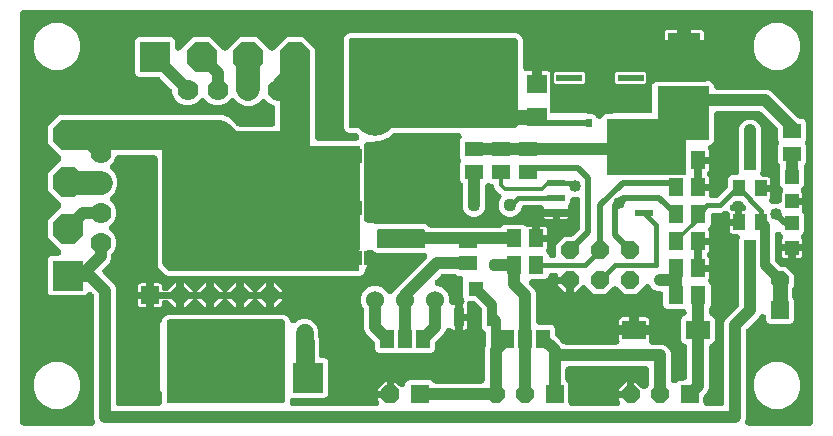
<source format=gbr>
G04 EAGLE Gerber RS-274X export*
G75*
%MOMM*%
%FSLAX34Y34*%
%LPD*%
%INTop Copper*%
%IPPOS*%
%AMOC8*
5,1,8,0,0,1.08239X$1,22.5*%
G01*
%ADD10R,1.800000X1.600000*%
%ADD11R,2.800000X2.400000*%
%ADD12R,1.300000X1.500000*%
%ADD13P,1.649562X8X202.500000*%
%ADD14R,1.500000X1.300000*%
%ADD15R,1.000000X1.400000*%
%ADD16R,1.549400X0.533400*%
%ADD17R,2.200000X0.600000*%
%ADD18R,2.550000X2.550000*%
%ADD19P,2.760095X8X292.500000*%
%ADD20P,2.760095X8X202.500000*%
%ADD21R,1.600200X1.600200*%
%ADD22P,1.732040X8X112.500000*%
%ADD23R,1.524000X1.524000*%
%ADD24P,1.649562X8X112.500000*%
%ADD25C,0.940000*%
%ADD26C,0.160000*%
%ADD27P,2.760095X8X112.500000*%
%ADD28C,1.524000*%
%ADD29R,1.168400X1.600200*%
%ADD30C,1.778000*%
%ADD31C,1.524000*%
%ADD32R,0.500000X0.700000*%
%ADD33R,1.200000X1.200000*%
%ADD34R,0.635000X1.270000*%
%ADD35P,1.649562X8X22.500000*%
%ADD36R,0.900000X1.600000*%
%ADD37R,1.300000X1.300000*%
%ADD38R,2.000000X1.600000*%
%ADD39C,1.108000*%
%ADD40C,1.308000*%
%ADD41C,1.208000*%
%ADD42C,1.158000*%
%ADD43C,0.508000*%
%ADD44C,3.516000*%
%ADD45C,1.270000*%
%ADD46C,2.000000*%
%ADD47C,1.600000*%
%ADD48C,1.800000*%
%ADD49C,1.016000*%
%ADD50C,1.508000*%
%ADD51C,1.016000*%
%ADD52C,0.406400*%
%ADD53C,0.812800*%
%ADD54C,2.540000*%
%ADD55C,0.304800*%

G36*
X64972Y4079D02*
X64972Y4079D01*
X65152Y4086D01*
X65218Y4099D01*
X65284Y4105D01*
X65459Y4148D01*
X65636Y4184D01*
X65698Y4207D01*
X65763Y4223D01*
X65928Y4295D01*
X66097Y4358D01*
X66155Y4392D01*
X66216Y4418D01*
X66368Y4515D01*
X66525Y4605D01*
X66576Y4647D01*
X66632Y4683D01*
X66767Y4803D01*
X66906Y4918D01*
X66950Y4967D01*
X67000Y5012D01*
X67113Y5152D01*
X67233Y5287D01*
X67268Y5344D01*
X67310Y5396D01*
X67399Y5552D01*
X67495Y5705D01*
X67521Y5767D01*
X67554Y5824D01*
X67617Y5993D01*
X67687Y6160D01*
X67702Y6225D01*
X67726Y6287D01*
X67760Y6464D01*
X67802Y6639D01*
X67807Y6706D01*
X67820Y6771D01*
X67826Y6951D01*
X67839Y7131D01*
X67833Y7198D01*
X67836Y7264D01*
X67812Y7443D01*
X67796Y7623D01*
X67782Y7674D01*
X67771Y7753D01*
X67629Y8225D01*
X67614Y8256D01*
X67607Y8278D01*
X67055Y9611D01*
X67055Y113350D01*
X67046Y113464D01*
X67047Y113578D01*
X67026Y113709D01*
X67015Y113842D01*
X66988Y113952D01*
X66970Y114065D01*
X66929Y114191D01*
X66897Y114320D01*
X66852Y114425D01*
X66816Y114534D01*
X66754Y114652D01*
X66702Y114774D01*
X66641Y114870D01*
X66588Y114971D01*
X66529Y115045D01*
X66437Y115190D01*
X66221Y115432D01*
X66163Y115505D01*
X65288Y116380D01*
X65230Y116429D01*
X65177Y116485D01*
X65042Y116589D01*
X64912Y116699D01*
X64846Y116739D01*
X64786Y116785D01*
X64636Y116866D01*
X64489Y116954D01*
X64418Y116982D01*
X64351Y117018D01*
X64190Y117074D01*
X64031Y117137D01*
X63957Y117153D01*
X63885Y117178D01*
X63716Y117207D01*
X63549Y117244D01*
X63473Y117248D01*
X63398Y117261D01*
X63227Y117262D01*
X63057Y117271D01*
X62981Y117263D01*
X62905Y117264D01*
X62736Y117237D01*
X62566Y117219D01*
X62493Y117199D01*
X62418Y117187D01*
X62255Y117134D01*
X62091Y117088D01*
X62021Y117057D01*
X61949Y117033D01*
X61797Y116954D01*
X61642Y116883D01*
X61579Y116840D01*
X61511Y116805D01*
X61429Y116739D01*
X61233Y116607D01*
X61060Y116445D01*
X60978Y116380D01*
X59503Y114904D01*
X58009Y114285D01*
X30891Y114285D01*
X29397Y114904D01*
X28254Y116047D01*
X27635Y117541D01*
X27635Y144659D01*
X28254Y146153D01*
X29397Y147296D01*
X30891Y147915D01*
X36099Y147915D01*
X36137Y147918D01*
X36175Y147916D01*
X36383Y147938D01*
X36591Y147955D01*
X36628Y147964D01*
X36666Y147968D01*
X36867Y148023D01*
X37069Y148073D01*
X37105Y148088D01*
X37141Y148099D01*
X37331Y148186D01*
X37523Y148268D01*
X37555Y148288D01*
X37590Y148304D01*
X37763Y148421D01*
X37939Y148533D01*
X37967Y148558D01*
X37999Y148580D01*
X38151Y148723D01*
X38307Y148862D01*
X38331Y148891D01*
X38359Y148917D01*
X38486Y149083D01*
X38617Y149246D01*
X38636Y149279D01*
X38659Y149309D01*
X38758Y149493D01*
X38861Y149674D01*
X38874Y149710D01*
X38892Y149744D01*
X38960Y149941D01*
X39032Y150137D01*
X39040Y150174D01*
X39052Y150210D01*
X39087Y150417D01*
X39127Y150621D01*
X39128Y150659D01*
X39135Y150697D01*
X39136Y150906D01*
X39142Y151114D01*
X39137Y151152D01*
X39138Y151190D01*
X39105Y151396D01*
X39078Y151603D01*
X39067Y151640D01*
X39061Y151677D01*
X38996Y151876D01*
X38935Y152075D01*
X38919Y152110D01*
X38907Y152146D01*
X38810Y152331D01*
X38719Y152519D01*
X38697Y152550D01*
X38679Y152584D01*
X38621Y152656D01*
X38433Y152921D01*
X38312Y153043D01*
X38254Y153117D01*
X27635Y163735D01*
X27635Y177665D01*
X38316Y188345D01*
X38365Y188403D01*
X38421Y188455D01*
X38524Y188591D01*
X38635Y188721D01*
X38675Y188787D01*
X38721Y188847D01*
X38801Y188997D01*
X38890Y189144D01*
X38918Y189215D01*
X38954Y189282D01*
X39009Y189443D01*
X39073Y189602D01*
X39089Y189676D01*
X39114Y189748D01*
X39143Y189917D01*
X39180Y190083D01*
X39184Y190160D01*
X39197Y190235D01*
X39198Y190406D01*
X39207Y190576D01*
X39199Y190652D01*
X39200Y190728D01*
X39173Y190897D01*
X39155Y191067D01*
X39135Y191140D01*
X39123Y191215D01*
X39070Y191378D01*
X39024Y191542D01*
X38993Y191612D01*
X38969Y191684D01*
X38890Y191835D01*
X38819Y191991D01*
X38776Y192054D01*
X38741Y192122D01*
X38675Y192204D01*
X38543Y192400D01*
X38381Y192573D01*
X38316Y192655D01*
X27635Y203335D01*
X27635Y217265D01*
X38316Y227945D01*
X38365Y228003D01*
X38421Y228055D01*
X38524Y228191D01*
X38635Y228321D01*
X38675Y228387D01*
X38721Y228447D01*
X38801Y228597D01*
X38890Y228744D01*
X38918Y228815D01*
X38954Y228882D01*
X39009Y229043D01*
X39073Y229202D01*
X39089Y229276D01*
X39114Y229348D01*
X39143Y229517D01*
X39180Y229683D01*
X39184Y229760D01*
X39197Y229835D01*
X39198Y230006D01*
X39207Y230176D01*
X39199Y230252D01*
X39200Y230328D01*
X39173Y230497D01*
X39155Y230667D01*
X39135Y230740D01*
X39123Y230815D01*
X39070Y230978D01*
X39024Y231142D01*
X38993Y231212D01*
X38969Y231284D01*
X38890Y231435D01*
X38819Y231591D01*
X38776Y231654D01*
X38741Y231722D01*
X38675Y231804D01*
X38543Y232000D01*
X38381Y232173D01*
X38316Y232255D01*
X27635Y242935D01*
X27635Y256865D01*
X37485Y266715D01*
X52214Y266715D01*
X52311Y266693D01*
X52635Y266675D01*
X52727Y266665D01*
X176095Y266665D01*
X182257Y264112D01*
X187401Y258968D01*
X188332Y258037D01*
X188419Y257963D01*
X188499Y257882D01*
X188606Y257804D01*
X188708Y257718D01*
X188805Y257659D01*
X188898Y257592D01*
X189016Y257532D01*
X189130Y257463D01*
X189236Y257421D01*
X189338Y257369D01*
X189465Y257329D01*
X189588Y257280D01*
X189700Y257255D01*
X189809Y257221D01*
X189902Y257211D01*
X190070Y257173D01*
X190394Y257155D01*
X190486Y257145D01*
X217388Y257145D01*
X217464Y257151D01*
X217540Y257149D01*
X217709Y257171D01*
X217880Y257185D01*
X217954Y257203D01*
X218029Y257213D01*
X218193Y257262D01*
X218359Y257303D01*
X218428Y257333D01*
X218502Y257355D01*
X218655Y257431D01*
X218812Y257498D01*
X218876Y257539D01*
X218945Y257572D01*
X219084Y257671D01*
X219228Y257763D01*
X219285Y257814D01*
X219347Y257858D01*
X219468Y257978D01*
X219596Y258092D01*
X219644Y258151D01*
X219698Y258205D01*
X219799Y258343D01*
X219906Y258476D01*
X219943Y258542D01*
X219988Y258603D01*
X220065Y258756D01*
X220150Y258904D01*
X220176Y258976D01*
X220211Y259044D01*
X220262Y259207D01*
X220321Y259367D01*
X220336Y259442D01*
X220359Y259514D01*
X220371Y259619D01*
X220416Y259851D01*
X220423Y260087D01*
X220435Y260192D01*
X220435Y272864D01*
X220418Y273083D01*
X220404Y273300D01*
X220398Y273328D01*
X220395Y273356D01*
X220343Y273568D01*
X220294Y273781D01*
X220283Y273807D01*
X220277Y273835D01*
X220191Y274035D01*
X220108Y274238D01*
X220093Y274262D01*
X220082Y274288D01*
X219965Y274472D01*
X219851Y274659D01*
X219832Y274681D01*
X219817Y274704D01*
X219672Y274867D01*
X219529Y275033D01*
X219507Y275051D01*
X219488Y275072D01*
X219319Y275209D01*
X219151Y275350D01*
X219130Y275361D01*
X219104Y275382D01*
X218676Y275626D01*
X218600Y275654D01*
X218554Y275680D01*
X214849Y277214D01*
X212412Y279652D01*
X212354Y279701D01*
X212302Y279757D01*
X212166Y279861D01*
X212036Y279971D01*
X211971Y280011D01*
X211910Y280057D01*
X211759Y280138D01*
X211613Y280226D01*
X211543Y280254D01*
X211475Y280290D01*
X211314Y280346D01*
X211155Y280409D01*
X211081Y280425D01*
X211009Y280450D01*
X210840Y280479D01*
X210674Y280516D01*
X210598Y280520D01*
X210522Y280533D01*
X210352Y280534D01*
X210181Y280543D01*
X210105Y280535D01*
X210029Y280536D01*
X209860Y280509D01*
X209690Y280491D01*
X209617Y280471D01*
X209542Y280459D01*
X209379Y280406D01*
X209215Y280361D01*
X209146Y280329D01*
X209073Y280305D01*
X208922Y280226D01*
X208766Y280155D01*
X208703Y280112D01*
X208636Y280077D01*
X208553Y280011D01*
X208357Y279879D01*
X208185Y279718D01*
X208102Y279652D01*
X205567Y277116D01*
X200398Y274975D01*
X194802Y274975D01*
X189633Y277116D01*
X186270Y280480D01*
X186212Y280529D01*
X186160Y280585D01*
X186130Y280608D01*
X186110Y280627D01*
X186013Y280698D01*
X185894Y280799D01*
X185829Y280838D01*
X185768Y280885D01*
X185723Y280909D01*
X185711Y280918D01*
X185639Y280954D01*
X185617Y280966D01*
X185471Y281054D01*
X185401Y281082D01*
X185333Y281118D01*
X185274Y281139D01*
X185271Y281140D01*
X185256Y281145D01*
X185172Y281173D01*
X185013Y281237D01*
X184939Y281253D01*
X184867Y281278D01*
X184698Y281307D01*
X184532Y281344D01*
X184456Y281348D01*
X184380Y281361D01*
X184210Y281362D01*
X184039Y281371D01*
X183963Y281363D01*
X183887Y281364D01*
X183718Y281337D01*
X183548Y281319D01*
X183475Y281299D01*
X183400Y281287D01*
X183237Y281234D01*
X183073Y281188D01*
X183004Y281157D01*
X182931Y281133D01*
X182780Y281054D01*
X182736Y281034D01*
X182683Y281011D01*
X182675Y281006D01*
X182624Y280983D01*
X182561Y280940D01*
X182494Y280905D01*
X182411Y280839D01*
X182372Y280813D01*
X182267Y280746D01*
X182251Y280731D01*
X182215Y280707D01*
X182045Y280547D01*
X182042Y280545D01*
X181960Y280480D01*
X178788Y277307D01*
X174027Y275335D01*
X168873Y275335D01*
X164112Y277307D01*
X160905Y280515D01*
X160847Y280564D01*
X160794Y280619D01*
X160659Y280723D01*
X160529Y280834D01*
X160464Y280873D01*
X160403Y280920D01*
X160253Y281000D01*
X160106Y281089D01*
X160035Y281117D01*
X159968Y281153D01*
X159807Y281208D01*
X159648Y281272D01*
X159574Y281288D01*
X159502Y281313D01*
X159333Y281342D01*
X159166Y281378D01*
X159090Y281383D01*
X159015Y281395D01*
X158844Y281397D01*
X158674Y281406D01*
X158598Y281398D01*
X158522Y281399D01*
X158353Y281372D01*
X158183Y281354D01*
X158110Y281334D01*
X158035Y281322D01*
X157872Y281268D01*
X157708Y281223D01*
X157638Y281191D01*
X157566Y281168D01*
X157415Y281089D01*
X157259Y281018D01*
X157196Y280975D01*
X157128Y280940D01*
X157046Y280874D01*
X156850Y280742D01*
X156678Y280580D01*
X156595Y280515D01*
X153388Y277307D01*
X148627Y275335D01*
X143473Y275335D01*
X138712Y277307D01*
X135067Y280952D01*
X133095Y285713D01*
X133095Y287050D01*
X133086Y287164D01*
X133087Y287278D01*
X133066Y287409D01*
X133055Y287542D01*
X133028Y287652D01*
X133010Y287765D01*
X132969Y287892D01*
X132937Y288020D01*
X132892Y288125D01*
X132856Y288234D01*
X132794Y288352D01*
X132742Y288474D01*
X132681Y288570D01*
X132628Y288671D01*
X132569Y288745D01*
X132477Y288890D01*
X132261Y289132D01*
X132203Y289205D01*
X122885Y298523D01*
X122798Y298597D01*
X122717Y298678D01*
X122610Y298756D01*
X122509Y298842D01*
X122411Y298901D01*
X122319Y298968D01*
X122200Y299028D01*
X122086Y299097D01*
X121980Y299139D01*
X121878Y299191D01*
X121751Y299231D01*
X121628Y299280D01*
X121517Y299305D01*
X121408Y299339D01*
X121314Y299349D01*
X121146Y299387D01*
X120822Y299405D01*
X120730Y299415D01*
X104841Y299415D01*
X103347Y300034D01*
X102204Y301177D01*
X101585Y302671D01*
X101585Y329789D01*
X102204Y331283D01*
X103347Y332426D01*
X104841Y333045D01*
X131959Y333045D01*
X133453Y332426D01*
X134596Y331283D01*
X135215Y329789D01*
X135215Y324581D01*
X135218Y324543D01*
X135216Y324505D01*
X135238Y324297D01*
X135255Y324089D01*
X135264Y324052D01*
X135268Y324014D01*
X135323Y323813D01*
X135373Y323611D01*
X135388Y323575D01*
X135399Y323539D01*
X135486Y323349D01*
X135568Y323157D01*
X135588Y323125D01*
X135604Y323090D01*
X135721Y322917D01*
X135833Y322741D01*
X135858Y322713D01*
X135880Y322681D01*
X136023Y322529D01*
X136162Y322373D01*
X136191Y322349D01*
X136217Y322321D01*
X136383Y322194D01*
X136546Y322063D01*
X136579Y322044D01*
X136609Y322021D01*
X136793Y321922D01*
X136974Y321819D01*
X137010Y321806D01*
X137044Y321788D01*
X137241Y321720D01*
X137437Y321648D01*
X137474Y321640D01*
X137510Y321628D01*
X137717Y321593D01*
X137921Y321553D01*
X137959Y321552D01*
X137997Y321545D01*
X138206Y321544D01*
X138414Y321538D01*
X138452Y321543D01*
X138490Y321542D01*
X138697Y321575D01*
X138903Y321602D01*
X138940Y321613D01*
X138977Y321619D01*
X139176Y321684D01*
X139375Y321745D01*
X139410Y321761D01*
X139446Y321773D01*
X139631Y321870D01*
X139819Y321961D01*
X139850Y321983D01*
X139884Y322001D01*
X139956Y322059D01*
X140221Y322247D01*
X140343Y322368D01*
X140417Y322426D01*
X151035Y333045D01*
X164965Y333045D01*
X175645Y322364D01*
X175703Y322315D01*
X175755Y322259D01*
X175891Y322156D01*
X176021Y322045D01*
X176087Y322005D01*
X176147Y321959D01*
X176297Y321879D01*
X176444Y321790D01*
X176515Y321762D01*
X176582Y321726D01*
X176743Y321671D01*
X176902Y321607D01*
X176976Y321591D01*
X177048Y321566D01*
X177217Y321537D01*
X177383Y321500D01*
X177460Y321496D01*
X177535Y321483D01*
X177706Y321482D01*
X177876Y321473D01*
X177952Y321481D01*
X178028Y321480D01*
X178197Y321507D01*
X178367Y321525D01*
X178440Y321545D01*
X178515Y321557D01*
X178678Y321610D01*
X178842Y321656D01*
X178912Y321687D01*
X178984Y321711D01*
X179135Y321790D01*
X179291Y321861D01*
X179354Y321904D01*
X179422Y321939D01*
X179504Y322005D01*
X179700Y322137D01*
X179873Y322299D01*
X179955Y322364D01*
X190635Y333045D01*
X204565Y333045D01*
X215245Y322364D01*
X215303Y322315D01*
X215355Y322259D01*
X215491Y322156D01*
X215621Y322045D01*
X215687Y322005D01*
X215747Y321959D01*
X215897Y321879D01*
X216044Y321790D01*
X216115Y321762D01*
X216182Y321726D01*
X216343Y321671D01*
X216502Y321607D01*
X216576Y321591D01*
X216648Y321566D01*
X216817Y321537D01*
X216983Y321500D01*
X217060Y321496D01*
X217135Y321483D01*
X217306Y321482D01*
X217476Y321473D01*
X217552Y321481D01*
X217628Y321480D01*
X217797Y321507D01*
X217967Y321525D01*
X218040Y321545D01*
X218115Y321557D01*
X218278Y321610D01*
X218442Y321656D01*
X218512Y321687D01*
X218584Y321711D01*
X218735Y321790D01*
X218891Y321861D01*
X218954Y321904D01*
X219022Y321939D01*
X219104Y322005D01*
X219300Y322137D01*
X219473Y322299D01*
X219555Y322364D01*
X230235Y333045D01*
X244165Y333045D01*
X254015Y323195D01*
X254015Y308466D01*
X253993Y308370D01*
X253975Y308045D01*
X253965Y307953D01*
X253965Y248142D01*
X253971Y248066D01*
X253969Y247990D01*
X253991Y247821D01*
X254005Y247650D01*
X254023Y247576D01*
X254033Y247501D01*
X254082Y247337D01*
X254123Y247171D01*
X254153Y247102D01*
X254175Y247028D01*
X254251Y246875D01*
X254318Y246718D01*
X254359Y246654D01*
X254392Y246585D01*
X254491Y246446D01*
X254583Y246302D01*
X254634Y246245D01*
X254678Y246183D01*
X254798Y246062D01*
X254912Y245934D01*
X254971Y245886D01*
X255025Y245832D01*
X255163Y245731D01*
X255296Y245624D01*
X255362Y245587D01*
X255423Y245542D01*
X255576Y245465D01*
X255724Y245380D01*
X255796Y245354D01*
X255864Y245319D01*
X256027Y245268D01*
X256187Y245209D01*
X256262Y245194D01*
X256334Y245171D01*
X256439Y245159D01*
X256671Y245114D01*
X256907Y245107D01*
X257012Y245095D01*
X288438Y245095D01*
X288476Y245098D01*
X288514Y245096D01*
X288722Y245118D01*
X288930Y245135D01*
X288967Y245144D01*
X289005Y245148D01*
X289206Y245203D01*
X289409Y245253D01*
X289444Y245268D01*
X289481Y245279D01*
X289671Y245366D01*
X289862Y245448D01*
X289894Y245468D01*
X289929Y245484D01*
X290103Y245601D01*
X290278Y245713D01*
X290307Y245738D01*
X290338Y245760D01*
X290490Y245903D01*
X290646Y246042D01*
X290670Y246071D01*
X290698Y246097D01*
X290825Y246263D01*
X290956Y246426D01*
X290975Y246459D01*
X290998Y246489D01*
X291097Y246673D01*
X291200Y246854D01*
X291213Y246890D01*
X291231Y246924D01*
X291299Y247121D01*
X291372Y247317D01*
X291379Y247354D01*
X291391Y247390D01*
X291426Y247597D01*
X291466Y247801D01*
X291468Y247839D01*
X291474Y247877D01*
X291475Y248086D01*
X291482Y248294D01*
X291477Y248332D01*
X291477Y248370D01*
X291445Y248577D01*
X291417Y248783D01*
X291406Y248820D01*
X291400Y248857D01*
X291335Y249056D01*
X291275Y249255D01*
X291258Y249290D01*
X291246Y249326D01*
X291150Y249511D01*
X291058Y249699D01*
X291036Y249730D01*
X291018Y249764D01*
X290960Y249836D01*
X290772Y250101D01*
X290652Y250223D01*
X290593Y250297D01*
X290069Y250821D01*
X289982Y250895D01*
X289902Y250976D01*
X289794Y251054D01*
X289693Y251140D01*
X289595Y251199D01*
X289503Y251266D01*
X289385Y251326D01*
X289271Y251395D01*
X289164Y251437D01*
X289063Y251489D01*
X288936Y251529D01*
X288812Y251578D01*
X288701Y251603D01*
X288592Y251637D01*
X288499Y251647D01*
X288331Y251685D01*
X288007Y251703D01*
X287914Y251713D01*
X283267Y251713D01*
X281026Y252641D01*
X279311Y254356D01*
X278383Y256597D01*
X278383Y331413D01*
X279311Y333654D01*
X281026Y335369D01*
X283267Y336297D01*
X424123Y336297D01*
X426364Y335369D01*
X429349Y332384D01*
X430277Y330143D01*
X430277Y306988D01*
X430283Y306912D01*
X430281Y306836D01*
X430303Y306667D01*
X430317Y306496D01*
X430335Y306422D01*
X430345Y306347D01*
X430394Y306183D01*
X430435Y306017D01*
X430465Y305948D01*
X430487Y305874D01*
X430563Y305721D01*
X430630Y305564D01*
X430671Y305500D01*
X430704Y305431D01*
X430803Y305292D01*
X430895Y305148D01*
X430946Y305091D01*
X430990Y305029D01*
X431110Y304908D01*
X431224Y304780D01*
X431283Y304732D01*
X431337Y304678D01*
X431475Y304577D01*
X431608Y304470D01*
X431674Y304433D01*
X431735Y304388D01*
X431888Y304311D01*
X432036Y304226D01*
X432108Y304200D01*
X432176Y304165D01*
X432339Y304114D01*
X432499Y304055D01*
X432574Y304040D01*
X432646Y304017D01*
X432751Y304005D01*
X432983Y303960D01*
X433219Y303953D01*
X433324Y303941D01*
X437961Y303941D01*
X437961Y294352D01*
X437967Y294276D01*
X437965Y294200D01*
X437987Y294031D01*
X438001Y293860D01*
X438019Y293787D01*
X438029Y293711D01*
X438078Y293547D01*
X438119Y293382D01*
X438149Y293312D01*
X438171Y293239D01*
X438247Y293085D01*
X438314Y292928D01*
X438355Y292864D01*
X438388Y292796D01*
X438487Y292656D01*
X438579Y292512D01*
X438630Y292455D01*
X438674Y292393D01*
X438794Y292272D01*
X438908Y292144D01*
X438967Y292096D01*
X439020Y292042D01*
X439159Y291942D01*
X439291Y291834D01*
X439358Y291797D01*
X439419Y291752D01*
X439572Y291675D01*
X439720Y291590D01*
X439792Y291564D01*
X439860Y291530D01*
X440023Y291478D01*
X440183Y291419D01*
X440257Y291404D01*
X440330Y291381D01*
X440435Y291369D01*
X440667Y291324D01*
X440903Y291317D01*
X441008Y291305D01*
X442912Y291305D01*
X442988Y291311D01*
X443064Y291309D01*
X443233Y291331D01*
X443404Y291345D01*
X443478Y291363D01*
X443553Y291373D01*
X443717Y291423D01*
X443883Y291464D01*
X443952Y291494D01*
X444026Y291516D01*
X444179Y291591D01*
X444336Y291658D01*
X444400Y291699D01*
X444469Y291733D01*
X444608Y291831D01*
X444752Y291923D01*
X444809Y291974D01*
X444871Y292018D01*
X444992Y292138D01*
X445120Y292252D01*
X445168Y292311D01*
X445222Y292365D01*
X445323Y292503D01*
X445430Y292636D01*
X445467Y292702D01*
X445512Y292764D01*
X445589Y292916D01*
X445674Y293065D01*
X445700Y293136D01*
X445735Y293204D01*
X445786Y293367D01*
X445845Y293527D01*
X445860Y293602D01*
X445883Y293674D01*
X445895Y293779D01*
X445940Y294011D01*
X445947Y294247D01*
X445959Y294352D01*
X445959Y303941D01*
X451295Y303941D01*
X452002Y303751D01*
X452078Y303711D01*
X452149Y303686D01*
X452218Y303654D01*
X452382Y303606D01*
X452544Y303551D01*
X452619Y303538D01*
X452629Y303535D01*
X452629Y274921D01*
X452644Y274831D01*
X452651Y274740D01*
X452663Y274711D01*
X452669Y274679D01*
X452711Y274598D01*
X452747Y274514D01*
X452773Y274482D01*
X452784Y274461D01*
X452807Y274439D01*
X452852Y274383D01*
X452993Y274242D01*
X452993Y269240D01*
X452996Y269220D01*
X452994Y269201D01*
X453016Y269099D01*
X453032Y268997D01*
X453042Y268980D01*
X453046Y268960D01*
X453099Y268871D01*
X453148Y268780D01*
X453162Y268766D01*
X453172Y268749D01*
X453251Y268682D01*
X453326Y268611D01*
X453344Y268602D01*
X453359Y268589D01*
X453455Y268550D01*
X453549Y268507D01*
X453569Y268505D01*
X453587Y268497D01*
X453754Y268479D01*
X483894Y268479D01*
X483901Y268472D01*
X484039Y268371D01*
X484172Y268264D01*
X484238Y268227D01*
X484299Y268182D01*
X484452Y268105D01*
X484600Y268020D01*
X484672Y267994D01*
X484740Y267959D01*
X484903Y267908D01*
X485063Y267849D01*
X485138Y267834D01*
X485210Y267811D01*
X485315Y267799D01*
X485547Y267754D01*
X485783Y267747D01*
X485888Y267735D01*
X489109Y267735D01*
X490603Y267116D01*
X491746Y265973D01*
X491909Y265579D01*
X491926Y265545D01*
X491939Y265509D01*
X492038Y265326D01*
X492134Y265140D01*
X492157Y265109D01*
X492175Y265076D01*
X492303Y264911D01*
X492427Y264743D01*
X492454Y264717D01*
X492478Y264686D01*
X492631Y264544D01*
X492780Y264399D01*
X492811Y264377D01*
X492839Y264351D01*
X493013Y264235D01*
X493184Y264116D01*
X493218Y264099D01*
X493250Y264078D01*
X493441Y263992D01*
X493629Y263902D01*
X493665Y263891D01*
X493700Y263875D01*
X493901Y263821D01*
X494102Y263762D01*
X494140Y263757D01*
X494177Y263748D01*
X494384Y263727D01*
X494591Y263701D01*
X494629Y263702D01*
X494668Y263698D01*
X494876Y263712D01*
X495084Y263719D01*
X495122Y263727D01*
X495160Y263729D01*
X495363Y263776D01*
X495568Y263817D01*
X495604Y263831D01*
X495641Y263839D01*
X495834Y263918D01*
X496029Y263992D01*
X496062Y264011D01*
X496098Y264025D01*
X496276Y264134D01*
X496457Y264238D01*
X496486Y264263D01*
X496519Y264282D01*
X496677Y264418D01*
X496838Y264551D01*
X496864Y264579D01*
X496893Y264604D01*
X497027Y264764D01*
X497165Y264921D01*
X497185Y264953D01*
X497210Y264982D01*
X497255Y265064D01*
X497427Y265338D01*
X497494Y265497D01*
X497540Y265579D01*
X497558Y265624D01*
X498916Y266982D01*
X500690Y267717D01*
X500842Y267717D01*
X500852Y267718D01*
X500862Y267717D01*
X501066Y267735D01*
X504712Y267735D01*
X504788Y267741D01*
X504864Y267739D01*
X505033Y267761D01*
X505204Y267775D01*
X505278Y267793D01*
X505353Y267803D01*
X505517Y267852D01*
X505683Y267893D01*
X505752Y267923D01*
X505826Y267945D01*
X505979Y268021D01*
X506136Y268088D01*
X506200Y268129D01*
X506269Y268162D01*
X506408Y268261D01*
X506552Y268353D01*
X506609Y268404D01*
X506671Y268448D01*
X506702Y268479D01*
X538480Y268479D01*
X538500Y268482D01*
X538519Y268480D01*
X538621Y268502D01*
X538723Y268519D01*
X538740Y268528D01*
X538760Y268532D01*
X538849Y268585D01*
X538940Y268634D01*
X538954Y268648D01*
X538971Y268658D01*
X539038Y268737D01*
X539110Y268812D01*
X539118Y268830D01*
X539131Y268845D01*
X539170Y268941D01*
X539213Y269035D01*
X539215Y269055D01*
X539223Y269073D01*
X539241Y269240D01*
X539241Y293511D01*
X539356Y293510D01*
X539564Y293504D01*
X539602Y293509D01*
X539640Y293509D01*
X539847Y293541D01*
X540053Y293568D01*
X540090Y293579D01*
X540127Y293585D01*
X540325Y293651D01*
X540525Y293711D01*
X540560Y293728D01*
X540596Y293740D01*
X540781Y293836D01*
X540969Y293928D01*
X541000Y293950D01*
X541034Y293967D01*
X541106Y294025D01*
X541371Y294213D01*
X541493Y294334D01*
X541567Y294393D01*
X542096Y294922D01*
X542644Y295149D01*
X584200Y295149D01*
X584220Y295152D01*
X584239Y295150D01*
X584341Y295172D01*
X584443Y295189D01*
X584460Y295198D01*
X584480Y295202D01*
X584569Y295255D01*
X584660Y295304D01*
X584674Y295318D01*
X584691Y295328D01*
X584758Y295407D01*
X584830Y295482D01*
X584838Y295500D01*
X584851Y295515D01*
X584890Y295611D01*
X584911Y295657D01*
X587700Y295657D01*
X589474Y294922D01*
X590832Y293564D01*
X591567Y291790D01*
X591567Y291592D01*
X591573Y291516D01*
X591571Y291440D01*
X591593Y291271D01*
X591607Y291100D01*
X591625Y291026D01*
X591635Y290951D01*
X591684Y290787D01*
X591725Y290621D01*
X591755Y290552D01*
X591777Y290478D01*
X591853Y290325D01*
X591920Y290168D01*
X591961Y290104D01*
X591994Y290035D01*
X592093Y289896D01*
X592185Y289752D01*
X592236Y289695D01*
X592280Y289633D01*
X592400Y289512D01*
X592514Y289384D01*
X592573Y289336D01*
X592627Y289282D01*
X592765Y289181D01*
X592898Y289074D01*
X592964Y289037D01*
X593025Y288992D01*
X593178Y288915D01*
X593326Y288830D01*
X593398Y288804D01*
X593466Y288769D01*
X593629Y288718D01*
X593789Y288659D01*
X593864Y288644D01*
X593936Y288621D01*
X594041Y288609D01*
X594273Y288564D01*
X594509Y288557D01*
X594614Y288545D01*
X636819Y288545D01*
X640180Y287153D01*
X643181Y284151D01*
X662535Y264797D01*
X662622Y264723D01*
X662703Y264642D01*
X662810Y264564D01*
X662911Y264478D01*
X663009Y264419D01*
X663101Y264352D01*
X663220Y264292D01*
X663334Y264223D01*
X663440Y264181D01*
X663542Y264129D01*
X663669Y264089D01*
X663792Y264040D01*
X663903Y264015D01*
X664012Y263981D01*
X664106Y263971D01*
X664274Y263933D01*
X664598Y263915D01*
X664690Y263905D01*
X666169Y263905D01*
X667663Y263286D01*
X668806Y262143D01*
X669425Y260649D01*
X669425Y246031D01*
X669000Y245006D01*
X668965Y244898D01*
X668921Y244792D01*
X668889Y244663D01*
X668849Y244537D01*
X668832Y244424D01*
X668805Y244313D01*
X668795Y244180D01*
X668775Y244049D01*
X668777Y243935D01*
X668768Y243821D01*
X668780Y243688D01*
X668781Y243555D01*
X668801Y243443D01*
X668811Y243329D01*
X668837Y243239D01*
X668867Y243070D01*
X668974Y242763D01*
X669000Y242674D01*
X669425Y241649D01*
X669425Y227031D01*
X668806Y225537D01*
X668522Y225253D01*
X668380Y225087D01*
X668236Y224923D01*
X668221Y224899D01*
X668202Y224877D01*
X668089Y224689D01*
X667973Y224505D01*
X667962Y224479D01*
X667948Y224455D01*
X667866Y224252D01*
X667782Y224051D01*
X667775Y224023D01*
X667764Y223997D01*
X667717Y223784D01*
X667666Y223571D01*
X667664Y223543D01*
X667658Y223515D01*
X667645Y223297D01*
X667629Y223079D01*
X667632Y223051D01*
X667630Y223022D01*
X667653Y222805D01*
X667672Y222588D01*
X667679Y222565D01*
X667682Y222532D01*
X667813Y222056D01*
X667846Y221983D01*
X667861Y221932D01*
X667925Y221779D01*
X667925Y208161D01*
X667306Y206668D01*
X666183Y205545D01*
X666073Y205415D01*
X665955Y205290D01*
X665913Y205227D01*
X665864Y205169D01*
X665776Y205023D01*
X665680Y204880D01*
X665648Y204811D01*
X665609Y204746D01*
X665546Y204587D01*
X665474Y204432D01*
X665454Y204359D01*
X665426Y204288D01*
X665389Y204121D01*
X665344Y203956D01*
X665336Y203881D01*
X665319Y203807D01*
X665310Y203636D01*
X665292Y203466D01*
X665296Y203390D01*
X665292Y203314D01*
X665310Y203144D01*
X665319Y202973D01*
X665336Y202899D01*
X665344Y202823D01*
X665389Y202659D01*
X665426Y202492D01*
X665450Y202437D01*
X665474Y202348D01*
X665680Y201899D01*
X665693Y201881D01*
X665699Y201866D01*
X666228Y200951D01*
X666401Y200305D01*
X666401Y197017D01*
X657860Y197017D01*
X657784Y197011D01*
X657708Y197014D01*
X657539Y196991D01*
X657369Y196977D01*
X657295Y196959D01*
X657219Y196949D01*
X657055Y196900D01*
X656890Y196859D01*
X656820Y196829D01*
X656747Y196807D01*
X656593Y196732D01*
X656436Y196664D01*
X656372Y196623D01*
X656304Y196590D01*
X656164Y196491D01*
X656020Y196399D01*
X655964Y196348D01*
X655901Y196304D01*
X655780Y196184D01*
X655652Y196070D01*
X655605Y196011D01*
X655550Y195958D01*
X655450Y195819D01*
X655343Y195687D01*
X655305Y195620D01*
X655260Y195559D01*
X655183Y195406D01*
X655099Y195258D01*
X655072Y195186D01*
X655038Y195118D01*
X654986Y194956D01*
X654927Y194795D01*
X654912Y194721D01*
X654889Y194648D01*
X654878Y194543D01*
X654832Y194311D01*
X654825Y194075D01*
X654813Y193970D01*
X654819Y193894D01*
X654817Y193818D01*
X654839Y193648D01*
X654853Y193478D01*
X654871Y193404D01*
X654881Y193329D01*
X654931Y193165D01*
X654972Y192999D01*
X655002Y192929D01*
X655024Y192856D01*
X655099Y192703D01*
X655166Y192546D01*
X655207Y192482D01*
X655241Y192413D01*
X655340Y192274D01*
X655431Y192130D01*
X655482Y192073D01*
X655526Y192011D01*
X655646Y191889D01*
X655760Y191762D01*
X655819Y191714D01*
X655873Y191660D01*
X656011Y191559D01*
X656144Y191452D01*
X656210Y191414D01*
X656272Y191369D01*
X656424Y191293D01*
X656573Y191208D01*
X656644Y191181D01*
X656712Y191147D01*
X656875Y191096D01*
X657035Y191036D01*
X657110Y191022D01*
X657183Y190999D01*
X657287Y190987D01*
X657519Y190942D01*
X657755Y190934D01*
X657860Y190923D01*
X666401Y190923D01*
X666401Y187636D01*
X666258Y187105D01*
X666255Y187086D01*
X666249Y187068D01*
X666211Y186843D01*
X666170Y186619D01*
X666169Y186600D01*
X666166Y186581D01*
X666165Y186354D01*
X666161Y186126D01*
X666163Y186107D01*
X666163Y186088D01*
X666198Y185864D01*
X666231Y185638D01*
X666237Y185619D01*
X666240Y185601D01*
X666311Y185385D01*
X666379Y185167D01*
X666388Y185150D01*
X666394Y185132D01*
X666499Y184930D01*
X666602Y184727D01*
X666613Y184711D01*
X666622Y184694D01*
X666663Y184643D01*
X666892Y184328D01*
X666995Y184227D01*
X667047Y184161D01*
X667306Y183902D01*
X667925Y182409D01*
X667925Y168791D01*
X667306Y167298D01*
X666183Y166175D01*
X666073Y166045D01*
X665955Y165920D01*
X665913Y165857D01*
X665864Y165799D01*
X665776Y165653D01*
X665680Y165510D01*
X665648Y165441D01*
X665609Y165376D01*
X665546Y165217D01*
X665474Y165062D01*
X665454Y164989D01*
X665426Y164918D01*
X665389Y164751D01*
X665344Y164586D01*
X665336Y164511D01*
X665319Y164437D01*
X665310Y164266D01*
X665292Y164096D01*
X665296Y164020D01*
X665292Y163944D01*
X665310Y163774D01*
X665319Y163603D01*
X665336Y163529D01*
X665344Y163453D01*
X665389Y163289D01*
X665426Y163122D01*
X665450Y163067D01*
X665474Y162978D01*
X665680Y162529D01*
X665693Y162511D01*
X665699Y162496D01*
X666228Y161581D01*
X666401Y160935D01*
X666401Y157647D01*
X657860Y157647D01*
X649319Y157647D01*
X649319Y160935D01*
X649492Y161581D01*
X650021Y162496D01*
X650094Y162651D01*
X650175Y162802D01*
X650200Y162874D01*
X650232Y162942D01*
X650280Y163107D01*
X650335Y163268D01*
X650348Y163343D01*
X650369Y163416D01*
X650389Y163586D01*
X650418Y163755D01*
X650418Y163831D01*
X650427Y163906D01*
X650420Y164077D01*
X650421Y164248D01*
X650409Y164323D01*
X650406Y164399D01*
X650371Y164566D01*
X650344Y164735D01*
X650320Y164808D01*
X650305Y164882D01*
X650243Y165041D01*
X650190Y165204D01*
X650155Y165271D01*
X650128Y165342D01*
X650041Y165490D01*
X649962Y165642D01*
X649925Y165688D01*
X649878Y165768D01*
X649563Y166148D01*
X649547Y166163D01*
X649537Y166175D01*
X648331Y167381D01*
X648302Y167405D01*
X648276Y167434D01*
X648114Y167565D01*
X647955Y167700D01*
X647922Y167720D01*
X647892Y167744D01*
X647712Y167847D01*
X647532Y167955D01*
X647497Y167969D01*
X647464Y167988D01*
X647268Y168061D01*
X647074Y168138D01*
X647037Y168146D01*
X647001Y168160D01*
X646796Y168200D01*
X646592Y168245D01*
X646554Y168247D01*
X646517Y168254D01*
X646309Y168261D01*
X646100Y168272D01*
X646062Y168268D01*
X646024Y168270D01*
X645817Y168242D01*
X645609Y168220D01*
X645573Y168210D01*
X645535Y168205D01*
X645335Y168145D01*
X645134Y168090D01*
X645099Y168074D01*
X645062Y168063D01*
X644875Y167971D01*
X644685Y167884D01*
X644653Y167863D01*
X644619Y167846D01*
X644449Y167725D01*
X644276Y167608D01*
X644248Y167582D01*
X644217Y167560D01*
X644068Y167414D01*
X643916Y167271D01*
X643893Y167240D01*
X643866Y167214D01*
X643743Y167045D01*
X643616Y166879D01*
X643598Y166846D01*
X643576Y166815D01*
X643482Y166629D01*
X643383Y166445D01*
X643371Y166408D01*
X643353Y166374D01*
X643290Y166175D01*
X643223Y165978D01*
X643217Y165940D01*
X643205Y165904D01*
X643195Y165812D01*
X643140Y165491D01*
X643139Y165319D01*
X643129Y165226D01*
X643129Y144329D01*
X643138Y144216D01*
X643137Y144101D01*
X643158Y143970D01*
X643169Y143838D01*
X643196Y143727D01*
X643214Y143614D01*
X643255Y143488D01*
X643287Y143359D01*
X643332Y143254D01*
X643368Y143145D01*
X643429Y143028D01*
X643482Y142905D01*
X643543Y142809D01*
X643596Y142708D01*
X643655Y142634D01*
X643747Y142489D01*
X643926Y142289D01*
X643933Y142279D01*
X643951Y142261D01*
X643963Y142247D01*
X644021Y142175D01*
X646618Y139577D01*
X646706Y139503D01*
X646786Y139422D01*
X646893Y139344D01*
X646994Y139258D01*
X647092Y139199D01*
X647185Y139132D01*
X647303Y139072D01*
X647417Y139003D01*
X647523Y138961D01*
X647625Y138909D01*
X647752Y138869D01*
X647875Y138820D01*
X647986Y138795D01*
X648095Y138761D01*
X648189Y138751D01*
X648357Y138713D01*
X648681Y138695D01*
X648773Y138685D01*
X652540Y138685D01*
X659385Y131840D01*
X659385Y122160D01*
X659007Y121783D01*
X658933Y121696D01*
X658852Y121615D01*
X658774Y121508D01*
X658688Y121407D01*
X658629Y121309D01*
X658562Y121217D01*
X658502Y121098D01*
X658433Y120984D01*
X658391Y120878D01*
X658339Y120776D01*
X658299Y120649D01*
X658250Y120526D01*
X658225Y120415D01*
X658191Y120306D01*
X658181Y120212D01*
X658143Y120044D01*
X658125Y119720D01*
X658115Y119628D01*
X658115Y113436D01*
X658124Y113322D01*
X658123Y113208D01*
X658144Y113076D01*
X658155Y112944D01*
X658182Y112833D01*
X658200Y112721D01*
X658241Y112594D01*
X658273Y112465D01*
X658318Y112360D01*
X658354Y112252D01*
X658416Y112134D01*
X658468Y112012D01*
X658529Y111916D01*
X658582Y111814D01*
X658641Y111741D01*
X658733Y111596D01*
X658738Y111591D01*
X659385Y110029D01*
X659385Y93171D01*
X658766Y91677D01*
X657623Y90534D01*
X656129Y89915D01*
X639271Y89915D01*
X637777Y90534D01*
X636634Y91677D01*
X636015Y93171D01*
X636015Y95496D01*
X636009Y95568D01*
X636011Y95634D01*
X636003Y95699D01*
X636002Y95780D01*
X635984Y95883D01*
X635975Y95987D01*
X635953Y96077D01*
X635947Y96123D01*
X635934Y96168D01*
X635916Y96266D01*
X635882Y96365D01*
X635857Y96466D01*
X635813Y96568D01*
X635805Y96596D01*
X635792Y96622D01*
X635753Y96732D01*
X635703Y96824D01*
X635662Y96920D01*
X635593Y97029D01*
X635588Y97039D01*
X635581Y97048D01*
X635517Y97165D01*
X635453Y97248D01*
X635397Y97336D01*
X635302Y97442D01*
X635215Y97555D01*
X635138Y97626D01*
X635068Y97704D01*
X634957Y97793D01*
X634853Y97890D01*
X634766Y97948D01*
X634684Y98014D01*
X634561Y98084D01*
X634442Y98163D01*
X634347Y98206D01*
X634256Y98258D01*
X634122Y98307D01*
X633992Y98366D01*
X633891Y98393D01*
X633793Y98429D01*
X633653Y98456D01*
X633516Y98493D01*
X633411Y98504D01*
X633309Y98524D01*
X633167Y98528D01*
X633025Y98542D01*
X632920Y98536D01*
X632816Y98539D01*
X632675Y98521D01*
X632532Y98512D01*
X632430Y98488D01*
X632327Y98475D01*
X632190Y98434D01*
X632051Y98402D01*
X631955Y98362D01*
X631855Y98332D01*
X631726Y98270D01*
X631594Y98216D01*
X631505Y98161D01*
X631411Y98115D01*
X631295Y98033D01*
X631174Y97959D01*
X631094Y97890D01*
X631009Y97830D01*
X630908Y97730D01*
X630800Y97637D01*
X630732Y97557D01*
X630658Y97483D01*
X630574Y97368D01*
X630483Y97259D01*
X630460Y97217D01*
X630445Y97199D01*
X630422Y97159D01*
X630368Y97084D01*
X630274Y96900D01*
X630201Y96770D01*
X630177Y96707D01*
X630172Y96697D01*
X630153Y96662D01*
X630052Y96420D01*
X619637Y86005D01*
X619563Y85918D01*
X619482Y85837D01*
X619404Y85730D01*
X619318Y85629D01*
X619259Y85531D01*
X619192Y85439D01*
X619132Y85320D01*
X619063Y85206D01*
X619021Y85100D01*
X618969Y84998D01*
X618929Y84871D01*
X618880Y84748D01*
X618855Y84637D01*
X618821Y84528D01*
X618811Y84434D01*
X618773Y84266D01*
X618755Y83942D01*
X618745Y83850D01*
X618745Y9611D01*
X618193Y8278D01*
X618137Y8106D01*
X618074Y7937D01*
X618062Y7872D01*
X618041Y7809D01*
X618014Y7630D01*
X617980Y7453D01*
X617978Y7387D01*
X617968Y7321D01*
X617970Y7140D01*
X617964Y6960D01*
X617973Y6894D01*
X617974Y6827D01*
X618005Y6650D01*
X618029Y6471D01*
X618048Y6407D01*
X618060Y6342D01*
X618119Y6171D01*
X618171Y5998D01*
X618201Y5939D01*
X618223Y5876D01*
X618309Y5718D01*
X618388Y5555D01*
X618427Y5501D01*
X618459Y5443D01*
X618569Y5300D01*
X618674Y5153D01*
X618720Y5106D01*
X618761Y5053D01*
X618894Y4930D01*
X619020Y4802D01*
X619074Y4763D01*
X619123Y4718D01*
X619273Y4618D01*
X619419Y4512D01*
X619478Y4482D01*
X619534Y4445D01*
X619699Y4371D01*
X619860Y4289D01*
X619923Y4269D01*
X619984Y4242D01*
X620158Y4195D01*
X620330Y4141D01*
X620383Y4135D01*
X620460Y4114D01*
X620951Y4065D01*
X620985Y4067D01*
X621008Y4065D01*
X672888Y4065D01*
X672964Y4071D01*
X673040Y4069D01*
X673209Y4091D01*
X673380Y4105D01*
X673454Y4123D01*
X673529Y4133D01*
X673693Y4182D01*
X673859Y4223D01*
X673928Y4253D01*
X674002Y4275D01*
X674155Y4351D01*
X674312Y4418D01*
X674376Y4459D01*
X674445Y4492D01*
X674584Y4591D01*
X674728Y4683D01*
X674785Y4734D01*
X674847Y4778D01*
X674968Y4898D01*
X675096Y5012D01*
X675144Y5071D01*
X675198Y5125D01*
X675299Y5263D01*
X675406Y5396D01*
X675443Y5462D01*
X675488Y5523D01*
X675565Y5676D01*
X675650Y5824D01*
X675676Y5896D01*
X675711Y5964D01*
X675762Y6127D01*
X675821Y6287D01*
X675836Y6362D01*
X675859Y6434D01*
X675871Y6539D01*
X675916Y6771D01*
X675923Y7007D01*
X675935Y7112D01*
X675935Y352888D01*
X675929Y352964D01*
X675931Y353040D01*
X675909Y353209D01*
X675895Y353380D01*
X675877Y353454D01*
X675867Y353529D01*
X675818Y353693D01*
X675777Y353859D01*
X675747Y353928D01*
X675725Y354002D01*
X675649Y354155D01*
X675582Y354312D01*
X675541Y354376D01*
X675508Y354445D01*
X675409Y354584D01*
X675317Y354728D01*
X675266Y354785D01*
X675222Y354847D01*
X675102Y354968D01*
X674988Y355096D01*
X674929Y355144D01*
X674875Y355198D01*
X674737Y355299D01*
X674604Y355406D01*
X674538Y355443D01*
X674477Y355488D01*
X674324Y355565D01*
X674176Y355650D01*
X674104Y355676D01*
X674036Y355711D01*
X673873Y355762D01*
X673713Y355821D01*
X673638Y355836D01*
X673566Y355859D01*
X673461Y355871D01*
X673229Y355916D01*
X672993Y355923D01*
X672888Y355935D01*
X7112Y355935D01*
X7036Y355929D01*
X6960Y355931D01*
X6791Y355909D01*
X6620Y355895D01*
X6546Y355877D01*
X6471Y355867D01*
X6307Y355818D01*
X6141Y355777D01*
X6072Y355747D01*
X5998Y355725D01*
X5845Y355649D01*
X5688Y355582D01*
X5624Y355541D01*
X5555Y355508D01*
X5416Y355409D01*
X5272Y355317D01*
X5215Y355266D01*
X5153Y355222D01*
X5032Y355102D01*
X4904Y354988D01*
X4856Y354929D01*
X4802Y354875D01*
X4701Y354737D01*
X4594Y354604D01*
X4557Y354538D01*
X4512Y354477D01*
X4435Y354324D01*
X4350Y354176D01*
X4324Y354104D01*
X4289Y354036D01*
X4238Y353873D01*
X4179Y353713D01*
X4164Y353638D01*
X4141Y353566D01*
X4129Y353461D01*
X4084Y353229D01*
X4077Y352993D01*
X4065Y352888D01*
X4065Y7112D01*
X4071Y7036D01*
X4069Y6960D01*
X4091Y6791D01*
X4105Y6620D01*
X4123Y6546D01*
X4133Y6471D01*
X4182Y6307D01*
X4223Y6141D01*
X4253Y6071D01*
X4275Y5998D01*
X4351Y5845D01*
X4418Y5688D01*
X4459Y5624D01*
X4492Y5555D01*
X4591Y5416D01*
X4683Y5272D01*
X4734Y5215D01*
X4778Y5153D01*
X4898Y5032D01*
X5012Y4904D01*
X5071Y4856D01*
X5125Y4802D01*
X5263Y4701D01*
X5396Y4594D01*
X5462Y4557D01*
X5523Y4512D01*
X5676Y4435D01*
X5824Y4350D01*
X5896Y4324D01*
X5964Y4289D01*
X6127Y4238D01*
X6287Y4179D01*
X6362Y4164D01*
X6434Y4141D01*
X6539Y4129D01*
X6771Y4084D01*
X7007Y4077D01*
X7112Y4065D01*
X64792Y4065D01*
X64972Y4079D01*
G37*
G36*
X304744Y151236D02*
X304744Y151236D01*
X303414Y152566D01*
X303393Y152583D01*
X303376Y152604D01*
X303237Y152711D01*
X303102Y152821D01*
X303079Y152834D01*
X303058Y152850D01*
X302901Y152928D01*
X302747Y153010D01*
X302721Y153018D01*
X302697Y153030D01*
X302528Y153075D01*
X302361Y153125D01*
X302334Y153127D01*
X302308Y153134D01*
X301978Y153161D01*
X299847Y153161D01*
X299829Y153159D01*
X299811Y153161D01*
X299629Y153140D01*
X299446Y153121D01*
X299429Y153116D01*
X299412Y153114D01*
X299237Y153057D01*
X299061Y153003D01*
X299046Y152995D01*
X299029Y152989D01*
X298869Y152899D01*
X298707Y152811D01*
X298694Y152800D01*
X298678Y152791D01*
X298539Y152671D01*
X298398Y152554D01*
X298387Y152540D01*
X298373Y152528D01*
X298261Y152383D01*
X298146Y152240D01*
X298138Y152224D01*
X298127Y152210D01*
X298045Y152045D01*
X297960Y151883D01*
X297955Y151866D01*
X297947Y151850D01*
X297900Y151671D01*
X297849Y151496D01*
X297847Y151478D01*
X297843Y151461D01*
X297816Y151130D01*
X297816Y138891D01*
X297421Y137937D01*
X297417Y137924D01*
X297410Y137913D01*
X297359Y137733D01*
X297304Y137552D01*
X297303Y137539D01*
X297299Y137526D01*
X297284Y137338D01*
X297266Y137151D01*
X297267Y137138D01*
X297266Y137124D01*
X297288Y136938D01*
X297308Y136751D01*
X297312Y136738D01*
X297313Y136725D01*
X297315Y136720D01*
X297266Y136689D01*
X297079Y136575D01*
X297058Y136556D01*
X297034Y136541D01*
X296871Y136396D01*
X296706Y136253D01*
X296687Y136231D01*
X296666Y136212D01*
X296529Y136043D01*
X296388Y135875D01*
X296377Y135854D01*
X296356Y135828D01*
X296112Y135400D01*
X296084Y135324D01*
X296059Y135278D01*
X295124Y133021D01*
X293699Y131596D01*
X291837Y130825D01*
X129803Y130825D01*
X127941Y131596D01*
X121436Y138101D01*
X120665Y139963D01*
X120665Y229918D01*
X120659Y229994D01*
X120661Y230070D01*
X120639Y230239D01*
X120625Y230410D01*
X120607Y230484D01*
X120597Y230559D01*
X120548Y230723D01*
X120507Y230889D01*
X120477Y230958D01*
X120455Y231032D01*
X120379Y231185D01*
X120312Y231342D01*
X120271Y231406D01*
X120238Y231475D01*
X120139Y231614D01*
X120047Y231758D01*
X119996Y231815D01*
X119952Y231877D01*
X119832Y231998D01*
X119718Y232126D01*
X119659Y232174D01*
X119605Y232228D01*
X119467Y232329D01*
X119334Y232436D01*
X119268Y232473D01*
X119207Y232518D01*
X119054Y232595D01*
X118906Y232680D01*
X118834Y232706D01*
X118766Y232741D01*
X118603Y232792D01*
X118443Y232851D01*
X118368Y232866D01*
X118296Y232889D01*
X118191Y232901D01*
X117959Y232946D01*
X117723Y232953D01*
X117618Y232965D01*
X87626Y232965D01*
X87408Y232948D01*
X87190Y232934D01*
X87163Y232928D01*
X87134Y232925D01*
X86922Y232873D01*
X86710Y232824D01*
X86683Y232813D01*
X86656Y232807D01*
X86455Y232721D01*
X86253Y232638D01*
X86228Y232623D01*
X86202Y232612D01*
X86019Y232495D01*
X85832Y232381D01*
X85810Y232362D01*
X85786Y232347D01*
X85624Y232202D01*
X85458Y232059D01*
X85440Y232037D01*
X85418Y232018D01*
X85281Y231848D01*
X85141Y231681D01*
X85129Y231661D01*
X85108Y231634D01*
X84864Y231206D01*
X84836Y231130D01*
X84811Y231084D01*
X83373Y227612D01*
X80950Y225190D01*
X80901Y225132D01*
X80845Y225079D01*
X80741Y224944D01*
X80631Y224814D01*
X80592Y224749D01*
X80545Y224688D01*
X80464Y224537D01*
X80376Y224391D01*
X80348Y224320D01*
X80312Y224253D01*
X80257Y224091D01*
X80193Y223933D01*
X80177Y223859D01*
X80152Y223787D01*
X80123Y223618D01*
X80086Y223451D01*
X80082Y223375D01*
X80069Y223300D01*
X80068Y223129D01*
X80059Y222959D01*
X80067Y222883D01*
X80066Y222807D01*
X80093Y222638D01*
X80111Y222468D01*
X80131Y222395D01*
X80143Y222320D01*
X80196Y222157D01*
X80242Y221993D01*
X80273Y221923D01*
X80297Y221851D01*
X80376Y221699D01*
X80447Y221544D01*
X80490Y221481D01*
X80525Y221413D01*
X80591Y221331D01*
X80723Y221135D01*
X80885Y220962D01*
X80950Y220880D01*
X84314Y217517D01*
X86455Y212348D01*
X86455Y206752D01*
X84314Y201583D01*
X80950Y198220D01*
X80901Y198162D01*
X80845Y198110D01*
X80741Y197974D01*
X80631Y197844D01*
X80592Y197779D01*
X80545Y197718D01*
X80464Y197567D01*
X80376Y197421D01*
X80348Y197351D01*
X80312Y197283D01*
X80257Y197122D01*
X80193Y196963D01*
X80177Y196889D01*
X80152Y196817D01*
X80123Y196648D01*
X80086Y196482D01*
X80082Y196406D01*
X80069Y196330D01*
X80068Y196160D01*
X80059Y195989D01*
X80067Y195913D01*
X80066Y195837D01*
X80093Y195668D01*
X80111Y195498D01*
X80131Y195425D01*
X80143Y195350D01*
X80196Y195187D01*
X80242Y195023D01*
X80273Y194954D01*
X80297Y194881D01*
X80376Y194730D01*
X80447Y194574D01*
X80490Y194511D01*
X80525Y194444D01*
X80591Y194361D01*
X80723Y194165D01*
X80777Y194107D01*
X80795Y194083D01*
X80890Y193986D01*
X80950Y193910D01*
X83373Y191488D01*
X85345Y186727D01*
X85345Y181573D01*
X83373Y176812D01*
X80165Y173605D01*
X80116Y173547D01*
X80061Y173494D01*
X79957Y173359D01*
X79846Y173229D01*
X79807Y173164D01*
X79760Y173103D01*
X79680Y172953D01*
X79591Y172806D01*
X79563Y172735D01*
X79527Y172668D01*
X79472Y172507D01*
X79408Y172348D01*
X79392Y172274D01*
X79367Y172202D01*
X79338Y172033D01*
X79302Y171866D01*
X79297Y171790D01*
X79285Y171715D01*
X79283Y171544D01*
X79274Y171374D01*
X79282Y171298D01*
X79281Y171222D01*
X79308Y171053D01*
X79326Y170883D01*
X79346Y170810D01*
X79358Y170735D01*
X79412Y170572D01*
X79457Y170408D01*
X79489Y170338D01*
X79512Y170266D01*
X79591Y170115D01*
X79662Y169959D01*
X79705Y169896D01*
X79740Y169828D01*
X79806Y169746D01*
X79938Y169550D01*
X80100Y169378D01*
X80165Y169295D01*
X83373Y166088D01*
X85345Y161327D01*
X85345Y156173D01*
X83373Y151412D01*
X82427Y150466D01*
X82353Y150380D01*
X82272Y150299D01*
X82194Y150192D01*
X82108Y150091D01*
X82049Y149993D01*
X81982Y149900D01*
X81922Y149782D01*
X81853Y149668D01*
X81811Y149562D01*
X81759Y149460D01*
X81719Y149333D01*
X81670Y149210D01*
X81645Y149099D01*
X81611Y148990D01*
X81601Y148896D01*
X81563Y148728D01*
X81545Y148404D01*
X81535Y148312D01*
X81535Y145791D01*
X80143Y142430D01*
X74777Y137065D01*
X74728Y137007D01*
X74672Y136954D01*
X74568Y136819D01*
X74458Y136689D01*
X74418Y136623D01*
X74372Y136563D01*
X74292Y136413D01*
X74203Y136266D01*
X74175Y136195D01*
X74139Y136128D01*
X74083Y135967D01*
X74020Y135808D01*
X74004Y135734D01*
X73979Y135662D01*
X73950Y135493D01*
X73913Y135326D01*
X73909Y135250D01*
X73896Y135175D01*
X73895Y135004D01*
X73886Y134834D01*
X73894Y134758D01*
X73893Y134682D01*
X73920Y134513D01*
X73938Y134343D01*
X73958Y134270D01*
X73970Y134195D01*
X74023Y134032D01*
X74069Y133868D01*
X74100Y133798D01*
X74124Y133726D01*
X74203Y133575D01*
X74274Y133419D01*
X74317Y133356D01*
X74352Y133288D01*
X74418Y133206D01*
X74550Y133010D01*
X74712Y132838D01*
X74777Y132755D01*
X83953Y123580D01*
X85345Y120219D01*
X85345Y23622D01*
X85351Y23546D01*
X85349Y23470D01*
X85371Y23301D01*
X85385Y23130D01*
X85403Y23056D01*
X85413Y22981D01*
X85462Y22817D01*
X85503Y22651D01*
X85533Y22582D01*
X85555Y22508D01*
X85631Y22355D01*
X85698Y22198D01*
X85739Y22134D01*
X85772Y22065D01*
X85871Y21926D01*
X85963Y21782D01*
X86014Y21725D01*
X86058Y21663D01*
X86178Y21542D01*
X86292Y21414D01*
X86351Y21366D01*
X86405Y21312D01*
X86543Y21211D01*
X86676Y21104D01*
X86742Y21067D01*
X86803Y21022D01*
X86956Y20945D01*
X87104Y20860D01*
X87176Y20834D01*
X87244Y20799D01*
X87407Y20748D01*
X87567Y20689D01*
X87642Y20674D01*
X87714Y20651D01*
X87819Y20639D01*
X88051Y20594D01*
X88287Y20587D01*
X88392Y20575D01*
X121158Y20575D01*
X121234Y20581D01*
X121310Y20579D01*
X121479Y20601D01*
X121650Y20615D01*
X121724Y20633D01*
X121799Y20643D01*
X121963Y20692D01*
X122129Y20733D01*
X122198Y20763D01*
X122272Y20785D01*
X122425Y20861D01*
X122582Y20928D01*
X122646Y20969D01*
X122715Y21002D01*
X122854Y21101D01*
X122998Y21193D01*
X123055Y21244D01*
X123117Y21288D01*
X123238Y21408D01*
X123366Y21522D01*
X123414Y21581D01*
X123468Y21635D01*
X123569Y21773D01*
X123676Y21906D01*
X123713Y21972D01*
X123758Y22033D01*
X123835Y22186D01*
X123920Y22334D01*
X123946Y22406D01*
X123981Y22474D01*
X124032Y22637D01*
X124091Y22797D01*
X124106Y22872D01*
X124129Y22944D01*
X124141Y23049D01*
X124186Y23281D01*
X124193Y23517D01*
X124205Y23622D01*
X124205Y31204D01*
X124202Y31242D01*
X124204Y31280D01*
X124182Y31488D01*
X124165Y31696D01*
X124156Y31733D01*
X124152Y31771D01*
X124097Y31972D01*
X124047Y32175D01*
X124032Y32210D01*
X124021Y32247D01*
X123935Y32436D01*
X123852Y32628D01*
X123832Y32660D01*
X123816Y32695D01*
X123699Y32868D01*
X123587Y33044D01*
X123562Y33073D01*
X123540Y33104D01*
X123397Y33256D01*
X123258Y33412D01*
X123229Y33436D01*
X123203Y33464D01*
X123037Y33591D01*
X122874Y33722D01*
X122841Y33741D01*
X122811Y33764D01*
X122681Y33834D01*
X122681Y90335D01*
X122715Y90351D01*
X122879Y90467D01*
X123046Y90579D01*
X123080Y90610D01*
X123117Y90636D01*
X123260Y90778D01*
X123407Y90915D01*
X123435Y90951D01*
X123468Y90983D01*
X123586Y91146D01*
X123710Y91305D01*
X123731Y91345D01*
X123758Y91382D01*
X123849Y91561D01*
X123945Y91738D01*
X123960Y91782D01*
X123981Y91822D01*
X124041Y92014D01*
X124107Y92204D01*
X124115Y92249D01*
X124129Y92293D01*
X124140Y92391D01*
X124192Y92690D01*
X124193Y92723D01*
X125211Y95181D01*
X127069Y97039D01*
X129496Y98045D01*
X227374Y98045D01*
X229801Y97039D01*
X231659Y95181D01*
X232713Y92637D01*
X232796Y92476D01*
X232871Y92312D01*
X232908Y92257D01*
X232938Y92198D01*
X233045Y92053D01*
X233146Y91903D01*
X233192Y91854D01*
X233231Y91801D01*
X233361Y91675D01*
X233484Y91543D01*
X233537Y91503D01*
X233584Y91456D01*
X233732Y91353D01*
X233875Y91243D01*
X233934Y91211D01*
X233989Y91173D01*
X234151Y91095D01*
X234310Y91010D01*
X234373Y90988D01*
X234433Y90959D01*
X234606Y90908D01*
X234777Y90850D01*
X234842Y90838D01*
X234906Y90820D01*
X235085Y90797D01*
X235263Y90767D01*
X235330Y90767D01*
X235396Y90758D01*
X235576Y90765D01*
X235757Y90764D01*
X235823Y90774D01*
X235889Y90777D01*
X236065Y90813D01*
X236244Y90841D01*
X236307Y90861D01*
X236372Y90875D01*
X236541Y90939D01*
X236713Y90995D01*
X236771Y91026D01*
X236834Y91049D01*
X236990Y91140D01*
X237150Y91223D01*
X237191Y91256D01*
X237261Y91296D01*
X237643Y91608D01*
X237665Y91633D01*
X237683Y91648D01*
X238491Y92456D01*
X242786Y94235D01*
X247434Y94235D01*
X251729Y92456D01*
X255016Y89169D01*
X256795Y84874D01*
X256795Y78853D01*
X256796Y78844D01*
X256795Y78834D01*
X256815Y78599D01*
X256835Y78362D01*
X256837Y78352D01*
X256838Y78343D01*
X256849Y78304D01*
X256953Y77883D01*
X257005Y77763D01*
X257027Y77687D01*
X257175Y77330D01*
X257175Y64312D01*
X257181Y64236D01*
X257179Y64160D01*
X257201Y63991D01*
X257215Y63820D01*
X257233Y63746D01*
X257243Y63671D01*
X257292Y63507D01*
X257333Y63341D01*
X257363Y63272D01*
X257385Y63198D01*
X257461Y63045D01*
X257528Y62888D01*
X257569Y62824D01*
X257602Y62755D01*
X257701Y62616D01*
X257793Y62472D01*
X257844Y62415D01*
X257888Y62353D01*
X258008Y62232D01*
X258122Y62104D01*
X258181Y62056D01*
X258235Y62002D01*
X258373Y61901D01*
X258506Y61794D01*
X258572Y61757D01*
X258633Y61712D01*
X258786Y61635D01*
X258934Y61550D01*
X259006Y61524D01*
X259074Y61489D01*
X259237Y61438D01*
X259397Y61379D01*
X259472Y61364D01*
X259544Y61341D01*
X259649Y61329D01*
X259881Y61284D01*
X260117Y61277D01*
X260222Y61265D01*
X261959Y61265D01*
X263453Y60646D01*
X264596Y59503D01*
X265215Y58009D01*
X265215Y30891D01*
X264596Y29397D01*
X263453Y28254D01*
X261959Y27635D01*
X235712Y27635D01*
X235636Y27629D01*
X235560Y27631D01*
X235391Y27609D01*
X235220Y27595D01*
X235146Y27577D01*
X235071Y27567D01*
X234907Y27518D01*
X234741Y27477D01*
X234672Y27447D01*
X234598Y27425D01*
X234445Y27349D01*
X234288Y27282D01*
X234224Y27241D01*
X234155Y27208D01*
X234016Y27109D01*
X233872Y27017D01*
X233815Y26966D01*
X233753Y26922D01*
X233632Y26802D01*
X233504Y26688D01*
X233456Y26629D01*
X233402Y26575D01*
X233301Y26437D01*
X233194Y26304D01*
X233157Y26238D01*
X233112Y26177D01*
X233035Y26024D01*
X232950Y25876D01*
X232924Y25804D01*
X232889Y25736D01*
X232838Y25573D01*
X232779Y25413D01*
X232764Y25338D01*
X232741Y25266D01*
X232729Y25161D01*
X232684Y24929D01*
X232677Y24693D01*
X232665Y24588D01*
X232665Y23622D01*
X232671Y23546D01*
X232669Y23470D01*
X232691Y23301D01*
X232705Y23130D01*
X232723Y23056D01*
X232733Y22981D01*
X232782Y22817D01*
X232823Y22651D01*
X232853Y22582D01*
X232875Y22508D01*
X232951Y22355D01*
X233018Y22198D01*
X233059Y22134D01*
X233092Y22065D01*
X233191Y21926D01*
X233283Y21782D01*
X233334Y21725D01*
X233378Y21663D01*
X233498Y21542D01*
X233612Y21414D01*
X233671Y21366D01*
X233725Y21312D01*
X233863Y21211D01*
X233996Y21104D01*
X234062Y21067D01*
X234123Y21022D01*
X234276Y20945D01*
X234424Y20860D01*
X234496Y20834D01*
X234564Y20799D01*
X234727Y20748D01*
X234887Y20689D01*
X234962Y20674D01*
X235034Y20651D01*
X235139Y20639D01*
X235371Y20594D01*
X235607Y20587D01*
X235712Y20575D01*
X305340Y20575D01*
X305378Y20578D01*
X305416Y20576D01*
X305624Y20598D01*
X305832Y20615D01*
X305869Y20624D01*
X305907Y20628D01*
X306108Y20683D01*
X306311Y20733D01*
X306346Y20748D01*
X306383Y20759D01*
X306572Y20845D01*
X306764Y20928D01*
X306796Y20948D01*
X306831Y20964D01*
X307005Y21081D01*
X307180Y21193D01*
X307209Y21218D01*
X307240Y21240D01*
X307393Y21383D01*
X307548Y21522D01*
X307572Y21551D01*
X307600Y21578D01*
X307727Y21743D01*
X307858Y21906D01*
X307877Y21939D01*
X307900Y21969D01*
X307999Y22153D01*
X308102Y22334D01*
X308115Y22370D01*
X308133Y22404D01*
X308201Y22601D01*
X308274Y22797D01*
X308281Y22834D01*
X308293Y22870D01*
X308328Y23076D01*
X308368Y23281D01*
X308370Y23319D01*
X308376Y23357D01*
X308377Y23566D01*
X308384Y23774D01*
X308379Y23812D01*
X308379Y23850D01*
X308347Y24057D01*
X308319Y24263D01*
X308308Y24300D01*
X308302Y24337D01*
X308237Y24535D01*
X308177Y24735D01*
X308160Y24770D01*
X308148Y24806D01*
X308052Y24991D01*
X307960Y25179D01*
X307938Y25210D01*
X307920Y25244D01*
X307862Y25316D01*
X307674Y25581D01*
X307554Y25703D01*
X307495Y25777D01*
X307158Y26114D01*
X307158Y27433D01*
X317700Y27433D01*
X317776Y27439D01*
X317852Y27436D01*
X318021Y27459D01*
X318191Y27473D01*
X318265Y27491D01*
X318341Y27501D01*
X318505Y27550D01*
X318670Y27591D01*
X318740Y27621D01*
X318813Y27643D01*
X318967Y27718D01*
X319124Y27786D01*
X319188Y27827D01*
X319256Y27860D01*
X319396Y27959D01*
X319540Y28051D01*
X319596Y28102D01*
X319659Y28146D01*
X319780Y28266D01*
X319908Y28380D01*
X319956Y28439D01*
X320010Y28492D01*
X320010Y28493D01*
X320111Y28631D01*
X320218Y28764D01*
X320256Y28830D01*
X320300Y28892D01*
X320377Y29044D01*
X320462Y29193D01*
X320488Y29264D01*
X320523Y29332D01*
X320574Y29495D01*
X320634Y29655D01*
X320648Y29730D01*
X320671Y29803D01*
X320683Y29907D01*
X320728Y30139D01*
X320736Y30375D01*
X320747Y30480D01*
X320747Y41022D01*
X322067Y41022D01*
X325432Y37656D01*
X325461Y37631D01*
X325487Y37603D01*
X325649Y37472D01*
X325808Y37336D01*
X325841Y37317D01*
X325871Y37293D01*
X326052Y37190D01*
X326231Y37082D01*
X326266Y37068D01*
X326299Y37049D01*
X326495Y36976D01*
X326689Y36899D01*
X326726Y36891D01*
X326762Y36877D01*
X326967Y36837D01*
X327171Y36792D01*
X327209Y36790D01*
X327246Y36783D01*
X327454Y36776D01*
X327663Y36764D01*
X327701Y36768D01*
X327739Y36767D01*
X327946Y36794D01*
X328154Y36817D01*
X328190Y36827D01*
X328228Y36832D01*
X328428Y36892D01*
X328629Y36947D01*
X328664Y36963D01*
X328701Y36974D01*
X328888Y37066D01*
X329078Y37153D01*
X329109Y37174D01*
X329144Y37191D01*
X329314Y37312D01*
X329487Y37428D01*
X329515Y37455D01*
X329546Y37477D01*
X329694Y37623D01*
X329847Y37766D01*
X329870Y37796D01*
X329897Y37823D01*
X330020Y37992D01*
X330147Y38158D01*
X330165Y38191D01*
X330187Y38222D01*
X330281Y38408D01*
X330380Y38592D01*
X330393Y38629D01*
X330410Y38662D01*
X330472Y38861D01*
X330540Y39059D01*
X330541Y39065D01*
X331253Y40784D01*
X332396Y41927D01*
X333890Y42546D01*
X351510Y42546D01*
X353004Y41927D01*
X354413Y40517D01*
X354500Y40443D01*
X354580Y40362D01*
X354688Y40284D01*
X354789Y40198D01*
X354887Y40139D01*
X354979Y40072D01*
X355098Y40012D01*
X355212Y39943D01*
X355318Y39901D01*
X355420Y39849D01*
X355546Y39809D01*
X355670Y39760D01*
X355781Y39735D01*
X355890Y39701D01*
X355984Y39691D01*
X356151Y39653D01*
X356476Y39635D01*
X356568Y39625D01*
X394608Y39625D01*
X394684Y39631D01*
X394760Y39629D01*
X394929Y39651D01*
X395100Y39665D01*
X395174Y39683D01*
X395249Y39693D01*
X395413Y39742D01*
X395579Y39783D01*
X395648Y39813D01*
X395722Y39835D01*
X395875Y39911D01*
X396032Y39978D01*
X396096Y40019D01*
X396165Y40052D01*
X396304Y40151D01*
X396448Y40243D01*
X396505Y40294D01*
X396567Y40338D01*
X396688Y40458D01*
X396816Y40572D01*
X396864Y40631D01*
X396918Y40685D01*
X397019Y40823D01*
X397126Y40956D01*
X397163Y41022D01*
X397208Y41083D01*
X397285Y41236D01*
X397370Y41384D01*
X397396Y41456D01*
X397431Y41524D01*
X397482Y41687D01*
X397541Y41847D01*
X397556Y41922D01*
X397579Y41994D01*
X397591Y42099D01*
X397636Y42331D01*
X397643Y42567D01*
X397655Y42672D01*
X397655Y69529D01*
X398439Y71422D01*
X398442Y71431D01*
X398447Y71440D01*
X398518Y71667D01*
X398591Y71891D01*
X398592Y71901D01*
X398595Y71910D01*
X398599Y71951D01*
X398664Y72379D01*
X398662Y72510D01*
X398671Y72588D01*
X398671Y81662D01*
X398654Y81879D01*
X398640Y82098D01*
X398634Y82125D01*
X398631Y82154D01*
X398579Y82365D01*
X398530Y82579D01*
X398519Y82605D01*
X398513Y82632D01*
X398426Y82834D01*
X398344Y83035D01*
X398329Y83060D01*
X398318Y83086D01*
X398201Y83270D01*
X398087Y83456D01*
X398068Y83478D01*
X398053Y83502D01*
X397908Y83665D01*
X397765Y83830D01*
X397743Y83849D01*
X397724Y83870D01*
X397555Y84007D01*
X397387Y84147D01*
X397366Y84159D01*
X397340Y84180D01*
X397158Y84284D01*
X395944Y85497D01*
X395325Y86991D01*
X395325Y101907D01*
X395316Y102020D01*
X395317Y102135D01*
X395296Y102266D01*
X395285Y102398D01*
X395258Y102509D01*
X395240Y102622D01*
X395199Y102748D01*
X395167Y102877D01*
X395122Y102982D01*
X395086Y103091D01*
X395024Y103209D01*
X394972Y103331D01*
X394911Y103427D01*
X394858Y103528D01*
X394799Y103602D01*
X394707Y103747D01*
X394491Y103989D01*
X394433Y104061D01*
X389851Y108643D01*
X389765Y108717D01*
X389684Y108798D01*
X389577Y108876D01*
X389476Y108962D01*
X389378Y109021D01*
X389285Y109088D01*
X389167Y109148D01*
X389053Y109217D01*
X388947Y109259D01*
X388845Y109311D01*
X388718Y109351D01*
X388595Y109400D01*
X388484Y109425D01*
X388374Y109459D01*
X388281Y109469D01*
X388113Y109507D01*
X387789Y109525D01*
X387697Y109535D01*
X385291Y109535D01*
X385158Y109524D01*
X385025Y109524D01*
X384912Y109505D01*
X384799Y109495D01*
X384670Y109463D01*
X384538Y109441D01*
X384431Y109404D01*
X384320Y109377D01*
X384198Y109324D01*
X384072Y109281D01*
X383971Y109227D01*
X383867Y109182D01*
X383754Y109111D01*
X383637Y109048D01*
X383547Y108978D01*
X383451Y108917D01*
X383351Y108828D01*
X383246Y108747D01*
X383168Y108664D01*
X383083Y108588D01*
X382999Y108485D01*
X382908Y108388D01*
X382844Y108293D01*
X382773Y108204D01*
X382707Y108089D01*
X382633Y107978D01*
X382585Y107875D01*
X382529Y107776D01*
X382482Y107651D01*
X382427Y107530D01*
X382397Y107420D01*
X382357Y107313D01*
X382332Y107183D01*
X382296Y107054D01*
X382284Y106941D01*
X382262Y106829D01*
X382258Y106696D01*
X382244Y106564D01*
X382251Y106450D01*
X382247Y106336D01*
X382264Y106204D01*
X382272Y106071D01*
X382297Y105960D01*
X382311Y105847D01*
X382350Y105719D01*
X382379Y105589D01*
X382412Y105512D01*
X382454Y105375D01*
X382625Y105024D01*
X382652Y104964D01*
X382758Y104781D01*
X382931Y104135D01*
X382931Y98847D01*
X378937Y98847D01*
X378937Y106681D01*
X378968Y106694D01*
X379000Y106714D01*
X379035Y106730D01*
X379209Y106847D01*
X379384Y106959D01*
X379413Y106984D01*
X379444Y107006D01*
X379596Y107148D01*
X379752Y107288D01*
X379776Y107317D01*
X379804Y107344D01*
X379931Y107509D01*
X380062Y107671D01*
X380081Y107705D01*
X380104Y107735D01*
X380203Y107919D01*
X380306Y108100D01*
X380319Y108136D01*
X380337Y108170D01*
X380405Y108367D01*
X380478Y108563D01*
X380485Y108600D01*
X380497Y108637D01*
X380532Y108843D01*
X380572Y109047D01*
X380573Y109085D01*
X380580Y109123D01*
X380581Y109332D01*
X380588Y109540D01*
X380583Y109578D01*
X380583Y109616D01*
X380550Y109823D01*
X380523Y110029D01*
X380512Y110066D01*
X380506Y110104D01*
X380441Y110302D01*
X380381Y110501D01*
X380364Y110536D01*
X380352Y110572D01*
X380256Y110757D01*
X380164Y110945D01*
X380142Y110976D01*
X380124Y111010D01*
X380066Y111082D01*
X379987Y111194D01*
X379325Y112791D01*
X379325Y128015D01*
X379320Y128079D01*
X379323Y128170D01*
X379315Y128228D01*
X379315Y128286D01*
X379293Y128416D01*
X379285Y128506D01*
X379271Y128564D01*
X379258Y128659D01*
X379242Y128715D01*
X379232Y128772D01*
X379187Y128902D01*
X379167Y128985D01*
X379145Y129036D01*
X379116Y129132D01*
X379090Y129184D01*
X379071Y129239D01*
X379004Y129364D01*
X378972Y129439D01*
X378944Y129482D01*
X378899Y129575D01*
X378865Y129622D01*
X378838Y129674D01*
X378748Y129790D01*
X378707Y129855D01*
X378675Y129891D01*
X378614Y129977D01*
X378573Y130018D01*
X378537Y130065D01*
X378428Y130167D01*
X378378Y130223D01*
X378342Y130252D01*
X378267Y130328D01*
X378220Y130362D01*
X378177Y130402D01*
X378051Y130487D01*
X377994Y130532D01*
X377956Y130555D01*
X377868Y130618D01*
X377816Y130645D01*
X377768Y130677D01*
X377628Y130741D01*
X377566Y130776D01*
X377525Y130792D01*
X377428Y130841D01*
X377372Y130858D01*
X377319Y130882D01*
X377171Y130923D01*
X377103Y130948D01*
X377060Y130956D01*
X376957Y130989D01*
X376911Y130994D01*
X376843Y131013D01*
X376691Y131029D01*
X376619Y131043D01*
X376532Y131045D01*
X376353Y131064D01*
X376309Y131062D01*
X376279Y131065D01*
X375231Y131065D01*
X373716Y131693D01*
X373662Y131748D01*
X373554Y131826D01*
X373453Y131912D01*
X373355Y131971D01*
X373263Y132038D01*
X373144Y132098D01*
X373030Y132167D01*
X372924Y132209D01*
X372822Y132261D01*
X372696Y132301D01*
X372572Y132350D01*
X372461Y132375D01*
X372352Y132409D01*
X372258Y132419D01*
X372091Y132457D01*
X371766Y132475D01*
X371674Y132485D01*
X362580Y132485D01*
X362466Y132476D01*
X362352Y132477D01*
X362221Y132456D01*
X362088Y132445D01*
X361978Y132418D01*
X361865Y132400D01*
X361739Y132359D01*
X361610Y132327D01*
X361505Y132282D01*
X361396Y132246D01*
X361278Y132185D01*
X361156Y132132D01*
X361060Y132071D01*
X360959Y132018D01*
X360885Y131959D01*
X360740Y131867D01*
X360498Y131651D01*
X360425Y131593D01*
X356209Y127377D01*
X356185Y127348D01*
X356156Y127322D01*
X356025Y127160D01*
X355890Y127001D01*
X355870Y126968D01*
X355846Y126938D01*
X355743Y126757D01*
X355635Y126578D01*
X355621Y126543D01*
X355602Y126510D01*
X355529Y126314D01*
X355452Y126120D01*
X355444Y126083D01*
X355431Y126047D01*
X355391Y125842D01*
X355345Y125638D01*
X355343Y125600D01*
X355336Y125563D01*
X355329Y125355D01*
X355318Y125146D01*
X355322Y125108D01*
X355321Y125070D01*
X355348Y124863D01*
X355370Y124655D01*
X355380Y124619D01*
X355385Y124581D01*
X355446Y124380D01*
X355501Y124180D01*
X355516Y124145D01*
X355527Y124108D01*
X355619Y123920D01*
X355706Y123731D01*
X355728Y123700D01*
X355744Y123665D01*
X355865Y123495D01*
X355982Y123322D01*
X356008Y123294D01*
X356030Y123263D01*
X356176Y123115D01*
X356320Y122962D01*
X356350Y122939D01*
X356377Y122912D01*
X356545Y122789D01*
X356711Y122662D01*
X356744Y122644D01*
X356775Y122622D01*
X356961Y122528D01*
X357146Y122429D01*
X357182Y122416D01*
X357216Y122399D01*
X357415Y122337D01*
X357612Y122269D01*
X357650Y122263D01*
X357686Y122251D01*
X357760Y122243D01*
X362219Y120396D01*
X365506Y117109D01*
X367285Y112814D01*
X367285Y109302D01*
X367303Y109074D01*
X367319Y108847D01*
X367323Y108829D01*
X367325Y108810D01*
X367379Y108589D01*
X367432Y108367D01*
X367439Y108349D01*
X367443Y108331D01*
X367533Y108122D01*
X367620Y107911D01*
X367630Y107895D01*
X367638Y107878D01*
X367760Y107686D01*
X367880Y107492D01*
X367893Y107478D01*
X367903Y107462D01*
X368055Y107292D01*
X368204Y107120D01*
X368219Y107108D01*
X368232Y107094D01*
X368408Y106951D01*
X368584Y106805D01*
X368601Y106796D01*
X368616Y106784D01*
X368812Y106672D01*
X369010Y106556D01*
X369028Y106549D01*
X369044Y106540D01*
X369258Y106461D01*
X369470Y106379D01*
X369489Y106375D01*
X369507Y106368D01*
X369729Y106325D01*
X369953Y106278D01*
X369973Y106277D01*
X369991Y106274D01*
X370218Y106266D01*
X370446Y106257D01*
X370462Y106259D01*
X370484Y106258D01*
X370973Y106323D01*
X371033Y106341D01*
X372843Y106341D01*
X372843Y95800D01*
X372843Y85259D01*
X371055Y85259D01*
X370409Y85432D01*
X369830Y85767D01*
X369446Y86151D01*
X369308Y86268D01*
X369176Y86390D01*
X369121Y86427D01*
X369070Y86470D01*
X368915Y86564D01*
X368765Y86663D01*
X368705Y86690D01*
X368648Y86725D01*
X368479Y86792D01*
X368315Y86866D01*
X368251Y86883D01*
X368190Y86908D01*
X368013Y86947D01*
X367839Y86994D01*
X367773Y87000D01*
X367708Y87015D01*
X367527Y87025D01*
X367348Y87043D01*
X367282Y87039D01*
X367215Y87042D01*
X367035Y87023D01*
X366856Y87012D01*
X366791Y86997D01*
X366725Y86990D01*
X366550Y86942D01*
X366375Y86902D01*
X366313Y86877D01*
X366249Y86860D01*
X366085Y86784D01*
X365918Y86716D01*
X365861Y86682D01*
X365801Y86654D01*
X365651Y86553D01*
X365497Y86459D01*
X365446Y86416D01*
X365391Y86378D01*
X365260Y86255D01*
X365123Y86137D01*
X365080Y86086D01*
X365032Y86041D01*
X364922Y85897D01*
X364806Y85759D01*
X364780Y85713D01*
X364731Y85649D01*
X364498Y85215D01*
X364487Y85183D01*
X364476Y85162D01*
X363353Y82450D01*
X356239Y75337D01*
X356165Y75250D01*
X356084Y75169D01*
X356006Y75062D01*
X355920Y74961D01*
X355861Y74863D01*
X355794Y74771D01*
X355734Y74652D01*
X355665Y74538D01*
X355623Y74432D01*
X355571Y74330D01*
X355531Y74203D01*
X355482Y74080D01*
X355457Y73969D01*
X355423Y73860D01*
X355413Y73766D01*
X355375Y73598D01*
X355357Y73274D01*
X355347Y73182D01*
X355347Y68660D01*
X354728Y67166D01*
X353585Y66023D01*
X352091Y65404D01*
X338764Y65404D01*
X338643Y65433D01*
X338517Y65474D01*
X338404Y65491D01*
X338293Y65518D01*
X338160Y65528D01*
X338029Y65548D01*
X337914Y65546D01*
X337801Y65555D01*
X337668Y65543D01*
X337535Y65541D01*
X337423Y65522D01*
X337309Y65512D01*
X337219Y65486D01*
X337050Y65456D01*
X336902Y65404D01*
X323524Y65404D01*
X323403Y65433D01*
X323277Y65474D01*
X323164Y65491D01*
X323053Y65518D01*
X322920Y65528D01*
X322789Y65548D01*
X322674Y65546D01*
X322561Y65555D01*
X322428Y65543D01*
X322295Y65541D01*
X322183Y65522D01*
X322069Y65512D01*
X321979Y65486D01*
X321810Y65456D01*
X321662Y65404D01*
X308309Y65404D01*
X306815Y66023D01*
X305672Y67166D01*
X305053Y68660D01*
X305053Y73182D01*
X305044Y73296D01*
X305045Y73410D01*
X305024Y73541D01*
X305013Y73674D01*
X304986Y73784D01*
X304968Y73897D01*
X304927Y74024D01*
X304895Y74152D01*
X304850Y74257D01*
X304814Y74366D01*
X304752Y74484D01*
X304700Y74606D01*
X304639Y74702D01*
X304586Y74803D01*
X304527Y74877D01*
X304435Y75022D01*
X304219Y75264D01*
X304161Y75337D01*
X297047Y82450D01*
X295655Y85811D01*
X295655Y101848D01*
X295646Y101961D01*
X295647Y102076D01*
X295626Y102207D01*
X295615Y102340D01*
X295588Y102450D01*
X295570Y102563D01*
X295529Y102689D01*
X295497Y102818D01*
X295452Y102923D01*
X295416Y103032D01*
X295354Y103150D01*
X295302Y103272D01*
X295241Y103368D01*
X295188Y103469D01*
X295129Y103543D01*
X295037Y103688D01*
X294912Y103827D01*
X293115Y108166D01*
X293115Y112814D01*
X294894Y117109D01*
X298181Y120396D01*
X302476Y122175D01*
X307124Y122175D01*
X311419Y120396D01*
X314709Y117105D01*
X314715Y117090D01*
X314814Y116907D01*
X314910Y116721D01*
X314932Y116690D01*
X314951Y116657D01*
X315079Y116491D01*
X315203Y116324D01*
X315230Y116297D01*
X315253Y116267D01*
X315407Y116125D01*
X315556Y115980D01*
X315587Y115958D01*
X315615Y115932D01*
X315789Y115816D01*
X315960Y115697D01*
X315994Y115680D01*
X316026Y115659D01*
X316216Y115573D01*
X316404Y115483D01*
X316441Y115472D01*
X316476Y115456D01*
X316678Y115402D01*
X316878Y115343D01*
X316915Y115338D01*
X316952Y115328D01*
X317160Y115308D01*
X317367Y115282D01*
X317405Y115283D01*
X317443Y115279D01*
X317651Y115292D01*
X317860Y115300D01*
X317898Y115308D01*
X317936Y115310D01*
X318139Y115356D01*
X318344Y115398D01*
X318379Y115411D01*
X318417Y115420D01*
X318610Y115498D01*
X318805Y115572D01*
X318838Y115591D01*
X318874Y115606D01*
X319051Y115714D01*
X319232Y115819D01*
X319262Y115843D01*
X319294Y115863D01*
X319453Y115999D01*
X319614Y116131D01*
X319639Y116160D01*
X319668Y116185D01*
X319803Y116345D01*
X319941Y116501D01*
X319961Y116534D01*
X319985Y116563D01*
X320030Y116644D01*
X320203Y116919D01*
X320270Y117077D01*
X320278Y117093D01*
X321865Y118680D01*
X321871Y118687D01*
X321878Y118693D01*
X322030Y118874D01*
X322184Y119055D01*
X322189Y119064D01*
X322195Y119071D01*
X322215Y119106D01*
X322429Y119462D01*
X325449Y122481D01*
X348261Y145293D01*
X348285Y145322D01*
X348314Y145348D01*
X348445Y145510D01*
X348580Y145669D01*
X348600Y145702D01*
X348624Y145732D01*
X348727Y145912D01*
X348835Y146092D01*
X348849Y146127D01*
X348868Y146160D01*
X348940Y146356D01*
X349018Y146550D01*
X349026Y146587D01*
X349039Y146623D01*
X349079Y146828D01*
X349125Y147032D01*
X349127Y147070D01*
X349134Y147107D01*
X349141Y147315D01*
X349152Y147524D01*
X349148Y147562D01*
X349149Y147600D01*
X349122Y147807D01*
X349100Y148015D01*
X349090Y148051D01*
X349085Y148089D01*
X349025Y148289D01*
X348969Y148490D01*
X348954Y148525D01*
X348943Y148562D01*
X348851Y148749D01*
X348764Y148939D01*
X348742Y148971D01*
X348726Y149005D01*
X348605Y149174D01*
X348488Y149348D01*
X348462Y149376D01*
X348440Y149407D01*
X348294Y149555D01*
X348150Y149708D01*
X348120Y149731D01*
X348093Y149758D01*
X347925Y149881D01*
X347759Y150008D01*
X347726Y150026D01*
X347695Y150048D01*
X347508Y150142D01*
X347324Y150241D01*
X347288Y150253D01*
X347254Y150271D01*
X347055Y150333D01*
X346858Y150401D01*
X346820Y150407D01*
X346784Y150419D01*
X346691Y150429D01*
X346371Y150484D01*
X346199Y150485D01*
X346106Y150495D01*
X306532Y150495D01*
X304744Y151236D01*
G37*
G36*
X290148Y134900D02*
X290148Y134900D01*
X290212Y134899D01*
X290287Y134920D01*
X290363Y134931D01*
X290422Y134957D01*
X290484Y134974D01*
X290550Y135015D01*
X290620Y135047D01*
X290669Y135089D01*
X290724Y135122D01*
X290776Y135180D01*
X290834Y135230D01*
X290870Y135284D01*
X290913Y135332D01*
X290946Y135401D01*
X290989Y135466D01*
X291008Y135528D01*
X291036Y135585D01*
X291047Y135655D01*
X291071Y135736D01*
X291072Y135821D01*
X291083Y135890D01*
X291083Y152343D01*
X291753Y153960D01*
X291764Y154000D01*
X291782Y154038D01*
X291795Y154123D01*
X291823Y154233D01*
X291821Y154292D01*
X291829Y154342D01*
X291829Y240030D01*
X291820Y240094D01*
X291821Y240158D01*
X291800Y240233D01*
X291789Y240309D01*
X291763Y240368D01*
X291746Y240430D01*
X291705Y240496D01*
X291673Y240566D01*
X291631Y240615D01*
X291598Y240670D01*
X291540Y240722D01*
X291490Y240780D01*
X291436Y240816D01*
X291388Y240859D01*
X291319Y240892D01*
X291254Y240935D01*
X291192Y240954D01*
X291135Y240982D01*
X291065Y240993D01*
X290984Y241017D01*
X290899Y241018D01*
X290830Y241029D01*
X125730Y241029D01*
X125666Y241020D01*
X125602Y241021D01*
X125527Y241000D01*
X125451Y240989D01*
X125392Y240963D01*
X125330Y240946D01*
X125264Y240905D01*
X125194Y240873D01*
X125145Y240831D01*
X125090Y240798D01*
X125038Y240740D01*
X124980Y240690D01*
X124944Y240636D01*
X124901Y240588D01*
X124868Y240519D01*
X124825Y240454D01*
X124806Y240392D01*
X124778Y240335D01*
X124767Y240265D01*
X124743Y240184D01*
X124742Y240099D01*
X124731Y240030D01*
X124731Y140970D01*
X124744Y140875D01*
X124749Y140779D01*
X124764Y140736D01*
X124771Y140691D01*
X124810Y140603D01*
X124842Y140512D01*
X124867Y140478D01*
X124887Y140434D01*
X124970Y140337D01*
X125023Y140263D01*
X130103Y135183D01*
X130180Y135126D01*
X130252Y135061D01*
X130293Y135041D01*
X130329Y135014D01*
X130419Y134980D01*
X130505Y134938D01*
X130547Y134932D01*
X130593Y134915D01*
X130721Y134905D01*
X130810Y134891D01*
X290084Y134891D01*
X290148Y134900D01*
G37*
G36*
X421667Y255781D02*
X421667Y255781D01*
X421693Y255779D01*
X421867Y255801D01*
X422041Y255819D01*
X422066Y255827D01*
X422093Y255830D01*
X422258Y255886D01*
X422426Y255937D01*
X422449Y255950D01*
X422474Y255958D01*
X422626Y256045D01*
X422780Y256129D01*
X422800Y256146D01*
X422823Y256159D01*
X423076Y256374D01*
X425616Y258914D01*
X425633Y258934D01*
X425654Y258952D01*
X425761Y259090D01*
X425871Y259225D01*
X425884Y259249D01*
X425900Y259270D01*
X425978Y259427D01*
X426060Y259581D01*
X426068Y259606D01*
X426080Y259631D01*
X426125Y259800D01*
X426175Y259967D01*
X426177Y259993D01*
X426184Y260019D01*
X426211Y260350D01*
X426211Y328930D01*
X426211Y328936D01*
X426211Y328939D01*
X426209Y328958D01*
X426211Y328983D01*
X426189Y329157D01*
X426171Y329331D01*
X426164Y329356D01*
X426160Y329383D01*
X426105Y329548D01*
X426053Y329716D01*
X426040Y329739D01*
X426032Y329764D01*
X425945Y329916D01*
X425861Y330070D01*
X425844Y330090D01*
X425831Y330113D01*
X425616Y330366D01*
X424346Y331636D01*
X424326Y331653D01*
X424308Y331674D01*
X424170Y331781D01*
X424035Y331891D01*
X424011Y331904D01*
X423990Y331920D01*
X423833Y331998D01*
X423679Y332080D01*
X423654Y332088D01*
X423630Y332100D01*
X423460Y332145D01*
X423293Y332195D01*
X423267Y332197D01*
X423241Y332204D01*
X422910Y332231D01*
X284480Y332231D01*
X284462Y332229D01*
X284444Y332231D01*
X284262Y332210D01*
X284079Y332191D01*
X284062Y332186D01*
X284045Y332184D01*
X283870Y332127D01*
X283694Y332073D01*
X283679Y332065D01*
X283662Y332059D01*
X283502Y331969D01*
X283340Y331881D01*
X283327Y331870D01*
X283311Y331861D01*
X283172Y331741D01*
X283031Y331624D01*
X283020Y331610D01*
X283007Y331598D01*
X282894Y331453D01*
X282779Y331310D01*
X282771Y331294D01*
X282760Y331280D01*
X282678Y331115D01*
X282593Y330953D01*
X282588Y330936D01*
X282580Y330920D01*
X282533Y330741D01*
X282482Y330566D01*
X282480Y330548D01*
X282476Y330531D01*
X282449Y330200D01*
X282449Y257810D01*
X282451Y257792D01*
X282449Y257774D01*
X282470Y257592D01*
X282489Y257409D01*
X282494Y257392D01*
X282496Y257375D01*
X282553Y257200D01*
X282607Y257024D01*
X282615Y257009D01*
X282621Y256992D01*
X282711Y256832D01*
X282799Y256670D01*
X282810Y256657D01*
X282819Y256641D01*
X282939Y256502D01*
X283056Y256361D01*
X283070Y256350D01*
X283082Y256337D01*
X283227Y256224D01*
X283370Y256109D01*
X283386Y256101D01*
X283400Y256090D01*
X283565Y256008D01*
X283727Y255923D01*
X283744Y255918D01*
X283761Y255910D01*
X283939Y255863D01*
X284114Y255812D01*
X284132Y255810D01*
X284149Y255806D01*
X284480Y255779D01*
X421640Y255779D01*
X421667Y255781D01*
G37*
G36*
X455244Y145803D02*
X455244Y145803D01*
X455320Y145801D01*
X455489Y145823D01*
X455660Y145837D01*
X455734Y145855D01*
X455809Y145865D01*
X455973Y145914D01*
X456139Y145955D01*
X456208Y145985D01*
X456282Y146007D01*
X456435Y146083D01*
X456592Y146150D01*
X456656Y146191D01*
X456725Y146224D01*
X456864Y146323D01*
X457008Y146415D01*
X457065Y146466D01*
X457127Y146510D01*
X457248Y146630D01*
X457376Y146744D01*
X457424Y146803D01*
X457478Y146857D01*
X457579Y146995D01*
X457686Y147128D01*
X457723Y147194D01*
X457768Y147255D01*
X457845Y147408D01*
X457930Y147556D01*
X457956Y147628D01*
X457991Y147696D01*
X458042Y147859D01*
X458101Y148019D01*
X458116Y148094D01*
X458139Y148166D01*
X458151Y148271D01*
X458196Y148503D01*
X458203Y148739D01*
X458215Y148844D01*
X458215Y157240D01*
X465060Y164085D01*
X470982Y164085D01*
X471096Y164094D01*
X471210Y164093D01*
X471342Y164114D01*
X471474Y164125D01*
X471585Y164152D01*
X471697Y164170D01*
X471824Y164211D01*
X471953Y164243D01*
X472057Y164288D01*
X472166Y164324D01*
X472284Y164386D01*
X472406Y164438D01*
X472502Y164499D01*
X472604Y164552D01*
X472677Y164611D01*
X472822Y164703D01*
X473064Y164919D01*
X473137Y164977D01*
X477643Y169483D01*
X477717Y169570D01*
X477798Y169651D01*
X477876Y169758D01*
X477962Y169859D01*
X478021Y169957D01*
X478088Y170049D01*
X478148Y170168D01*
X478217Y170282D01*
X478259Y170388D01*
X478311Y170490D01*
X478351Y170617D01*
X478400Y170740D01*
X478425Y170851D01*
X478459Y170960D01*
X478469Y171054D01*
X478507Y171222D01*
X478511Y171295D01*
X478516Y171322D01*
X478521Y171473D01*
X478525Y171546D01*
X478535Y171638D01*
X478535Y194818D01*
X478529Y194894D01*
X478531Y194970D01*
X478509Y195139D01*
X478495Y195310D01*
X478477Y195384D01*
X478467Y195459D01*
X478418Y195623D01*
X478377Y195789D01*
X478347Y195858D01*
X478325Y195932D01*
X478249Y196085D01*
X478182Y196242D01*
X478141Y196306D01*
X478108Y196375D01*
X478009Y196514D01*
X477917Y196658D01*
X477866Y196715D01*
X477822Y196777D01*
X477702Y196898D01*
X477588Y197026D01*
X477529Y197074D01*
X477475Y197128D01*
X477337Y197229D01*
X477204Y197336D01*
X477138Y197373D01*
X477077Y197418D01*
X476924Y197495D01*
X476776Y197580D01*
X476704Y197606D01*
X476636Y197641D01*
X476473Y197692D01*
X476313Y197751D01*
X476238Y197766D01*
X476166Y197789D01*
X476061Y197801D01*
X475829Y197846D01*
X475593Y197853D01*
X475488Y197865D01*
X473075Y197865D01*
X472999Y197859D01*
X472923Y197861D01*
X472754Y197839D01*
X472583Y197825D01*
X472509Y197807D01*
X472434Y197797D01*
X472270Y197748D01*
X472104Y197707D01*
X472035Y197677D01*
X471961Y197655D01*
X471808Y197579D01*
X471651Y197512D01*
X471587Y197471D01*
X471518Y197438D01*
X471379Y197339D01*
X471235Y197247D01*
X471178Y197196D01*
X471116Y197152D01*
X470995Y197032D01*
X470867Y196918D01*
X470819Y196859D01*
X470765Y196805D01*
X470664Y196667D01*
X470557Y196534D01*
X470520Y196468D01*
X470475Y196407D01*
X470398Y196254D01*
X470313Y196106D01*
X470287Y196034D01*
X470252Y195966D01*
X470201Y195803D01*
X470142Y195643D01*
X470127Y195568D01*
X470104Y195496D01*
X470092Y195391D01*
X470047Y195159D01*
X470040Y194923D01*
X470028Y194818D01*
X470028Y193374D01*
X469409Y191880D01*
X468884Y191356D01*
X468773Y191225D01*
X468656Y191101D01*
X468614Y191038D01*
X468565Y190980D01*
X468476Y190833D01*
X468381Y190691D01*
X468349Y190623D01*
X468310Y190557D01*
X468247Y190398D01*
X468175Y190243D01*
X468155Y190170D01*
X468127Y190099D01*
X468090Y189933D01*
X468045Y189767D01*
X468037Y189692D01*
X468020Y189618D01*
X468011Y189447D01*
X467993Y189277D01*
X467997Y189201D01*
X467993Y189125D01*
X468011Y188955D01*
X468020Y188784D01*
X468037Y188710D01*
X468045Y188634D01*
X468090Y188470D01*
X468127Y188303D01*
X468151Y188248D01*
X468176Y188159D01*
X468316Y187853D01*
X468491Y187197D01*
X458216Y187197D01*
X447928Y187197D01*
X447928Y187253D01*
X447950Y187365D01*
X447951Y187384D01*
X447954Y187403D01*
X447958Y187631D01*
X447966Y187858D01*
X447963Y187877D01*
X447963Y187896D01*
X447931Y188121D01*
X447901Y188347D01*
X447896Y188365D01*
X447893Y188384D01*
X447825Y188600D01*
X447759Y188820D01*
X447750Y188837D01*
X447745Y188855D01*
X447642Y189057D01*
X447542Y189263D01*
X447531Y189278D01*
X447522Y189295D01*
X447388Y189479D01*
X447256Y189665D01*
X447243Y189678D01*
X447232Y189694D01*
X447070Y189854D01*
X446910Y190016D01*
X446894Y190027D01*
X446881Y190040D01*
X446696Y190172D01*
X446511Y190306D01*
X446494Y190315D01*
X446478Y190326D01*
X446274Y190426D01*
X446070Y190529D01*
X446052Y190534D01*
X446035Y190543D01*
X445818Y190608D01*
X445600Y190677D01*
X445584Y190679D01*
X445563Y190685D01*
X445074Y190749D01*
X444981Y190747D01*
X444922Y190753D01*
X431637Y190753D01*
X431419Y190736D01*
X431201Y190722D01*
X431174Y190716D01*
X431145Y190713D01*
X430933Y190661D01*
X430720Y190612D01*
X430694Y190601D01*
X430667Y190595D01*
X430465Y190508D01*
X430264Y190426D01*
X430239Y190411D01*
X430213Y190400D01*
X430029Y190283D01*
X429843Y190169D01*
X429821Y190150D01*
X429797Y190135D01*
X429634Y189990D01*
X429469Y189847D01*
X429450Y189825D01*
X429429Y189806D01*
X429292Y189637D01*
X429152Y189469D01*
X429140Y189448D01*
X429119Y189422D01*
X428875Y188994D01*
X428847Y188918D01*
X428822Y188872D01*
X427242Y185059D01*
X424541Y182357D01*
X421011Y180895D01*
X417189Y180895D01*
X413659Y182357D01*
X410957Y185059D01*
X409495Y188589D01*
X409495Y192411D01*
X410957Y195941D01*
X410977Y195960D01*
X411026Y196018D01*
X411082Y196070D01*
X411186Y196206D01*
X411296Y196336D01*
X411336Y196401D01*
X411382Y196462D01*
X411463Y196612D01*
X411551Y196758D01*
X411579Y196829D01*
X411615Y196896D01*
X411671Y197058D01*
X411734Y197216D01*
X411751Y197291D01*
X411775Y197363D01*
X411804Y197532D01*
X411841Y197698D01*
X411845Y197774D01*
X411858Y197849D01*
X411859Y198020D01*
X411868Y198191D01*
X411860Y198266D01*
X411861Y198343D01*
X411834Y198512D01*
X411816Y198681D01*
X411796Y198755D01*
X411784Y198830D01*
X411731Y198992D01*
X411686Y199157D01*
X411654Y199226D01*
X411630Y199299D01*
X411551Y199450D01*
X411480Y199605D01*
X411437Y199669D01*
X411402Y199736D01*
X411336Y199819D01*
X411205Y200015D01*
X411043Y200187D01*
X410977Y200269D01*
X409259Y201987D01*
X406742Y204504D01*
X405852Y206654D01*
X405752Y206848D01*
X405656Y207045D01*
X405639Y207068D01*
X405627Y207093D01*
X405497Y207269D01*
X405370Y207447D01*
X405350Y207467D01*
X405334Y207490D01*
X405177Y207643D01*
X405024Y207798D01*
X405001Y207815D01*
X404980Y207835D01*
X404801Y207960D01*
X404625Y208088D01*
X404600Y208101D01*
X404576Y208117D01*
X404379Y208212D01*
X404185Y208311D01*
X404158Y208319D01*
X404132Y208332D01*
X403922Y208393D01*
X403714Y208459D01*
X403691Y208462D01*
X403659Y208471D01*
X403183Y208531D01*
X401978Y209030D01*
X401806Y209085D01*
X401637Y209148D01*
X401572Y209160D01*
X401509Y209181D01*
X401330Y209208D01*
X401153Y209242D01*
X401087Y209244D01*
X401021Y209254D01*
X400840Y209252D01*
X400660Y209258D01*
X400594Y209249D01*
X400527Y209248D01*
X400350Y209217D01*
X400171Y209193D01*
X400107Y209174D01*
X400042Y209163D01*
X399872Y209103D01*
X399698Y209051D01*
X399639Y209022D01*
X399576Y209000D01*
X399417Y208913D01*
X399255Y208834D01*
X399201Y208796D01*
X399143Y208764D01*
X399000Y208653D01*
X398853Y208548D01*
X398806Y208502D01*
X398753Y208461D01*
X398630Y208328D01*
X398502Y208202D01*
X398463Y208148D01*
X398418Y208099D01*
X398318Y207949D01*
X398212Y207803D01*
X398182Y207744D01*
X398145Y207688D01*
X398071Y207524D01*
X397989Y207363D01*
X397969Y207299D01*
X397942Y207238D01*
X397895Y207064D01*
X397841Y206892D01*
X397835Y206839D01*
X397814Y206762D01*
X397765Y206271D01*
X397767Y206238D01*
X397765Y206214D01*
X397765Y194127D01*
X397766Y194117D01*
X397765Y194108D01*
X397785Y193872D01*
X397805Y193635D01*
X397807Y193626D01*
X397808Y193616D01*
X397819Y193578D01*
X397923Y193157D01*
X397975Y193036D01*
X397997Y192961D01*
X398225Y192411D01*
X398225Y188589D01*
X396763Y185059D01*
X394061Y182357D01*
X390531Y180895D01*
X386709Y180895D01*
X383179Y182357D01*
X380477Y185059D01*
X379015Y188589D01*
X379015Y192411D01*
X379243Y192961D01*
X379246Y192970D01*
X379251Y192979D01*
X379323Y193207D01*
X379395Y193431D01*
X379396Y193440D01*
X379399Y193449D01*
X379403Y193490D01*
X379468Y193918D01*
X379466Y194049D01*
X379475Y194127D01*
X379475Y207234D01*
X379466Y207348D01*
X379467Y207462D01*
X379446Y207594D01*
X379435Y207726D01*
X379408Y207837D01*
X379390Y207949D01*
X379349Y208076D01*
X379317Y208205D01*
X379272Y208310D01*
X379236Y208418D01*
X379174Y208536D01*
X379122Y208658D01*
X379061Y208754D01*
X379008Y208856D01*
X378949Y208929D01*
X378857Y209074D01*
X378641Y209316D01*
X378583Y209389D01*
X377674Y210297D01*
X377055Y211791D01*
X377055Y226409D01*
X377480Y227434D01*
X377515Y227542D01*
X377559Y227648D01*
X377591Y227777D01*
X377631Y227903D01*
X377648Y228016D01*
X377675Y228127D01*
X377685Y228260D01*
X377705Y228391D01*
X377703Y228505D01*
X377712Y228619D01*
X377700Y228752D01*
X377699Y228885D01*
X377679Y228997D01*
X377669Y229111D01*
X377643Y229201D01*
X377613Y229370D01*
X377506Y229677D01*
X377480Y229766D01*
X377055Y230791D01*
X377055Y245409D01*
X377811Y247234D01*
X377856Y247309D01*
X377871Y247345D01*
X377890Y247378D01*
X377963Y247574D01*
X378040Y247767D01*
X378048Y247804D01*
X378062Y247841D01*
X378102Y248045D01*
X378147Y248248D01*
X378149Y248287D01*
X378156Y248325D01*
X378163Y248532D01*
X378175Y248741D01*
X378170Y248780D01*
X378172Y248818D01*
X378145Y249024D01*
X378123Y249231D01*
X378112Y249269D01*
X378107Y249307D01*
X378047Y249506D01*
X377992Y249707D01*
X377976Y249742D01*
X377965Y249780D01*
X377873Y249966D01*
X377787Y250156D01*
X377765Y250188D01*
X377748Y250223D01*
X377628Y250392D01*
X377511Y250565D01*
X377485Y250593D01*
X377462Y250625D01*
X377316Y250773D01*
X377174Y250925D01*
X377143Y250948D01*
X377116Y250976D01*
X376947Y251099D01*
X376782Y251225D01*
X376748Y251244D01*
X376717Y251266D01*
X376531Y251360D01*
X376348Y251459D01*
X376311Y251471D01*
X376276Y251489D01*
X376078Y251551D01*
X375881Y251619D01*
X375843Y251625D01*
X375806Y251637D01*
X375713Y251647D01*
X375395Y251702D01*
X375222Y251703D01*
X375128Y251713D01*
X321686Y251713D01*
X321572Y251704D01*
X321458Y251705D01*
X321326Y251684D01*
X321194Y251673D01*
X321083Y251646D01*
X320970Y251628D01*
X320844Y251587D01*
X320715Y251555D01*
X320610Y251510D01*
X320502Y251474D01*
X320384Y251412D01*
X320262Y251360D01*
X320166Y251299D01*
X320064Y251246D01*
X319991Y251187D01*
X319846Y251095D01*
X319604Y250879D01*
X319531Y250821D01*
X317061Y248350D01*
X309105Y245055D01*
X306456Y245055D01*
X306324Y245045D01*
X306190Y245044D01*
X306078Y245025D01*
X305964Y245015D01*
X305835Y244983D01*
X305704Y244961D01*
X305596Y244924D01*
X305486Y244897D01*
X305363Y244844D01*
X305237Y244801D01*
X305137Y244747D01*
X305032Y244702D01*
X304920Y244631D01*
X304803Y244568D01*
X304712Y244498D01*
X304616Y244437D01*
X304517Y244348D01*
X304516Y244347D01*
X298450Y244347D01*
X298374Y244341D01*
X298298Y244343D01*
X298129Y244321D01*
X297958Y244307D01*
X297884Y244289D01*
X297809Y244279D01*
X297645Y244230D01*
X297479Y244189D01*
X297410Y244159D01*
X297337Y244137D01*
X297183Y244061D01*
X297026Y243994D01*
X296962Y243953D01*
X296893Y243920D01*
X296754Y243821D01*
X296610Y243729D01*
X296553Y243678D01*
X296491Y243634D01*
X296370Y243514D01*
X296242Y243400D01*
X296194Y243341D01*
X296140Y243287D01*
X296039Y243149D01*
X295932Y243016D01*
X295895Y242950D01*
X295850Y242889D01*
X295773Y242736D01*
X295688Y242588D01*
X295662Y242516D01*
X295627Y242448D01*
X295576Y242285D01*
X295517Y242125D01*
X295502Y242050D01*
X295479Y241978D01*
X295467Y241873D01*
X295422Y241641D01*
X295419Y241536D01*
X295414Y241510D01*
X295414Y241396D01*
X295403Y241300D01*
X295403Y241245D01*
X295408Y241184D01*
X295407Y241148D01*
X295412Y241108D01*
X295411Y241017D01*
X295432Y240886D01*
X295443Y240753D01*
X295470Y240643D01*
X295488Y240530D01*
X295529Y240404D01*
X295561Y240275D01*
X295606Y240170D01*
X295642Y240061D01*
X295704Y239943D01*
X295756Y239821D01*
X295784Y239778D01*
X295784Y225035D01*
X295721Y224931D01*
X295679Y224825D01*
X295627Y224723D01*
X295587Y224596D01*
X295538Y224473D01*
X295513Y224362D01*
X295479Y224253D01*
X295469Y224159D01*
X295431Y223991D01*
X295413Y223667D01*
X295403Y223575D01*
X295403Y196795D01*
X295412Y196681D01*
X295411Y196567D01*
X295432Y196436D01*
X295443Y196303D01*
X295470Y196193D01*
X295488Y196080D01*
X295529Y195954D01*
X295561Y195825D01*
X295606Y195720D01*
X295642Y195611D01*
X295704Y195493D01*
X295756Y195371D01*
X295784Y195328D01*
X295784Y180585D01*
X295721Y180481D01*
X295679Y180375D01*
X295627Y180273D01*
X295587Y180146D01*
X295538Y180023D01*
X295513Y179912D01*
X295479Y179803D01*
X295469Y179709D01*
X295431Y179541D01*
X295425Y179426D01*
X295422Y179411D01*
X295419Y179326D01*
X295413Y179217D01*
X295403Y179125D01*
X295403Y179070D01*
X295404Y179055D01*
X295404Y179049D01*
X295407Y179018D01*
X295409Y178994D01*
X295407Y178918D01*
X295429Y178749D01*
X295443Y178578D01*
X295461Y178504D01*
X295471Y178429D01*
X295520Y178265D01*
X295561Y178099D01*
X295591Y178030D01*
X295613Y177957D01*
X295689Y177803D01*
X295756Y177646D01*
X295797Y177582D01*
X295830Y177513D01*
X295929Y177374D01*
X296021Y177230D01*
X296072Y177173D01*
X296116Y177111D01*
X296236Y176990D01*
X296350Y176862D01*
X296409Y176814D01*
X296463Y176760D01*
X296601Y176659D01*
X296734Y176552D01*
X296800Y176515D01*
X296861Y176470D01*
X297014Y176393D01*
X297162Y176308D01*
X297234Y176282D01*
X297302Y176247D01*
X297465Y176196D01*
X297625Y176137D01*
X297700Y176122D01*
X297772Y176099D01*
X297877Y176087D01*
X298109Y176042D01*
X298345Y176035D01*
X298450Y176023D01*
X303195Y176023D01*
X303207Y176005D01*
X303278Y175881D01*
X303345Y175800D01*
X303403Y175714D01*
X303500Y175610D01*
X303591Y175499D01*
X303669Y175430D01*
X303741Y175354D01*
X303854Y175267D01*
X303961Y175173D01*
X304049Y175117D01*
X304132Y175054D01*
X304258Y174986D01*
X304378Y174910D01*
X304474Y174870D01*
X304567Y174820D01*
X304702Y174774D01*
X304833Y174719D01*
X304934Y174694D01*
X305033Y174660D01*
X305174Y174637D01*
X305313Y174603D01*
X305417Y174595D01*
X305520Y174578D01*
X305662Y174577D01*
X305805Y174566D01*
X305909Y174575D01*
X306013Y174575D01*
X306154Y174597D01*
X306296Y174609D01*
X306349Y174625D01*
X346868Y174625D01*
X348656Y173884D01*
X349943Y172597D01*
X350029Y172523D01*
X350110Y172442D01*
X350217Y172364D01*
X350318Y172278D01*
X350416Y172219D01*
X350509Y172152D01*
X350627Y172092D01*
X350741Y172023D01*
X350847Y171981D01*
X350949Y171929D01*
X351076Y171889D01*
X351199Y171840D01*
X351310Y171815D01*
X351420Y171781D01*
X351513Y171771D01*
X351681Y171733D01*
X352005Y171715D01*
X352097Y171705D01*
X410434Y171705D01*
X410548Y171714D01*
X410662Y171713D01*
X410794Y171734D01*
X410926Y171745D01*
X411037Y171772D01*
X411149Y171790D01*
X411276Y171831D01*
X411405Y171863D01*
X411510Y171908D01*
X411618Y171944D01*
X411736Y172006D01*
X411858Y172058D01*
X411954Y172119D01*
X412056Y172172D01*
X412129Y172231D01*
X412274Y172323D01*
X412516Y172539D01*
X412589Y172597D01*
X413497Y173506D01*
X414991Y174125D01*
X429609Y174125D01*
X431102Y173506D01*
X431283Y173325D01*
X431298Y173313D01*
X431310Y173298D01*
X431485Y173154D01*
X431659Y173006D01*
X431675Y172996D01*
X431690Y172984D01*
X431887Y172868D01*
X432081Y172751D01*
X432099Y172744D01*
X432116Y172734D01*
X432328Y172653D01*
X432540Y172568D01*
X432559Y172564D01*
X432576Y172557D01*
X432798Y172511D01*
X433021Y172461D01*
X433040Y172460D01*
X433059Y172456D01*
X433286Y172447D01*
X433514Y172434D01*
X433533Y172436D01*
X433552Y172435D01*
X433617Y172445D01*
X434004Y172486D01*
X434143Y172524D01*
X434227Y172537D01*
X434466Y172601D01*
X438051Y172601D01*
X438051Y162762D01*
X438057Y162686D01*
X438055Y162610D01*
X438077Y162441D01*
X438091Y162270D01*
X438109Y162197D01*
X438119Y162121D01*
X438168Y161957D01*
X438209Y161792D01*
X438239Y161722D01*
X438261Y161649D01*
X438337Y161495D01*
X438404Y161338D01*
X438445Y161274D01*
X438478Y161206D01*
X438577Y161066D01*
X438669Y160922D01*
X438720Y160865D01*
X438764Y160803D01*
X438884Y160682D01*
X438998Y160554D01*
X439057Y160506D01*
X439110Y160452D01*
X439151Y160423D01*
X439168Y160399D01*
X439288Y160277D01*
X439402Y160150D01*
X439461Y160102D01*
X439515Y160048D01*
X439653Y159947D01*
X439786Y159840D01*
X439852Y159803D01*
X439914Y159758D01*
X440066Y159681D01*
X440215Y159596D01*
X440286Y159570D01*
X440354Y159535D01*
X440517Y159484D01*
X440677Y159425D01*
X440752Y159410D01*
X440824Y159387D01*
X440929Y159375D01*
X441161Y159330D01*
X441397Y159323D01*
X441502Y159311D01*
X450341Y159311D01*
X450341Y154725D01*
X450168Y154079D01*
X450056Y153886D01*
X449983Y153732D01*
X449902Y153581D01*
X449877Y153509D01*
X449845Y153441D01*
X449798Y153276D01*
X449742Y153114D01*
X449729Y153039D01*
X449708Y152966D01*
X449688Y152797D01*
X449659Y152628D01*
X449659Y152552D01*
X449650Y152477D01*
X449658Y152306D01*
X449656Y152135D01*
X449668Y152060D01*
X449672Y151984D01*
X449707Y151816D01*
X449733Y151647D01*
X449757Y151575D01*
X449772Y151501D01*
X449834Y151341D01*
X449887Y151179D01*
X449922Y151111D01*
X449950Y151040D01*
X450036Y150893D01*
X450115Y150741D01*
X450152Y150695D01*
X450199Y150615D01*
X450514Y150235D01*
X450531Y150220D01*
X450540Y150208D01*
X451246Y149503D01*
X452002Y147678D01*
X452102Y147483D01*
X452197Y147287D01*
X452214Y147264D01*
X452227Y147239D01*
X452357Y147063D01*
X452483Y146885D01*
X452503Y146865D01*
X452520Y146842D01*
X452676Y146689D01*
X452830Y146534D01*
X452853Y146517D01*
X452873Y146497D01*
X453052Y146372D01*
X453228Y146244D01*
X453254Y146231D01*
X453277Y146215D01*
X453474Y146120D01*
X453669Y146021D01*
X453696Y146013D01*
X453721Y146000D01*
X453930Y145939D01*
X454139Y145873D01*
X454163Y145870D01*
X454195Y145861D01*
X454684Y145800D01*
X454764Y145803D01*
X454817Y145797D01*
X455168Y145797D01*
X455244Y145803D01*
G37*
G36*
X226095Y22864D02*
X226095Y22864D01*
X226129Y22862D01*
X226318Y22884D01*
X226509Y22901D01*
X226542Y22910D01*
X226576Y22914D01*
X226759Y22969D01*
X226943Y23019D01*
X226974Y23034D01*
X227007Y23044D01*
X227178Y23131D01*
X227350Y23213D01*
X227378Y23233D01*
X227409Y23248D01*
X227561Y23364D01*
X227716Y23475D01*
X227740Y23500D01*
X227767Y23520D01*
X227896Y23661D01*
X228030Y23797D01*
X228049Y23826D01*
X228073Y23852D01*
X228175Y24013D01*
X228282Y24170D01*
X228296Y24202D01*
X228314Y24231D01*
X228387Y24408D01*
X228464Y24582D01*
X228472Y24616D01*
X228485Y24648D01*
X228525Y24835D01*
X228571Y25020D01*
X228573Y25054D01*
X228580Y25088D01*
X228599Y25400D01*
X228599Y91440D01*
X228597Y91467D01*
X228598Y91490D01*
X228598Y91496D01*
X228598Y91509D01*
X228576Y91698D01*
X228559Y91889D01*
X228550Y91922D01*
X228546Y91956D01*
X228491Y92139D01*
X228441Y92323D01*
X228426Y92354D01*
X228416Y92387D01*
X228329Y92558D01*
X228247Y92730D01*
X228227Y92758D01*
X228212Y92789D01*
X228096Y92941D01*
X227985Y93096D01*
X227960Y93120D01*
X227940Y93147D01*
X227800Y93276D01*
X227663Y93410D01*
X227634Y93429D01*
X227608Y93453D01*
X227447Y93555D01*
X227290Y93662D01*
X227258Y93676D01*
X227229Y93694D01*
X227052Y93767D01*
X226878Y93844D01*
X226844Y93852D01*
X226812Y93865D01*
X226625Y93905D01*
X226440Y93951D01*
X226406Y93953D01*
X226372Y93960D01*
X226060Y93979D01*
X130810Y93979D01*
X130776Y93976D01*
X130741Y93978D01*
X130552Y93956D01*
X130362Y93939D01*
X130328Y93930D01*
X130294Y93926D01*
X130111Y93871D01*
X129927Y93821D01*
X129896Y93806D01*
X129863Y93796D01*
X129692Y93709D01*
X129521Y93627D01*
X129492Y93607D01*
X129461Y93592D01*
X129309Y93476D01*
X129154Y93365D01*
X129130Y93340D01*
X129103Y93320D01*
X128974Y93180D01*
X128840Y93043D01*
X128821Y93014D01*
X128798Y92988D01*
X128695Y92827D01*
X128588Y92670D01*
X128574Y92638D01*
X128556Y92609D01*
X128483Y92432D01*
X128406Y92258D01*
X128398Y92224D01*
X128385Y92192D01*
X128345Y92005D01*
X128299Y91820D01*
X128297Y91786D01*
X128290Y91752D01*
X128271Y91440D01*
X128271Y25400D01*
X128274Y25366D01*
X128272Y25331D01*
X128294Y25142D01*
X128311Y24952D01*
X128320Y24918D01*
X128324Y24884D01*
X128379Y24701D01*
X128429Y24517D01*
X128444Y24486D01*
X128454Y24453D01*
X128541Y24282D01*
X128623Y24111D01*
X128643Y24082D01*
X128658Y24051D01*
X128774Y23899D01*
X128885Y23744D01*
X128910Y23720D01*
X128930Y23693D01*
X129071Y23564D01*
X129207Y23430D01*
X129236Y23411D01*
X129262Y23388D01*
X129423Y23285D01*
X129580Y23178D01*
X129612Y23164D01*
X129641Y23146D01*
X129818Y23073D01*
X129992Y22996D01*
X130026Y22988D01*
X130058Y22975D01*
X130245Y22935D01*
X130430Y22889D01*
X130464Y22887D01*
X130498Y22880D01*
X130810Y22861D01*
X226060Y22861D01*
X226095Y22864D01*
G37*
G36*
X558482Y39931D02*
X558482Y39931D01*
X558520Y39931D01*
X558727Y39964D01*
X558933Y39991D01*
X558970Y40002D01*
X559007Y40008D01*
X559205Y40073D01*
X559405Y40133D01*
X559440Y40150D01*
X559476Y40162D01*
X559661Y40258D01*
X559849Y40350D01*
X559880Y40372D01*
X559914Y40390D01*
X559986Y40448D01*
X560251Y40636D01*
X560373Y40757D01*
X560447Y40815D01*
X561178Y41546D01*
X562671Y42165D01*
X565988Y42165D01*
X566064Y42171D01*
X566140Y42169D01*
X566309Y42191D01*
X566480Y42205D01*
X566554Y42223D01*
X566629Y42233D01*
X566793Y42282D01*
X566959Y42323D01*
X567028Y42353D01*
X567102Y42375D01*
X567255Y42451D01*
X567412Y42518D01*
X567476Y42559D01*
X567545Y42592D01*
X567684Y42691D01*
X567828Y42783D01*
X567885Y42834D01*
X567947Y42878D01*
X568068Y42998D01*
X568196Y43112D01*
X568244Y43171D01*
X568298Y43225D01*
X568399Y43363D01*
X568506Y43496D01*
X568543Y43562D01*
X568588Y43623D01*
X568665Y43776D01*
X568750Y43924D01*
X568776Y43996D01*
X568811Y44064D01*
X568862Y44227D01*
X568921Y44387D01*
X568936Y44462D01*
X568959Y44534D01*
X568971Y44639D01*
X569016Y44871D01*
X569023Y45107D01*
X569035Y45212D01*
X569035Y70300D01*
X569018Y70518D01*
X569004Y70736D01*
X568998Y70763D01*
X568995Y70792D01*
X568943Y71003D01*
X568894Y71217D01*
X568883Y71243D01*
X568877Y71271D01*
X568790Y71472D01*
X568708Y71674D01*
X568693Y71698D01*
X568682Y71724D01*
X568565Y71908D01*
X568451Y72094D01*
X568432Y72116D01*
X568417Y72140D01*
X568272Y72303D01*
X568129Y72468D01*
X568107Y72487D01*
X568088Y72508D01*
X567919Y72645D01*
X567751Y72785D01*
X567730Y72797D01*
X567704Y72818D01*
X567276Y73062D01*
X567200Y73090D01*
X567154Y73115D01*
X565877Y73644D01*
X564734Y74787D01*
X564115Y76281D01*
X564115Y93899D01*
X564734Y95393D01*
X565877Y96536D01*
X566691Y96873D01*
X566818Y96938D01*
X566948Y96994D01*
X567037Y97050D01*
X567130Y97098D01*
X567244Y97183D01*
X567365Y97259D01*
X567442Y97329D01*
X567527Y97391D01*
X567626Y97493D01*
X567732Y97588D01*
X567798Y97669D01*
X567871Y97744D01*
X567953Y97861D01*
X568042Y97972D01*
X568094Y98062D01*
X568154Y98148D01*
X568216Y98277D01*
X568286Y98400D01*
X568323Y98498D01*
X568368Y98592D01*
X568408Y98729D01*
X568458Y98863D01*
X568478Y98965D01*
X568508Y99066D01*
X568525Y99207D01*
X568553Y99347D01*
X568556Y99451D01*
X568569Y99555D01*
X568564Y99698D01*
X568568Y99840D01*
X568554Y99944D01*
X568550Y100048D01*
X568522Y100188D01*
X568504Y100329D01*
X568473Y100429D01*
X568453Y100532D01*
X568402Y100665D01*
X568361Y100802D01*
X568315Y100896D01*
X568278Y100993D01*
X568207Y101116D01*
X568144Y101245D01*
X568084Y101330D01*
X568031Y101420D01*
X567941Y101531D01*
X567859Y101647D01*
X567785Y101721D01*
X567719Y101802D01*
X567612Y101897D01*
X567512Y101998D01*
X567427Y102059D01*
X567349Y102129D01*
X567229Y102204D01*
X567113Y102288D01*
X567020Y102335D01*
X566931Y102391D01*
X566800Y102446D01*
X566673Y102511D01*
X566573Y102542D01*
X566477Y102583D01*
X566338Y102616D01*
X566202Y102659D01*
X566124Y102668D01*
X565997Y102698D01*
X565564Y102731D01*
X565525Y102735D01*
X552151Y102735D01*
X550657Y103354D01*
X549514Y104497D01*
X548895Y105991D01*
X548895Y114808D01*
X548889Y114884D01*
X548891Y114960D01*
X548869Y115129D01*
X548855Y115300D01*
X548837Y115374D01*
X548827Y115449D01*
X548778Y115613D01*
X548737Y115779D01*
X548707Y115848D01*
X548685Y115922D01*
X548609Y116075D01*
X548542Y116232D01*
X548501Y116296D01*
X548468Y116365D01*
X548369Y116504D01*
X548277Y116648D01*
X548226Y116705D01*
X548182Y116767D01*
X548062Y116888D01*
X547948Y117016D01*
X547889Y117064D01*
X547835Y117118D01*
X547697Y117219D01*
X547564Y117326D01*
X547498Y117363D01*
X547437Y117408D01*
X547284Y117485D01*
X547136Y117570D01*
X547064Y117596D01*
X546996Y117631D01*
X546833Y117682D01*
X546673Y117741D01*
X546598Y117756D01*
X546526Y117779D01*
X546421Y117791D01*
X546189Y117836D01*
X545953Y117843D01*
X545848Y117855D01*
X544281Y117855D01*
X540920Y119247D01*
X538348Y121820D01*
X538247Y122063D01*
X538164Y122224D01*
X538089Y122388D01*
X538052Y122443D01*
X538022Y122502D01*
X537915Y122647D01*
X537814Y122797D01*
X537768Y122846D01*
X537729Y122899D01*
X537599Y123025D01*
X537476Y123157D01*
X537423Y123197D01*
X537375Y123244D01*
X537228Y123347D01*
X537084Y123457D01*
X537026Y123489D01*
X536971Y123527D01*
X536809Y123605D01*
X536650Y123690D01*
X536587Y123712D01*
X536527Y123741D01*
X536354Y123792D01*
X536183Y123850D01*
X536117Y123861D01*
X536054Y123880D01*
X535875Y123903D01*
X535697Y123933D01*
X535630Y123933D01*
X535564Y123942D01*
X535384Y123935D01*
X535203Y123936D01*
X535138Y123926D01*
X535071Y123923D01*
X534894Y123887D01*
X534716Y123859D01*
X534653Y123839D01*
X534588Y123825D01*
X534419Y123762D01*
X534247Y123705D01*
X534188Y123674D01*
X534126Y123651D01*
X533970Y123561D01*
X533810Y123477D01*
X533769Y123444D01*
X533699Y123404D01*
X533317Y123092D01*
X533295Y123067D01*
X533277Y123052D01*
X525540Y115315D01*
X515860Y115315D01*
X510155Y121021D01*
X510097Y121070D01*
X510045Y121125D01*
X509909Y121229D01*
X509779Y121340D01*
X509713Y121379D01*
X509653Y121426D01*
X509503Y121506D01*
X509356Y121595D01*
X509286Y121623D01*
X509218Y121659D01*
X509057Y121714D01*
X508898Y121778D01*
X508824Y121794D01*
X508752Y121819D01*
X508583Y121848D01*
X508417Y121885D01*
X508340Y121889D01*
X508265Y121902D01*
X508094Y121903D01*
X507924Y121912D01*
X507848Y121904D01*
X507772Y121905D01*
X507603Y121878D01*
X507433Y121860D01*
X507360Y121840D01*
X507285Y121828D01*
X507122Y121774D01*
X506958Y121729D01*
X506888Y121698D01*
X506816Y121674D01*
X506665Y121595D01*
X506509Y121524D01*
X506446Y121481D01*
X506378Y121446D01*
X506296Y121380D01*
X506100Y121248D01*
X505927Y121086D01*
X505845Y121021D01*
X500140Y115315D01*
X490460Y115315D01*
X483677Y122098D01*
X483619Y122148D01*
X483567Y122203D01*
X483431Y122307D01*
X483301Y122418D01*
X483236Y122457D01*
X483175Y122503D01*
X483025Y122584D01*
X482879Y122672D01*
X482808Y122701D01*
X482741Y122737D01*
X482579Y122792D01*
X482421Y122855D01*
X482346Y122872D01*
X482274Y122897D01*
X482105Y122925D01*
X481939Y122962D01*
X481863Y122966D01*
X481788Y122979D01*
X481617Y122980D01*
X481446Y122990D01*
X481371Y122982D01*
X481294Y122982D01*
X481125Y122956D01*
X480956Y122938D01*
X480882Y122917D01*
X480807Y122906D01*
X480645Y122852D01*
X480480Y122807D01*
X480411Y122775D01*
X480338Y122751D01*
X480187Y122672D01*
X480032Y122601D01*
X479968Y122559D01*
X479901Y122523D01*
X479819Y122458D01*
X479622Y122326D01*
X479450Y122164D01*
X479368Y122098D01*
X474109Y116839D01*
X472947Y116839D01*
X472947Y127000D01*
X472941Y127076D01*
X472944Y127152D01*
X472921Y127321D01*
X472907Y127491D01*
X472889Y127565D01*
X472879Y127641D01*
X472830Y127805D01*
X472789Y127970D01*
X472759Y128040D01*
X472737Y128113D01*
X472662Y128267D01*
X472594Y128424D01*
X472553Y128488D01*
X472520Y128556D01*
X472421Y128696D01*
X472329Y128840D01*
X472278Y128896D01*
X472234Y128959D01*
X472114Y129080D01*
X472000Y129208D01*
X471941Y129256D01*
X471888Y129310D01*
X471887Y129310D01*
X471749Y129411D01*
X471616Y129518D01*
X471550Y129556D01*
X471488Y129600D01*
X471336Y129677D01*
X471187Y129762D01*
X471116Y129788D01*
X471048Y129823D01*
X470885Y129874D01*
X470725Y129934D01*
X470650Y129948D01*
X470577Y129971D01*
X470473Y129983D01*
X470241Y130028D01*
X470005Y130036D01*
X469900Y130047D01*
X459739Y130047D01*
X459739Y130556D01*
X459733Y130632D01*
X459735Y130708D01*
X459713Y130877D01*
X459699Y131048D01*
X459681Y131122D01*
X459671Y131197D01*
X459622Y131361D01*
X459581Y131527D01*
X459551Y131596D01*
X459529Y131670D01*
X459453Y131823D01*
X459386Y131980D01*
X459345Y132044D01*
X459312Y132113D01*
X459213Y132252D01*
X459121Y132396D01*
X459070Y132453D01*
X459026Y132515D01*
X458906Y132636D01*
X458792Y132764D01*
X458733Y132812D01*
X458679Y132866D01*
X458541Y132967D01*
X458408Y133074D01*
X458342Y133111D01*
X458281Y133156D01*
X458128Y133233D01*
X457980Y133318D01*
X457908Y133344D01*
X457840Y133379D01*
X457677Y133430D01*
X457517Y133489D01*
X457442Y133504D01*
X457370Y133527D01*
X457265Y133539D01*
X457033Y133584D01*
X456797Y133591D01*
X456692Y133603D01*
X454817Y133603D01*
X454599Y133586D01*
X454381Y133572D01*
X454354Y133566D01*
X454325Y133563D01*
X454113Y133511D01*
X453900Y133462D01*
X453874Y133451D01*
X453846Y133445D01*
X453646Y133358D01*
X453443Y133276D01*
X453419Y133261D01*
X453393Y133250D01*
X453209Y133133D01*
X453023Y133019D01*
X453001Y133000D01*
X452977Y132985D01*
X452814Y132839D01*
X452649Y132697D01*
X452630Y132675D01*
X452609Y132656D01*
X452472Y132487D01*
X452332Y132319D01*
X452320Y132298D01*
X452299Y132272D01*
X452055Y131844D01*
X452027Y131768D01*
X452002Y131722D01*
X451246Y129897D01*
X450103Y128754D01*
X448609Y128135D01*
X438254Y128135D01*
X438216Y128132D01*
X438178Y128134D01*
X437970Y128112D01*
X437762Y128095D01*
X437725Y128086D01*
X437687Y128082D01*
X437486Y128027D01*
X437283Y127977D01*
X437248Y127962D01*
X437212Y127951D01*
X437022Y127864D01*
X436830Y127782D01*
X436798Y127762D01*
X436763Y127746D01*
X436590Y127629D01*
X436414Y127517D01*
X436386Y127492D01*
X436354Y127470D01*
X436202Y127327D01*
X436046Y127188D01*
X436022Y127159D01*
X435994Y127133D01*
X435867Y126967D01*
X435736Y126804D01*
X435717Y126771D01*
X435694Y126741D01*
X435595Y126557D01*
X435492Y126376D01*
X435479Y126340D01*
X435461Y126306D01*
X435393Y126109D01*
X435321Y125913D01*
X435313Y125876D01*
X435301Y125840D01*
X435266Y125633D01*
X435226Y125429D01*
X435225Y125391D01*
X435218Y125353D01*
X435217Y125144D01*
X435211Y124936D01*
X435216Y124898D01*
X435215Y124860D01*
X435248Y124653D01*
X435275Y124447D01*
X435286Y124410D01*
X435292Y124373D01*
X435357Y124174D01*
X435417Y123975D01*
X435434Y123940D01*
X435446Y123904D01*
X435543Y123719D01*
X435634Y123531D01*
X435656Y123500D01*
X435674Y123466D01*
X435732Y123394D01*
X435920Y123129D01*
X436041Y123007D01*
X436099Y122933D01*
X436551Y122481D01*
X436552Y122481D01*
X439553Y119480D01*
X440945Y116119D01*
X440945Y92583D01*
X440951Y92507D01*
X440949Y92431D01*
X440971Y92262D01*
X440985Y92091D01*
X441003Y92017D01*
X441013Y91942D01*
X441062Y91778D01*
X441103Y91612D01*
X441133Y91543D01*
X441155Y91469D01*
X441231Y91316D01*
X441298Y91159D01*
X441339Y91095D01*
X441372Y91026D01*
X441471Y90887D01*
X441563Y90743D01*
X441614Y90686D01*
X441658Y90624D01*
X441778Y90503D01*
X441892Y90375D01*
X441951Y90327D01*
X442005Y90273D01*
X442143Y90172D01*
X442276Y90065D01*
X442342Y90028D01*
X442403Y89983D01*
X442556Y89906D01*
X442704Y89821D01*
X442776Y89795D01*
X442844Y89760D01*
X443007Y89709D01*
X443167Y89650D01*
X443242Y89635D01*
X443314Y89612D01*
X443419Y89600D01*
X443651Y89555D01*
X443887Y89548D01*
X443992Y89536D01*
X453691Y89536D01*
X455185Y88917D01*
X456328Y87774D01*
X456947Y86280D01*
X456947Y81758D01*
X456956Y81644D01*
X456955Y81530D01*
X456976Y81399D01*
X456987Y81266D01*
X457014Y81156D01*
X457032Y81043D01*
X457073Y80916D01*
X457105Y80788D01*
X457150Y80683D01*
X457186Y80574D01*
X457248Y80456D01*
X457300Y80334D01*
X457361Y80238D01*
X457414Y80137D01*
X457473Y80063D01*
X457565Y79918D01*
X457781Y79676D01*
X457839Y79603D01*
X461551Y75891D01*
X461552Y75891D01*
X463905Y73537D01*
X463992Y73463D01*
X464073Y73382D01*
X464180Y73304D01*
X464281Y73218D01*
X464379Y73159D01*
X464471Y73092D01*
X464590Y73032D01*
X464704Y72963D01*
X464810Y72921D01*
X464912Y72869D01*
X465039Y72829D01*
X465162Y72780D01*
X465273Y72755D01*
X465382Y72721D01*
X465476Y72711D01*
X465644Y72673D01*
X465968Y72655D01*
X466060Y72645D01*
X508770Y72645D01*
X508995Y72663D01*
X509224Y72679D01*
X509242Y72683D01*
X509261Y72685D01*
X509482Y72739D01*
X509704Y72792D01*
X509722Y72799D01*
X509740Y72803D01*
X509950Y72894D01*
X510160Y72980D01*
X510176Y72990D01*
X510193Y72998D01*
X510386Y73120D01*
X510579Y73240D01*
X510594Y73253D01*
X510610Y73263D01*
X510780Y73415D01*
X510951Y73565D01*
X510963Y73579D01*
X510977Y73592D01*
X511120Y73768D01*
X511266Y73944D01*
X511276Y73961D01*
X511287Y73976D01*
X511400Y74173D01*
X511515Y74370D01*
X511522Y74388D01*
X511531Y74404D01*
X511611Y74618D01*
X511692Y74831D01*
X511696Y74849D01*
X511703Y74867D01*
X511747Y75090D01*
X511793Y75314D01*
X511794Y75333D01*
X511798Y75351D01*
X511805Y75578D01*
X511815Y75806D01*
X511812Y75822D01*
X511813Y75844D01*
X511749Y76333D01*
X511722Y76422D01*
X511713Y76481D01*
X511639Y76755D01*
X511639Y81091D01*
X523228Y81091D01*
X523304Y81097D01*
X523380Y81095D01*
X523549Y81117D01*
X523720Y81131D01*
X523793Y81149D01*
X523869Y81159D01*
X524033Y81208D01*
X524191Y81248D01*
X524307Y81205D01*
X524382Y81190D01*
X524454Y81167D01*
X524559Y81155D01*
X524791Y81110D01*
X525027Y81103D01*
X525132Y81091D01*
X536721Y81091D01*
X536721Y76756D01*
X536647Y76481D01*
X536606Y76255D01*
X536562Y76033D01*
X536562Y76014D01*
X536558Y75995D01*
X536554Y75766D01*
X536547Y75540D01*
X536550Y75521D01*
X536549Y75502D01*
X536582Y75277D01*
X536611Y75051D01*
X536617Y75033D01*
X536620Y75014D01*
X536688Y74797D01*
X536754Y74578D01*
X536762Y74561D01*
X536768Y74543D01*
X536871Y74340D01*
X536971Y74135D01*
X536982Y74120D01*
X536990Y74103D01*
X537125Y73919D01*
X537256Y73733D01*
X537270Y73719D01*
X537281Y73704D01*
X537443Y73544D01*
X537603Y73382D01*
X537618Y73371D01*
X537632Y73358D01*
X537818Y73225D01*
X538002Y73092D01*
X538019Y73083D01*
X538034Y73072D01*
X538240Y72972D01*
X538442Y72869D01*
X538460Y72864D01*
X538477Y72855D01*
X538696Y72789D01*
X538913Y72721D01*
X538928Y72719D01*
X538950Y72713D01*
X539439Y72649D01*
X539531Y72651D01*
X539591Y72645D01*
X547919Y72645D01*
X551280Y71253D01*
X553853Y68680D01*
X555245Y65319D01*
X555245Y42970D01*
X555248Y42932D01*
X555246Y42894D01*
X555268Y42686D01*
X555285Y42478D01*
X555294Y42441D01*
X555298Y42403D01*
X555353Y42202D01*
X555403Y41999D01*
X555418Y41964D01*
X555429Y41927D01*
X555515Y41738D01*
X555598Y41546D01*
X555618Y41514D01*
X555634Y41479D01*
X555751Y41305D01*
X555863Y41130D01*
X555888Y41101D01*
X555910Y41070D01*
X556053Y40917D01*
X556192Y40762D01*
X556221Y40738D01*
X556248Y40710D01*
X556413Y40583D01*
X556576Y40452D01*
X556609Y40433D01*
X556639Y40410D01*
X556823Y40311D01*
X557004Y40208D01*
X557040Y40195D01*
X557074Y40177D01*
X557271Y40109D01*
X557467Y40036D01*
X557504Y40029D01*
X557540Y40017D01*
X557747Y39982D01*
X557951Y39942D01*
X557989Y39941D01*
X558027Y39934D01*
X558236Y39933D01*
X558444Y39926D01*
X558482Y39931D01*
G37*
G36*
X567710Y216412D02*
X567710Y216412D01*
X567729Y216410D01*
X567831Y216432D01*
X567933Y216449D01*
X567950Y216458D01*
X567970Y216462D01*
X568059Y216515D01*
X568150Y216564D01*
X568164Y216578D01*
X568181Y216588D01*
X568248Y216667D01*
X568320Y216742D01*
X568328Y216760D01*
X568341Y216775D01*
X568380Y216871D01*
X568423Y216965D01*
X568425Y216985D01*
X568433Y217003D01*
X568451Y217170D01*
X568451Y245619D01*
X586740Y245619D01*
X586760Y245622D01*
X586779Y245620D01*
X586881Y245642D01*
X586983Y245659D01*
X587000Y245668D01*
X587020Y245672D01*
X587109Y245725D01*
X587200Y245774D01*
X587214Y245788D01*
X587231Y245798D01*
X587298Y245877D01*
X587370Y245952D01*
X587378Y245970D01*
X587391Y245985D01*
X587430Y246081D01*
X587473Y246175D01*
X587475Y246195D01*
X587483Y246213D01*
X587501Y246380D01*
X587501Y290830D01*
X587498Y290850D01*
X587500Y290869D01*
X587478Y290971D01*
X587462Y291073D01*
X587452Y291090D01*
X587448Y291110D01*
X587395Y291199D01*
X587346Y291290D01*
X587332Y291304D01*
X587322Y291321D01*
X587243Y291388D01*
X587168Y291460D01*
X587150Y291468D01*
X587135Y291481D01*
X587039Y291520D01*
X586945Y291563D01*
X586925Y291565D01*
X586907Y291573D01*
X586740Y291591D01*
X544830Y291591D01*
X544810Y291588D01*
X544791Y291590D01*
X544689Y291568D01*
X544587Y291552D01*
X544570Y291542D01*
X544550Y291538D01*
X544461Y291485D01*
X544370Y291436D01*
X544356Y291422D01*
X544339Y291412D01*
X544272Y291333D01*
X544201Y291258D01*
X544192Y291240D01*
X544179Y291225D01*
X544140Y291129D01*
X544097Y291035D01*
X544095Y291015D01*
X544087Y290997D01*
X544069Y290830D01*
X544069Y263651D01*
X501650Y263651D01*
X501630Y263648D01*
X501611Y263650D01*
X501509Y263628D01*
X501407Y263612D01*
X501390Y263602D01*
X501370Y263598D01*
X501281Y263545D01*
X501190Y263496D01*
X501176Y263482D01*
X501159Y263472D01*
X501092Y263393D01*
X501021Y263318D01*
X501012Y263300D01*
X500999Y263285D01*
X500960Y263189D01*
X500917Y263095D01*
X500915Y263075D01*
X500907Y263057D01*
X500889Y262890D01*
X500889Y217170D01*
X500892Y217150D01*
X500890Y217131D01*
X500912Y217029D01*
X500929Y216927D01*
X500938Y216910D01*
X500942Y216890D01*
X500995Y216801D01*
X501044Y216710D01*
X501058Y216696D01*
X501068Y216679D01*
X501147Y216612D01*
X501222Y216541D01*
X501240Y216532D01*
X501255Y216519D01*
X501351Y216480D01*
X501445Y216437D01*
X501465Y216435D01*
X501483Y216427D01*
X501650Y216409D01*
X567690Y216409D01*
X567710Y216412D01*
G37*
G36*
X597484Y20581D02*
X597484Y20581D01*
X597560Y20579D01*
X597729Y20601D01*
X597900Y20615D01*
X597974Y20633D01*
X598049Y20643D01*
X598213Y20692D01*
X598379Y20733D01*
X598448Y20763D01*
X598522Y20785D01*
X598675Y20861D01*
X598832Y20928D01*
X598896Y20969D01*
X598965Y21002D01*
X599104Y21101D01*
X599248Y21193D01*
X599305Y21244D01*
X599367Y21288D01*
X599488Y21408D01*
X599616Y21522D01*
X599664Y21581D01*
X599718Y21635D01*
X599819Y21773D01*
X599926Y21906D01*
X599963Y21972D01*
X600008Y22033D01*
X600085Y22186D01*
X600170Y22334D01*
X600196Y22406D01*
X600231Y22474D01*
X600282Y22637D01*
X600341Y22797D01*
X600356Y22872D01*
X600379Y22944D01*
X600391Y23049D01*
X600436Y23281D01*
X600443Y23517D01*
X600455Y23622D01*
X600455Y90719D01*
X601847Y94080D01*
X612263Y104495D01*
X612337Y104582D01*
X612418Y104663D01*
X612496Y104770D01*
X612582Y104871D01*
X612641Y104969D01*
X612708Y105061D01*
X612768Y105180D01*
X612837Y105294D01*
X612879Y105400D01*
X612931Y105502D01*
X612971Y105629D01*
X613020Y105752D01*
X613045Y105863D01*
X613079Y105972D01*
X613089Y106066D01*
X613127Y106234D01*
X613145Y106558D01*
X613155Y106650D01*
X613155Y156026D01*
X613156Y156031D01*
X613159Y156041D01*
X613163Y156081D01*
X613228Y156509D01*
X613226Y156640D01*
X613235Y156718D01*
X613235Y161909D01*
X613416Y162346D01*
X613472Y162518D01*
X613535Y162687D01*
X613547Y162752D01*
X613568Y162815D01*
X613595Y162994D01*
X613629Y163171D01*
X613631Y163237D01*
X613641Y163303D01*
X613639Y163484D01*
X613645Y163664D01*
X613636Y163730D01*
X613635Y163797D01*
X613604Y163974D01*
X613580Y164153D01*
X613561Y164217D01*
X613549Y164282D01*
X613490Y164452D01*
X613438Y164626D01*
X613408Y164685D01*
X613386Y164748D01*
X613300Y164907D01*
X613221Y165069D01*
X613182Y165123D01*
X613151Y165181D01*
X613040Y165324D01*
X612935Y165471D01*
X612889Y165518D01*
X612848Y165571D01*
X612715Y165694D01*
X612589Y165822D01*
X612535Y165861D01*
X612486Y165906D01*
X612336Y166006D01*
X612190Y166112D01*
X612130Y166142D01*
X612075Y166179D01*
X611911Y166253D01*
X611749Y166335D01*
X611686Y166355D01*
X611625Y166382D01*
X611451Y166429D01*
X611279Y166483D01*
X611226Y166489D01*
X611149Y166510D01*
X610658Y166559D01*
X610624Y166557D01*
X610601Y166559D01*
X607465Y166559D01*
X606819Y166732D01*
X606240Y167067D01*
X605767Y167540D01*
X605432Y168119D01*
X605259Y168765D01*
X605259Y173053D01*
X612800Y173053D01*
X612876Y173059D01*
X612952Y173056D01*
X613121Y173079D01*
X613291Y173093D01*
X613365Y173111D01*
X613441Y173121D01*
X613605Y173170D01*
X613770Y173211D01*
X613840Y173241D01*
X613913Y173263D01*
X614067Y173338D01*
X614224Y173406D01*
X614288Y173447D01*
X614356Y173480D01*
X614496Y173579D01*
X614640Y173671D01*
X614696Y173722D01*
X614759Y173766D01*
X614880Y173886D01*
X615008Y174000D01*
X615056Y174059D01*
X615110Y174112D01*
X615110Y174113D01*
X615211Y174251D01*
X615318Y174384D01*
X615356Y174450D01*
X615400Y174512D01*
X615477Y174664D01*
X615562Y174813D01*
X615588Y174884D01*
X615623Y174952D01*
X615674Y175115D01*
X615734Y175275D01*
X615748Y175350D01*
X615771Y175423D01*
X615783Y175527D01*
X615828Y175759D01*
X615836Y175995D01*
X615847Y176100D01*
X615847Y185641D01*
X616080Y185641D01*
X616118Y185644D01*
X616157Y185642D01*
X616364Y185664D01*
X616572Y185681D01*
X616609Y185690D01*
X616647Y185694D01*
X616849Y185749D01*
X617051Y185799D01*
X617086Y185814D01*
X617123Y185825D01*
X617313Y185912D01*
X617504Y185994D01*
X617537Y186014D01*
X617571Y186030D01*
X617744Y186147D01*
X617920Y186259D01*
X617949Y186284D01*
X617981Y186306D01*
X618133Y186449D01*
X618288Y186588D01*
X618312Y186617D01*
X618340Y186643D01*
X618467Y186809D01*
X618598Y186972D01*
X618617Y187005D01*
X618640Y187035D01*
X618739Y187219D01*
X618842Y187400D01*
X618856Y187436D01*
X618874Y187470D01*
X618941Y187667D01*
X619014Y187863D01*
X619021Y187900D01*
X619034Y187936D01*
X619069Y188143D01*
X619109Y188347D01*
X619110Y188385D01*
X619116Y188423D01*
X619117Y188632D01*
X619124Y188840D01*
X619119Y188878D01*
X619119Y188916D01*
X619087Y189123D01*
X619060Y189329D01*
X619049Y189366D01*
X619043Y189403D01*
X618977Y189602D01*
X618917Y189801D01*
X618900Y189836D01*
X618888Y189872D01*
X618792Y190057D01*
X618700Y190245D01*
X618678Y190276D01*
X618660Y190310D01*
X618602Y190382D01*
X618415Y190647D01*
X618294Y190769D01*
X618235Y190843D01*
X616135Y192943D01*
X616048Y193017D01*
X615968Y193098D01*
X615860Y193176D01*
X615759Y193262D01*
X615661Y193321D01*
X615569Y193388D01*
X615450Y193448D01*
X615337Y193517D01*
X615230Y193559D01*
X615129Y193611D01*
X615002Y193651D01*
X614879Y193700D01*
X614767Y193725D01*
X614658Y193759D01*
X614565Y193769D01*
X614397Y193807D01*
X614073Y193825D01*
X613980Y193835D01*
X610120Y193835D01*
X610006Y193826D01*
X609892Y193827D01*
X609760Y193806D01*
X609628Y193795D01*
X609517Y193768D01*
X609404Y193750D01*
X609278Y193709D01*
X609149Y193677D01*
X609044Y193632D01*
X608936Y193596D01*
X608818Y193534D01*
X608696Y193482D01*
X608599Y193421D01*
X608498Y193368D01*
X608424Y193309D01*
X608280Y193217D01*
X608037Y193001D01*
X607965Y192943D01*
X605865Y190843D01*
X605840Y190814D01*
X605812Y190788D01*
X605681Y190626D01*
X605545Y190467D01*
X605526Y190434D01*
X605502Y190404D01*
X605399Y190224D01*
X605291Y190044D01*
X605277Y190009D01*
X605258Y189976D01*
X605185Y189780D01*
X605108Y189586D01*
X605099Y189549D01*
X605086Y189513D01*
X605046Y189308D01*
X605001Y189104D01*
X604999Y189066D01*
X604991Y189029D01*
X604985Y188821D01*
X604973Y188612D01*
X604977Y188574D01*
X604976Y188536D01*
X605003Y188329D01*
X605025Y188121D01*
X605035Y188085D01*
X605040Y188047D01*
X605101Y187847D01*
X605156Y187646D01*
X605172Y187611D01*
X605183Y187574D01*
X605275Y187387D01*
X605362Y187197D01*
X605383Y187165D01*
X605400Y187131D01*
X605521Y186961D01*
X605637Y186788D01*
X605663Y186760D01*
X605685Y186729D01*
X605832Y186580D01*
X605975Y186428D01*
X606005Y186405D01*
X606032Y186378D01*
X606201Y186255D01*
X606366Y186128D01*
X606400Y186110D01*
X606431Y186088D01*
X606617Y185994D01*
X606801Y185895D01*
X606837Y185883D01*
X606871Y185865D01*
X607070Y185803D01*
X607268Y185735D01*
X607305Y185729D01*
X607342Y185717D01*
X607434Y185707D01*
X607754Y185652D01*
X607926Y185651D01*
X608020Y185641D01*
X609753Y185641D01*
X609753Y179147D01*
X605259Y179147D01*
X605259Y182880D01*
X605256Y182919D01*
X605258Y182957D01*
X605236Y183164D01*
X605219Y183372D01*
X605210Y183409D01*
X605206Y183447D01*
X605151Y183649D01*
X605101Y183851D01*
X605085Y183886D01*
X605075Y183923D01*
X604988Y184113D01*
X604906Y184304D01*
X604886Y184337D01*
X604870Y184372D01*
X604753Y184544D01*
X604641Y184720D01*
X604615Y184749D01*
X604594Y184781D01*
X604451Y184933D01*
X604312Y185088D01*
X604283Y185112D01*
X604256Y185140D01*
X604090Y185267D01*
X603929Y185398D01*
X603895Y185417D01*
X603865Y185441D01*
X603681Y185539D01*
X603500Y185642D01*
X603464Y185656D01*
X603430Y185674D01*
X603234Y185741D01*
X603037Y185814D01*
X602999Y185821D01*
X602963Y185834D01*
X602758Y185869D01*
X602553Y185909D01*
X602515Y185910D01*
X602477Y185916D01*
X602267Y185917D01*
X602060Y185924D01*
X602022Y185919D01*
X601984Y185919D01*
X601777Y185887D01*
X601571Y185860D01*
X601534Y185848D01*
X601496Y185842D01*
X601299Y185777D01*
X601099Y185717D01*
X601064Y185700D01*
X601028Y185688D01*
X600843Y185592D01*
X600655Y185500D01*
X600624Y185478D01*
X600590Y185460D01*
X600517Y185402D01*
X600507Y185395D01*
X598113Y184403D01*
X592072Y184403D01*
X591996Y184397D01*
X591920Y184399D01*
X591751Y184377D01*
X591580Y184363D01*
X591506Y184345D01*
X591431Y184335D01*
X591267Y184286D01*
X591101Y184245D01*
X591032Y184215D01*
X590958Y184193D01*
X590805Y184117D01*
X590648Y184050D01*
X590584Y184009D01*
X590515Y183976D01*
X590376Y183877D01*
X590232Y183785D01*
X590175Y183734D01*
X590113Y183690D01*
X589992Y183570D01*
X589864Y183456D01*
X589816Y183397D01*
X589762Y183343D01*
X589661Y183205D01*
X589554Y183072D01*
X589517Y183006D01*
X589472Y182945D01*
X589395Y182792D01*
X589310Y182644D01*
X589284Y182572D01*
X589249Y182504D01*
X589198Y182341D01*
X589139Y182181D01*
X589124Y182106D01*
X589101Y182034D01*
X589089Y181929D01*
X589044Y181697D01*
X589037Y181461D01*
X589025Y181356D01*
X589025Y174571D01*
X588406Y173077D01*
X587700Y172372D01*
X587590Y172242D01*
X587473Y172117D01*
X587430Y172054D01*
X587381Y171996D01*
X587293Y171849D01*
X587197Y171708D01*
X587166Y171639D01*
X587126Y171574D01*
X587063Y171415D01*
X586992Y171259D01*
X586971Y171186D01*
X586943Y171115D01*
X586906Y170949D01*
X586861Y170784D01*
X586853Y170708D01*
X586837Y170634D01*
X586827Y170463D01*
X586809Y170293D01*
X586813Y170217D01*
X586809Y170141D01*
X586827Y169971D01*
X586837Y169800D01*
X586853Y169726D01*
X586861Y169651D01*
X586906Y169486D01*
X586943Y169319D01*
X586967Y169264D01*
X586992Y169175D01*
X587197Y168727D01*
X587210Y168708D01*
X587216Y168694D01*
X587328Y168501D01*
X587501Y167855D01*
X587501Y163269D01*
X578662Y163269D01*
X578586Y163263D01*
X578510Y163265D01*
X578341Y163243D01*
X578170Y163229D01*
X578097Y163211D01*
X578021Y163201D01*
X577857Y163152D01*
X577692Y163111D01*
X577622Y163081D01*
X577549Y163059D01*
X577395Y162983D01*
X577238Y162916D01*
X577174Y162875D01*
X577106Y162842D01*
X576966Y162743D01*
X576822Y162651D01*
X576765Y162600D01*
X576703Y162556D01*
X576582Y162436D01*
X576454Y162322D01*
X576406Y162263D01*
X576352Y162209D01*
X576323Y162169D01*
X576299Y162152D01*
X576177Y162032D01*
X576050Y161918D01*
X576002Y161859D01*
X575948Y161805D01*
X575847Y161667D01*
X575740Y161534D01*
X575703Y161468D01*
X575658Y161406D01*
X575581Y161254D01*
X575496Y161105D01*
X575470Y161034D01*
X575435Y160966D01*
X575384Y160803D01*
X575325Y160643D01*
X575310Y160568D01*
X575287Y160496D01*
X575275Y160391D01*
X575230Y160159D01*
X575223Y159923D01*
X575211Y159818D01*
X575211Y137362D01*
X575217Y137286D01*
X575215Y137210D01*
X575237Y137041D01*
X575251Y136870D01*
X575269Y136797D01*
X575279Y136721D01*
X575328Y136557D01*
X575369Y136392D01*
X575399Y136322D01*
X575421Y136249D01*
X575497Y136095D01*
X575564Y135938D01*
X575605Y135874D01*
X575638Y135806D01*
X575737Y135666D01*
X575829Y135522D01*
X575880Y135465D01*
X575924Y135403D01*
X576044Y135282D01*
X576158Y135154D01*
X576217Y135106D01*
X576270Y135052D01*
X576311Y135023D01*
X576328Y134999D01*
X576448Y134877D01*
X576562Y134750D01*
X576621Y134702D01*
X576675Y134648D01*
X576813Y134547D01*
X576946Y134440D01*
X577012Y134403D01*
X577074Y134358D01*
X577226Y134281D01*
X577375Y134196D01*
X577446Y134170D01*
X577514Y134135D01*
X577677Y134084D01*
X577837Y134025D01*
X577912Y134010D01*
X577984Y133987D01*
X578089Y133975D01*
X578321Y133930D01*
X578557Y133923D01*
X578662Y133911D01*
X587501Y133911D01*
X587501Y129325D01*
X587328Y128679D01*
X587216Y128486D01*
X587143Y128332D01*
X587062Y128181D01*
X587037Y128109D01*
X587005Y128041D01*
X586958Y127876D01*
X586902Y127714D01*
X586889Y127639D01*
X586868Y127567D01*
X586848Y127397D01*
X586819Y127228D01*
X586819Y127152D01*
X586810Y127077D01*
X586817Y126906D01*
X586816Y126735D01*
X586828Y126659D01*
X586832Y126584D01*
X586866Y126417D01*
X586893Y126247D01*
X586917Y126175D01*
X586932Y126101D01*
X586994Y125941D01*
X587047Y125779D01*
X587082Y125711D01*
X587110Y125641D01*
X587196Y125493D01*
X587275Y125341D01*
X587312Y125295D01*
X587359Y125215D01*
X587674Y124835D01*
X587691Y124820D01*
X587700Y124808D01*
X588406Y124102D01*
X589025Y122609D01*
X589025Y105991D01*
X588397Y104476D01*
X588342Y104422D01*
X588264Y104314D01*
X588178Y104213D01*
X588119Y104115D01*
X588052Y104023D01*
X587992Y103904D01*
X587923Y103790D01*
X587881Y103684D01*
X587829Y103582D01*
X587789Y103456D01*
X587740Y103332D01*
X587715Y103221D01*
X587681Y103112D01*
X587671Y103018D01*
X587633Y102851D01*
X587615Y102526D01*
X587605Y102434D01*
X587605Y99764D01*
X587622Y99546D01*
X587636Y99328D01*
X587642Y99301D01*
X587645Y99272D01*
X587697Y99060D01*
X587746Y98847D01*
X587757Y98821D01*
X587763Y98794D01*
X587850Y98592D01*
X587932Y98391D01*
X587947Y98366D01*
X587958Y98340D01*
X588075Y98156D01*
X588189Y97970D01*
X588208Y97948D01*
X588223Y97924D01*
X588368Y97762D01*
X588511Y97596D01*
X588533Y97577D01*
X588552Y97556D01*
X588721Y97419D01*
X588889Y97279D01*
X588909Y97267D01*
X588936Y97246D01*
X589364Y97002D01*
X589440Y96974D01*
X589486Y96949D01*
X590483Y96536D01*
X591626Y95393D01*
X592245Y93899D01*
X592245Y76281D01*
X591626Y74787D01*
X590483Y73644D01*
X589486Y73231D01*
X589291Y73132D01*
X589095Y73036D01*
X589072Y73019D01*
X589047Y73006D01*
X588871Y72876D01*
X588693Y72750D01*
X588673Y72730D01*
X588650Y72713D01*
X588497Y72557D01*
X588342Y72403D01*
X588325Y72380D01*
X588305Y72360D01*
X588180Y72181D01*
X588052Y72005D01*
X588039Y71979D01*
X588022Y71956D01*
X587928Y71759D01*
X587829Y71564D01*
X587821Y71537D01*
X587808Y71511D01*
X587747Y71302D01*
X587681Y71094D01*
X587678Y71070D01*
X587669Y71038D01*
X587608Y70549D01*
X587611Y70468D01*
X587605Y70416D01*
X587605Y36021D01*
X586213Y32660D01*
X583677Y30125D01*
X583603Y30038D01*
X583522Y29957D01*
X583444Y29850D01*
X583358Y29749D01*
X583299Y29651D01*
X583232Y29559D01*
X583172Y29440D01*
X583103Y29326D01*
X583061Y29220D01*
X583009Y29118D01*
X582969Y28991D01*
X582920Y28868D01*
X582895Y28757D01*
X582861Y28648D01*
X582851Y28554D01*
X582813Y28386D01*
X582795Y28062D01*
X582785Y27970D01*
X582785Y23622D01*
X582791Y23546D01*
X582789Y23470D01*
X582811Y23301D01*
X582825Y23130D01*
X582843Y23056D01*
X582853Y22981D01*
X582902Y22817D01*
X582943Y22651D01*
X582973Y22582D01*
X582995Y22508D01*
X583071Y22355D01*
X583138Y22198D01*
X583179Y22134D01*
X583212Y22065D01*
X583311Y21926D01*
X583403Y21782D01*
X583454Y21725D01*
X583498Y21663D01*
X583618Y21542D01*
X583732Y21414D01*
X583791Y21366D01*
X583845Y21312D01*
X583983Y21211D01*
X584116Y21104D01*
X584182Y21067D01*
X584243Y21022D01*
X584396Y20945D01*
X584544Y20860D01*
X584616Y20834D01*
X584684Y20799D01*
X584847Y20748D01*
X585007Y20689D01*
X585082Y20674D01*
X585154Y20651D01*
X585259Y20639D01*
X585491Y20594D01*
X585727Y20587D01*
X585832Y20575D01*
X597408Y20575D01*
X597484Y20581D01*
G37*
G36*
X641531Y191821D02*
X641531Y191821D01*
X641540Y191821D01*
X641777Y191843D01*
X642013Y191864D01*
X642020Y191866D01*
X642031Y191867D01*
X642509Y191992D01*
X642583Y192025D01*
X646272Y192025D01*
X646348Y192031D01*
X646424Y192029D01*
X646593Y192051D01*
X646764Y192065D01*
X646838Y192083D01*
X646913Y192093D01*
X647077Y192142D01*
X647243Y192183D01*
X647312Y192213D01*
X647386Y192235D01*
X647539Y192311D01*
X647696Y192378D01*
X647760Y192419D01*
X647829Y192452D01*
X647968Y192551D01*
X648112Y192643D01*
X648169Y192694D01*
X648231Y192738D01*
X648352Y192858D01*
X648480Y192972D01*
X648528Y193031D01*
X648582Y193085D01*
X648683Y193223D01*
X648790Y193356D01*
X648827Y193422D01*
X648872Y193483D01*
X648949Y193635D01*
X649034Y193784D01*
X649060Y193856D01*
X649095Y193924D01*
X649146Y194087D01*
X649205Y194247D01*
X649220Y194322D01*
X649243Y194394D01*
X649255Y194499D01*
X649300Y194731D01*
X649307Y194967D01*
X649319Y195072D01*
X649319Y200305D01*
X649492Y200951D01*
X650021Y201866D01*
X650094Y202021D01*
X650175Y202172D01*
X650200Y202244D01*
X650232Y202312D01*
X650280Y202477D01*
X650335Y202638D01*
X650348Y202713D01*
X650369Y202786D01*
X650389Y202956D01*
X650418Y203125D01*
X650418Y203201D01*
X650427Y203276D01*
X650420Y203447D01*
X650421Y203618D01*
X650409Y203693D01*
X650406Y203769D01*
X650371Y203936D01*
X650344Y204105D01*
X650320Y204178D01*
X650305Y204252D01*
X650243Y204412D01*
X650190Y204574D01*
X650155Y204641D01*
X650128Y204712D01*
X650041Y204860D01*
X649962Y205012D01*
X649925Y205058D01*
X649878Y205138D01*
X649563Y205518D01*
X649547Y205532D01*
X649537Y205545D01*
X648414Y206668D01*
X647795Y208161D01*
X647795Y221779D01*
X647859Y221932D01*
X647926Y222139D01*
X647997Y222347D01*
X648002Y222375D01*
X648010Y222402D01*
X648043Y222617D01*
X648079Y222833D01*
X648080Y222862D01*
X648084Y222890D01*
X648081Y223108D01*
X648082Y223326D01*
X648078Y223355D01*
X648078Y223383D01*
X648040Y223598D01*
X648006Y223814D01*
X647997Y223841D01*
X647992Y223869D01*
X647920Y224075D01*
X647852Y224282D01*
X647838Y224308D01*
X647829Y224335D01*
X647724Y224526D01*
X647624Y224720D01*
X647609Y224738D01*
X647593Y224768D01*
X647290Y225157D01*
X647231Y225212D01*
X647198Y225253D01*
X646914Y225537D01*
X646295Y227031D01*
X646295Y241649D01*
X646720Y242674D01*
X646755Y242783D01*
X646799Y242888D01*
X646831Y243017D01*
X646871Y243143D01*
X646888Y243256D01*
X646915Y243367D01*
X646925Y243500D01*
X646945Y243631D01*
X646943Y243745D01*
X646952Y243859D01*
X646940Y243992D01*
X646939Y244125D01*
X646919Y244237D01*
X646909Y244351D01*
X646883Y244441D01*
X646853Y244610D01*
X646746Y244917D01*
X646720Y245006D01*
X646295Y246031D01*
X646295Y253910D01*
X646286Y254024D01*
X646287Y254138D01*
X646266Y254269D01*
X646255Y254402D01*
X646228Y254512D01*
X646210Y254625D01*
X646169Y254752D01*
X646137Y254880D01*
X646092Y254985D01*
X646056Y255094D01*
X645994Y255212D01*
X645942Y255334D01*
X645881Y255430D01*
X645828Y255531D01*
X645769Y255605D01*
X645677Y255750D01*
X645585Y255853D01*
X645553Y255898D01*
X645466Y255986D01*
X645461Y255992D01*
X645403Y256065D01*
X632105Y269363D01*
X632018Y269437D01*
X631937Y269518D01*
X631830Y269596D01*
X631729Y269682D01*
X631631Y269741D01*
X631539Y269808D01*
X631420Y269868D01*
X631306Y269937D01*
X631200Y269979D01*
X631098Y270031D01*
X630971Y270071D01*
X630848Y270120D01*
X630737Y270145D01*
X630628Y270179D01*
X630534Y270189D01*
X630366Y270227D01*
X630042Y270245D01*
X629950Y270255D01*
X594614Y270255D01*
X594538Y270249D01*
X594462Y270251D01*
X594293Y270229D01*
X594122Y270215D01*
X594048Y270197D01*
X593973Y270187D01*
X593809Y270138D01*
X593643Y270097D01*
X593574Y270067D01*
X593500Y270045D01*
X593347Y269969D01*
X593190Y269902D01*
X593126Y269861D01*
X593057Y269828D01*
X592918Y269729D01*
X592774Y269637D01*
X592717Y269586D01*
X592655Y269542D01*
X592534Y269422D01*
X592406Y269308D01*
X592358Y269249D01*
X592304Y269195D01*
X592203Y269057D01*
X592096Y268924D01*
X592059Y268858D01*
X592014Y268797D01*
X591937Y268644D01*
X591852Y268496D01*
X591826Y268424D01*
X591791Y268356D01*
X591740Y268193D01*
X591681Y268033D01*
X591666Y267958D01*
X591643Y267886D01*
X591631Y267781D01*
X591586Y267549D01*
X591579Y267313D01*
X591567Y267208D01*
X591567Y245420D01*
X590832Y243646D01*
X589474Y242288D01*
X588526Y241895D01*
X588500Y241882D01*
X588473Y241873D01*
X588281Y241770D01*
X588087Y241670D01*
X588064Y241653D01*
X588038Y241640D01*
X587866Y241507D01*
X587690Y241377D01*
X587670Y241357D01*
X587647Y241339D01*
X587497Y241180D01*
X587345Y241024D01*
X587329Y241001D01*
X587309Y240980D01*
X587187Y240798D01*
X587062Y240620D01*
X587050Y240594D01*
X587034Y240570D01*
X586943Y240372D01*
X586848Y240176D01*
X586840Y240148D01*
X586828Y240122D01*
X586771Y239912D01*
X586709Y239702D01*
X586705Y239674D01*
X586698Y239646D01*
X586675Y239429D01*
X586648Y239213D01*
X586649Y239184D01*
X586646Y239156D01*
X586658Y238938D01*
X586666Y238720D01*
X586672Y238692D01*
X586673Y238663D01*
X586720Y238451D01*
X586764Y238236D01*
X586774Y238209D01*
X586780Y238181D01*
X586813Y238106D01*
X586938Y237775D01*
X587017Y237638D01*
X587053Y237556D01*
X587328Y237081D01*
X587501Y236435D01*
X587501Y231849D01*
X578662Y231849D01*
X578586Y231843D01*
X578510Y231845D01*
X578341Y231823D01*
X578170Y231809D01*
X578097Y231791D01*
X578021Y231781D01*
X577857Y231732D01*
X577692Y231691D01*
X577622Y231661D01*
X577549Y231639D01*
X577395Y231563D01*
X577238Y231496D01*
X577174Y231455D01*
X577106Y231422D01*
X576966Y231323D01*
X576822Y231231D01*
X576765Y231180D01*
X576703Y231136D01*
X576582Y231016D01*
X576454Y230902D01*
X576406Y230843D01*
X576352Y230789D01*
X576323Y230749D01*
X576299Y230732D01*
X576177Y230612D01*
X576050Y230498D01*
X576002Y230439D01*
X575948Y230385D01*
X575847Y230247D01*
X575740Y230114D01*
X575703Y230048D01*
X575658Y229986D01*
X575581Y229834D01*
X575496Y229685D01*
X575470Y229614D01*
X575435Y229546D01*
X575384Y229383D01*
X575325Y229223D01*
X575310Y229148D01*
X575287Y229076D01*
X575275Y228971D01*
X575230Y228739D01*
X575223Y228503D01*
X575211Y228398D01*
X575211Y205942D01*
X575217Y205866D01*
X575215Y205790D01*
X575237Y205621D01*
X575251Y205450D01*
X575269Y205377D01*
X575279Y205301D01*
X575328Y205137D01*
X575369Y204972D01*
X575399Y204902D01*
X575421Y204829D01*
X575497Y204675D01*
X575564Y204518D01*
X575605Y204454D01*
X575638Y204386D01*
X575737Y204246D01*
X575829Y204102D01*
X575880Y204045D01*
X575924Y203983D01*
X576044Y203862D01*
X576158Y203734D01*
X576217Y203686D01*
X576270Y203632D01*
X576311Y203603D01*
X576328Y203579D01*
X576448Y203457D01*
X576562Y203330D01*
X576621Y203282D01*
X576675Y203228D01*
X576813Y203127D01*
X576946Y203020D01*
X577012Y202983D01*
X577074Y202938D01*
X577226Y202861D01*
X577375Y202776D01*
X577446Y202750D01*
X577514Y202715D01*
X577677Y202664D01*
X577837Y202605D01*
X577912Y202590D01*
X577984Y202567D01*
X578089Y202555D01*
X578321Y202510D01*
X578557Y202503D01*
X578662Y202491D01*
X587501Y202491D01*
X587501Y199644D01*
X587507Y199568D01*
X587505Y199492D01*
X587527Y199323D01*
X587541Y199152D01*
X587559Y199078D01*
X587569Y199003D01*
X587618Y198839D01*
X587659Y198673D01*
X587689Y198604D01*
X587711Y198530D01*
X587787Y198377D01*
X587854Y198220D01*
X587895Y198156D01*
X587928Y198087D01*
X588027Y197948D01*
X588119Y197804D01*
X588170Y197747D01*
X588214Y197685D01*
X588334Y197564D01*
X588448Y197436D01*
X588507Y197388D01*
X588561Y197334D01*
X588699Y197233D01*
X588832Y197126D01*
X588898Y197089D01*
X588959Y197044D01*
X589112Y196967D01*
X589260Y196882D01*
X589332Y196856D01*
X589400Y196821D01*
X589563Y196770D01*
X589723Y196711D01*
X589798Y196696D01*
X589870Y196673D01*
X589975Y196661D01*
X590207Y196616D01*
X590443Y196609D01*
X590548Y196597D01*
X593112Y196597D01*
X593226Y196606D01*
X593340Y196605D01*
X593472Y196626D01*
X593604Y196637D01*
X593715Y196664D01*
X593828Y196682D01*
X593954Y196723D01*
X594083Y196755D01*
X594188Y196800D01*
X594296Y196836D01*
X594414Y196898D01*
X594536Y196950D01*
X594633Y197011D01*
X594734Y197064D01*
X594808Y197123D01*
X594952Y197215D01*
X595194Y197431D01*
X595267Y197489D01*
X602843Y205065D01*
X602917Y205152D01*
X602998Y205232D01*
X603076Y205339D01*
X603162Y205441D01*
X603221Y205539D01*
X603288Y205631D01*
X603348Y205750D01*
X603417Y205863D01*
X603459Y205969D01*
X603511Y206071D01*
X603551Y206198D01*
X603600Y206321D01*
X603625Y206433D01*
X603659Y206542D01*
X603669Y206635D01*
X603707Y206803D01*
X603725Y207127D01*
X603735Y207220D01*
X603735Y212709D01*
X604354Y214203D01*
X605497Y215346D01*
X606991Y215965D01*
X610188Y215965D01*
X610264Y215971D01*
X610340Y215969D01*
X610509Y215991D01*
X610680Y216005D01*
X610754Y216023D01*
X610829Y216033D01*
X610993Y216082D01*
X611159Y216123D01*
X611228Y216153D01*
X611302Y216175D01*
X611455Y216251D01*
X611612Y216318D01*
X611676Y216359D01*
X611745Y216392D01*
X611884Y216491D01*
X612028Y216583D01*
X612085Y216634D01*
X612147Y216678D01*
X612268Y216798D01*
X612396Y216912D01*
X612444Y216971D01*
X612498Y217025D01*
X612599Y217163D01*
X612706Y217296D01*
X612743Y217362D01*
X612788Y217423D01*
X612865Y217576D01*
X612950Y217724D01*
X612976Y217796D01*
X613011Y217864D01*
X613062Y218027D01*
X613121Y218187D01*
X613136Y218262D01*
X613159Y218334D01*
X613171Y218439D01*
X613216Y218671D01*
X613223Y218907D01*
X613235Y219012D01*
X613235Y224282D01*
X613234Y224291D01*
X613235Y224301D01*
X613214Y224537D01*
X613195Y224773D01*
X613193Y224783D01*
X613192Y224793D01*
X613181Y224831D01*
X613155Y224935D01*
X613155Y255819D01*
X614547Y259180D01*
X617120Y261753D01*
X620481Y263145D01*
X624119Y263145D01*
X627480Y261753D01*
X630053Y259180D01*
X631445Y255819D01*
X631445Y224974D01*
X631444Y224969D01*
X631441Y224959D01*
X631437Y224919D01*
X631372Y224491D01*
X631374Y224360D01*
X631365Y224282D01*
X631365Y219091D01*
X631184Y218654D01*
X631128Y218482D01*
X631065Y218313D01*
X631053Y218248D01*
X631032Y218185D01*
X631005Y218005D01*
X630971Y217829D01*
X630969Y217763D01*
X630959Y217697D01*
X630961Y217516D01*
X630955Y217336D01*
X630964Y217270D01*
X630965Y217203D01*
X630996Y217026D01*
X631020Y216847D01*
X631039Y216783D01*
X631051Y216718D01*
X631110Y216548D01*
X631162Y216374D01*
X631192Y216315D01*
X631214Y216252D01*
X631300Y216093D01*
X631379Y215931D01*
X631418Y215877D01*
X631449Y215819D01*
X631560Y215676D01*
X631665Y215529D01*
X631711Y215482D01*
X631752Y215429D01*
X631885Y215306D01*
X632011Y215178D01*
X632065Y215139D01*
X632114Y215094D01*
X632264Y214994D01*
X632410Y214888D01*
X632470Y214858D01*
X632525Y214821D01*
X632689Y214747D01*
X632851Y214665D01*
X632914Y214645D01*
X632975Y214618D01*
X633149Y214571D01*
X633321Y214517D01*
X633374Y214511D01*
X633451Y214490D01*
X633942Y214441D01*
X633976Y214443D01*
X633999Y214441D01*
X637135Y214441D01*
X637781Y214268D01*
X638360Y213933D01*
X638833Y213460D01*
X639168Y212881D01*
X639341Y212235D01*
X639341Y207947D01*
X631800Y207947D01*
X631724Y207941D01*
X631648Y207944D01*
X631479Y207921D01*
X631309Y207907D01*
X631235Y207889D01*
X631159Y207879D01*
X630995Y207830D01*
X630830Y207789D01*
X630760Y207759D01*
X630687Y207737D01*
X630533Y207662D01*
X630376Y207594D01*
X630312Y207553D01*
X630244Y207520D01*
X630104Y207421D01*
X629960Y207329D01*
X629904Y207278D01*
X629841Y207234D01*
X629720Y207114D01*
X629592Y207000D01*
X629545Y206941D01*
X629490Y206888D01*
X629390Y206749D01*
X629283Y206617D01*
X629245Y206550D01*
X629200Y206489D01*
X629123Y206336D01*
X629039Y206188D01*
X629012Y206116D01*
X628978Y206048D01*
X628926Y205886D01*
X628867Y205725D01*
X628852Y205651D01*
X628829Y205578D01*
X628818Y205473D01*
X628772Y205241D01*
X628765Y205005D01*
X628753Y204900D01*
X628759Y204824D01*
X628757Y204748D01*
X628779Y204578D01*
X628793Y204408D01*
X628811Y204334D01*
X628821Y204259D01*
X628871Y204095D01*
X628912Y203929D01*
X628942Y203859D01*
X628964Y203786D01*
X629039Y203633D01*
X629106Y203476D01*
X629147Y203412D01*
X629181Y203343D01*
X629280Y203204D01*
X629371Y203060D01*
X629422Y203003D01*
X629466Y202941D01*
X629586Y202819D01*
X629700Y202692D01*
X629759Y202644D01*
X629813Y202590D01*
X629951Y202489D01*
X630084Y202382D01*
X630150Y202344D01*
X630212Y202299D01*
X630364Y202223D01*
X630513Y202138D01*
X630584Y202111D01*
X630652Y202077D01*
X630815Y202026D01*
X630975Y201966D01*
X631050Y201952D01*
X631123Y201929D01*
X631227Y201917D01*
X631459Y201872D01*
X631695Y201864D01*
X631800Y201853D01*
X639341Y201853D01*
X639341Y197565D01*
X639168Y196919D01*
X638863Y196391D01*
X638762Y196178D01*
X638658Y195963D01*
X638656Y195954D01*
X638651Y195945D01*
X638585Y195713D01*
X638519Y195490D01*
X638518Y195481D01*
X638515Y195471D01*
X638487Y195236D01*
X638457Y195000D01*
X638458Y194991D01*
X638457Y194982D01*
X638467Y194746D01*
X638476Y194507D01*
X638478Y194498D01*
X638478Y194489D01*
X638527Y194257D01*
X638574Y194024D01*
X638577Y194015D01*
X638579Y194006D01*
X638665Y193782D01*
X638748Y193562D01*
X638753Y193554D01*
X638756Y193545D01*
X638876Y193341D01*
X638995Y193135D01*
X639001Y193128D01*
X639006Y193120D01*
X639158Y192936D01*
X639307Y192753D01*
X639314Y192747D01*
X639320Y192740D01*
X639501Y192583D01*
X639677Y192427D01*
X639685Y192422D01*
X639692Y192416D01*
X639894Y192291D01*
X640095Y192165D01*
X640104Y192161D01*
X640112Y192156D01*
X640331Y192065D01*
X640550Y191973D01*
X640559Y191971D01*
X640568Y191967D01*
X640799Y191913D01*
X641029Y191857D01*
X641039Y191857D01*
X641048Y191854D01*
X641283Y191838D01*
X641521Y191821D01*
X641531Y191821D01*
G37*
G36*
X509317Y20578D02*
X509317Y20578D01*
X509355Y20576D01*
X509563Y20598D01*
X509771Y20615D01*
X509808Y20624D01*
X509846Y20628D01*
X510047Y20683D01*
X510250Y20733D01*
X510285Y20748D01*
X510322Y20759D01*
X510511Y20845D01*
X510703Y20928D01*
X510735Y20948D01*
X510770Y20964D01*
X510943Y21081D01*
X511119Y21193D01*
X511147Y21218D01*
X511179Y21240D01*
X511332Y21383D01*
X511487Y21522D01*
X511511Y21551D01*
X511539Y21578D01*
X511666Y21743D01*
X511797Y21906D01*
X511816Y21939D01*
X511839Y21969D01*
X511938Y22153D01*
X512041Y22334D01*
X512054Y22370D01*
X512072Y22404D01*
X512140Y22601D01*
X512213Y22797D01*
X512220Y22834D01*
X512232Y22870D01*
X512267Y23076D01*
X512307Y23281D01*
X512308Y23319D01*
X512315Y23357D01*
X512316Y23566D01*
X512323Y23774D01*
X512318Y23812D01*
X512318Y23850D01*
X512285Y24057D01*
X512258Y24263D01*
X512247Y24300D01*
X512241Y24337D01*
X512176Y24535D01*
X512116Y24735D01*
X512099Y24770D01*
X512087Y24806D01*
X511991Y24991D01*
X511899Y25179D01*
X511877Y25210D01*
X511859Y25244D01*
X511801Y25316D01*
X511613Y25581D01*
X511492Y25703D01*
X511434Y25777D01*
X510939Y26271D01*
X510939Y27433D01*
X521100Y27433D01*
X521176Y27439D01*
X521252Y27436D01*
X521421Y27459D01*
X521591Y27473D01*
X521665Y27491D01*
X521741Y27501D01*
X521905Y27550D01*
X522070Y27591D01*
X522140Y27621D01*
X522213Y27643D01*
X522367Y27718D01*
X522524Y27786D01*
X522588Y27827D01*
X522656Y27860D01*
X522796Y27959D01*
X522940Y28051D01*
X522996Y28102D01*
X523059Y28146D01*
X523180Y28266D01*
X523308Y28380D01*
X523356Y28439D01*
X523410Y28492D01*
X523410Y28493D01*
X523511Y28631D01*
X523618Y28764D01*
X523656Y28830D01*
X523700Y28892D01*
X523777Y29044D01*
X523862Y29193D01*
X523888Y29264D01*
X523923Y29332D01*
X523974Y29495D01*
X524034Y29655D01*
X524048Y29730D01*
X524071Y29803D01*
X524083Y29907D01*
X524128Y30139D01*
X524136Y30375D01*
X524147Y30480D01*
X524147Y40641D01*
X525309Y40641D01*
X530368Y35582D01*
X530426Y35532D01*
X530478Y35477D01*
X530613Y35373D01*
X530744Y35262D01*
X530809Y35223D01*
X530869Y35177D01*
X531020Y35096D01*
X531166Y35008D01*
X531237Y34979D01*
X531304Y34943D01*
X531466Y34888D01*
X531624Y34825D01*
X531698Y34808D01*
X531771Y34783D01*
X531939Y34755D01*
X532106Y34718D01*
X532182Y34714D01*
X532257Y34701D01*
X532428Y34700D01*
X532598Y34690D01*
X532674Y34698D01*
X532750Y34698D01*
X532919Y34724D01*
X533089Y34742D01*
X533162Y34763D01*
X533238Y34774D01*
X533400Y34828D01*
X533565Y34873D01*
X533634Y34905D01*
X533706Y34929D01*
X533858Y35008D01*
X534013Y35079D01*
X534076Y35121D01*
X534144Y35157D01*
X534226Y35222D01*
X534422Y35354D01*
X534595Y35516D01*
X534677Y35582D01*
X536063Y36967D01*
X536137Y37054D01*
X536218Y37135D01*
X536296Y37242D01*
X536382Y37343D01*
X536441Y37441D01*
X536508Y37533D01*
X536568Y37652D01*
X536637Y37766D01*
X536679Y37872D01*
X536731Y37974D01*
X536771Y38101D01*
X536820Y38224D01*
X536845Y38335D01*
X536879Y38444D01*
X536889Y38538D01*
X536927Y38706D01*
X536945Y39030D01*
X536955Y39122D01*
X536955Y51308D01*
X536949Y51384D01*
X536951Y51460D01*
X536929Y51629D01*
X536915Y51800D01*
X536897Y51874D01*
X536887Y51949D01*
X536838Y52113D01*
X536797Y52279D01*
X536767Y52348D01*
X536745Y52422D01*
X536669Y52575D01*
X536602Y52732D01*
X536561Y52796D01*
X536528Y52865D01*
X536429Y53004D01*
X536337Y53148D01*
X536286Y53205D01*
X536242Y53267D01*
X536122Y53388D01*
X536008Y53516D01*
X535949Y53564D01*
X535895Y53618D01*
X535757Y53719D01*
X535624Y53826D01*
X535558Y53863D01*
X535497Y53908D01*
X535344Y53985D01*
X535196Y54070D01*
X535124Y54096D01*
X535056Y54131D01*
X534893Y54182D01*
X534733Y54241D01*
X534658Y54256D01*
X534586Y54279D01*
X534481Y54291D01*
X534249Y54336D01*
X534013Y54343D01*
X533908Y54355D01*
X468992Y54355D01*
X468916Y54349D01*
X468840Y54351D01*
X468671Y54329D01*
X468500Y54315D01*
X468426Y54297D01*
X468351Y54287D01*
X468187Y54238D01*
X468021Y54197D01*
X467952Y54167D01*
X467878Y54145D01*
X467725Y54069D01*
X467568Y54002D01*
X467504Y53961D01*
X467435Y53928D01*
X467296Y53829D01*
X467152Y53737D01*
X467095Y53686D01*
X467033Y53642D01*
X466912Y53522D01*
X466784Y53408D01*
X466736Y53349D01*
X466682Y53295D01*
X466581Y53157D01*
X466474Y53024D01*
X466437Y52958D01*
X466392Y52897D01*
X466315Y52744D01*
X466230Y52596D01*
X466204Y52524D01*
X466169Y52456D01*
X466118Y52293D01*
X466059Y52133D01*
X466044Y52058D01*
X466021Y51986D01*
X466009Y51881D01*
X465964Y51649D01*
X465957Y51413D01*
X465945Y51308D01*
X465945Y43586D01*
X465949Y43535D01*
X465949Y43527D01*
X465951Y43507D01*
X465954Y43472D01*
X465953Y43358D01*
X465974Y43226D01*
X465985Y43094D01*
X466012Y42983D01*
X466030Y42870D01*
X466071Y42744D01*
X466103Y42615D01*
X466148Y42510D01*
X466184Y42402D01*
X466245Y42284D01*
X466298Y42162D01*
X466359Y42066D01*
X466412Y41964D01*
X466471Y41891D01*
X466563Y41746D01*
X466779Y41504D01*
X466837Y41431D01*
X467866Y40402D01*
X468485Y38909D01*
X468485Y23622D01*
X468491Y23546D01*
X468489Y23470D01*
X468511Y23301D01*
X468525Y23130D01*
X468543Y23056D01*
X468553Y22981D01*
X468602Y22817D01*
X468643Y22651D01*
X468673Y22582D01*
X468695Y22508D01*
X468771Y22355D01*
X468838Y22198D01*
X468879Y22134D01*
X468912Y22065D01*
X469011Y21926D01*
X469103Y21782D01*
X469154Y21725D01*
X469198Y21663D01*
X469318Y21542D01*
X469432Y21414D01*
X469491Y21366D01*
X469545Y21312D01*
X469683Y21211D01*
X469816Y21104D01*
X469882Y21067D01*
X469943Y21022D01*
X470096Y20945D01*
X470244Y20860D01*
X470316Y20834D01*
X470384Y20799D01*
X470547Y20748D01*
X470707Y20689D01*
X470782Y20674D01*
X470854Y20651D01*
X470959Y20639D01*
X471191Y20594D01*
X471427Y20587D01*
X471532Y20575D01*
X509279Y20575D01*
X509317Y20578D01*
G37*
%LPC*%
G36*
X641268Y305435D02*
X641268Y305435D01*
X634077Y308414D01*
X628574Y313917D01*
X625595Y321108D01*
X625595Y328892D01*
X628574Y336083D01*
X634077Y341586D01*
X641268Y344565D01*
X649052Y344565D01*
X656243Y341586D01*
X661746Y336083D01*
X664725Y328892D01*
X664725Y321108D01*
X661746Y313917D01*
X656243Y308414D01*
X649052Y305435D01*
X641268Y305435D01*
G37*
%LPD*%
%LPC*%
G36*
X31668Y305435D02*
X31668Y305435D01*
X24477Y308414D01*
X18974Y313917D01*
X15995Y321108D01*
X15995Y328892D01*
X18974Y336083D01*
X24477Y341586D01*
X31668Y344565D01*
X39452Y344565D01*
X46643Y341586D01*
X52146Y336083D01*
X55125Y328892D01*
X55125Y321108D01*
X52146Y313917D01*
X46643Y308414D01*
X39452Y305435D01*
X31668Y305435D01*
G37*
%LPD*%
%LPC*%
G36*
X641268Y18535D02*
X641268Y18535D01*
X634077Y21514D01*
X628574Y27017D01*
X625595Y34208D01*
X625595Y41992D01*
X628574Y49183D01*
X634077Y54686D01*
X641268Y57665D01*
X649052Y57665D01*
X656243Y54686D01*
X661746Y49183D01*
X664725Y41992D01*
X664725Y34208D01*
X661746Y27017D01*
X656243Y21514D01*
X649052Y18535D01*
X641268Y18535D01*
G37*
%LPD*%
%LPC*%
G36*
X31668Y18535D02*
X31668Y18535D01*
X24477Y21514D01*
X18974Y27017D01*
X15995Y34208D01*
X15995Y41992D01*
X18974Y49183D01*
X24477Y54686D01*
X31668Y57665D01*
X39452Y57665D01*
X46643Y54686D01*
X52146Y49183D01*
X55125Y41992D01*
X55125Y34208D01*
X52146Y27017D01*
X46643Y21514D01*
X39452Y18535D01*
X31668Y18535D01*
G37*
%LPD*%
%LPC*%
G36*
X457458Y293417D02*
X457458Y293417D01*
X456267Y294608D01*
X456267Y302292D01*
X457458Y303483D01*
X481142Y303483D01*
X482333Y302292D01*
X482333Y294608D01*
X481142Y293417D01*
X457458Y293417D01*
G37*
%LPD*%
%LPC*%
G36*
X509458Y293417D02*
X509458Y293417D01*
X508267Y294608D01*
X508267Y302292D01*
X509458Y303483D01*
X533142Y303483D01*
X534333Y302292D01*
X534333Y294608D01*
X533142Y293417D01*
X509458Y293417D01*
G37*
%LPD*%
%LPC*%
G36*
X572419Y330869D02*
X572419Y330869D01*
X572419Y339411D01*
X580755Y339411D01*
X581401Y339238D01*
X581980Y338903D01*
X582453Y338430D01*
X582788Y337851D01*
X582961Y337205D01*
X582961Y330869D01*
X572419Y330869D01*
G37*
%LPD*%
%LPC*%
G36*
X549879Y330869D02*
X549879Y330869D01*
X549879Y337205D01*
X550052Y337851D01*
X550387Y338430D01*
X550860Y338903D01*
X551439Y339238D01*
X552085Y339411D01*
X560421Y339411D01*
X560421Y330869D01*
X549879Y330869D01*
G37*
%LPD*%
%LPC*%
G36*
X581709Y208989D02*
X581709Y208989D01*
X581709Y225351D01*
X587501Y225351D01*
X587501Y220765D01*
X587328Y220119D01*
X586993Y219540D01*
X586778Y219325D01*
X586729Y219267D01*
X586673Y219215D01*
X586569Y219079D01*
X586458Y218949D01*
X586419Y218884D01*
X586373Y218823D01*
X586292Y218673D01*
X586204Y218526D01*
X586176Y218456D01*
X586140Y218388D01*
X586084Y218226D01*
X586021Y218068D01*
X586004Y217994D01*
X585980Y217922D01*
X585951Y217753D01*
X585914Y217587D01*
X585910Y217511D01*
X585897Y217435D01*
X585896Y217264D01*
X585886Y217094D01*
X585894Y217018D01*
X585894Y216942D01*
X585920Y216773D01*
X585938Y216603D01*
X585959Y216530D01*
X585971Y216455D01*
X586024Y216292D01*
X586069Y216128D01*
X586101Y216059D01*
X586125Y215986D01*
X586204Y215834D01*
X586275Y215679D01*
X586317Y215616D01*
X586353Y215548D01*
X586418Y215466D01*
X586550Y215270D01*
X586712Y215098D01*
X586778Y215015D01*
X586993Y214800D01*
X587328Y214221D01*
X587501Y213575D01*
X587501Y208989D01*
X581709Y208989D01*
G37*
%LPD*%
%LPC*%
G36*
X581709Y140409D02*
X581709Y140409D01*
X581709Y156771D01*
X587501Y156771D01*
X587501Y152185D01*
X587328Y151539D01*
X586993Y150960D01*
X586778Y150745D01*
X586729Y150687D01*
X586673Y150635D01*
X586569Y150499D01*
X586458Y150369D01*
X586419Y150304D01*
X586373Y150243D01*
X586292Y150093D01*
X586204Y149946D01*
X586176Y149876D01*
X586140Y149808D01*
X586084Y149646D01*
X586021Y149488D01*
X586004Y149414D01*
X585980Y149342D01*
X585951Y149173D01*
X585914Y149007D01*
X585910Y148931D01*
X585897Y148855D01*
X585896Y148684D01*
X585886Y148514D01*
X585894Y148438D01*
X585894Y148362D01*
X585920Y148193D01*
X585938Y148023D01*
X585959Y147950D01*
X585971Y147875D01*
X586024Y147712D01*
X586069Y147548D01*
X586101Y147479D01*
X586125Y147406D01*
X586204Y147254D01*
X586275Y147099D01*
X586317Y147036D01*
X586353Y146968D01*
X586418Y146886D01*
X586550Y146690D01*
X586712Y146518D01*
X586778Y146435D01*
X586993Y146220D01*
X587328Y145641D01*
X587501Y144995D01*
X587501Y140409D01*
X581709Y140409D01*
G37*
%LPD*%
%LPC*%
G36*
X117347Y117347D02*
X117347Y117347D01*
X117347Y124461D01*
X122255Y124461D01*
X122901Y124288D01*
X123480Y123953D01*
X123953Y123480D01*
X124288Y122901D01*
X124461Y122255D01*
X124461Y120787D01*
X124464Y120749D01*
X124462Y120711D01*
X124484Y120503D01*
X124501Y120295D01*
X124510Y120258D01*
X124514Y120220D01*
X124569Y120019D01*
X124619Y119816D01*
X124634Y119781D01*
X124645Y119745D01*
X124732Y119555D01*
X124814Y119363D01*
X124834Y119331D01*
X124850Y119296D01*
X124967Y119123D01*
X125079Y118947D01*
X125104Y118918D01*
X125126Y118887D01*
X125269Y118735D01*
X125408Y118579D01*
X125437Y118555D01*
X125463Y118527D01*
X125629Y118400D01*
X125792Y118269D01*
X125825Y118250D01*
X125855Y118227D01*
X126039Y118128D01*
X126220Y118025D01*
X126256Y118012D01*
X126290Y117994D01*
X126487Y117926D01*
X126683Y117853D01*
X126720Y117846D01*
X126756Y117834D01*
X126963Y117799D01*
X127167Y117759D01*
X127205Y117758D01*
X127243Y117751D01*
X127452Y117750D01*
X127660Y117743D01*
X127698Y117748D01*
X127736Y117748D01*
X127943Y117781D01*
X128149Y117808D01*
X128186Y117819D01*
X128223Y117825D01*
X128422Y117890D01*
X128621Y117950D01*
X128656Y117967D01*
X128692Y117979D01*
X128877Y118076D01*
X129065Y118167D01*
X129096Y118189D01*
X129130Y118207D01*
X129202Y118265D01*
X129467Y118453D01*
X129589Y118573D01*
X129663Y118632D01*
X135491Y124461D01*
X136653Y124461D01*
X136653Y117347D01*
X117347Y117347D01*
G37*
%LPD*%
%LPC*%
G36*
X117347Y104139D02*
X117347Y104139D01*
X117347Y111253D01*
X136653Y111253D01*
X136653Y104139D01*
X135491Y104139D01*
X129663Y109968D01*
X129634Y109993D01*
X129608Y110021D01*
X129446Y110152D01*
X129287Y110287D01*
X129254Y110307D01*
X129224Y110331D01*
X129043Y110434D01*
X128864Y110542D01*
X128829Y110556D01*
X128796Y110575D01*
X128600Y110648D01*
X128406Y110725D01*
X128369Y110733D01*
X128333Y110747D01*
X128128Y110787D01*
X127924Y110832D01*
X127886Y110834D01*
X127849Y110841D01*
X127641Y110848D01*
X127432Y110859D01*
X127394Y110855D01*
X127356Y110857D01*
X127149Y110829D01*
X126941Y110807D01*
X126905Y110797D01*
X126867Y110792D01*
X126667Y110732D01*
X126466Y110677D01*
X126431Y110661D01*
X126394Y110650D01*
X126207Y110558D01*
X126017Y110471D01*
X125985Y110449D01*
X125951Y110433D01*
X125782Y110312D01*
X125608Y110195D01*
X125580Y110169D01*
X125549Y110147D01*
X125401Y110001D01*
X125248Y109858D01*
X125225Y109827D01*
X125198Y109801D01*
X125075Y109632D01*
X124948Y109466D01*
X124930Y109433D01*
X124908Y109402D01*
X124814Y109216D01*
X124715Y109032D01*
X124702Y108995D01*
X124685Y108961D01*
X124623Y108763D01*
X124555Y108565D01*
X124549Y108527D01*
X124537Y108491D01*
X124527Y108398D01*
X124472Y108078D01*
X124471Y107906D01*
X124461Y107813D01*
X124461Y106345D01*
X124288Y105699D01*
X123953Y105120D01*
X123480Y104647D01*
X122901Y104312D01*
X122255Y104139D01*
X117347Y104139D01*
G37*
%LPD*%
%LPC*%
G36*
X528179Y89089D02*
X528179Y89089D01*
X528179Y95631D01*
X534515Y95631D01*
X535161Y95458D01*
X535740Y95123D01*
X536213Y94650D01*
X536548Y94071D01*
X536721Y93425D01*
X536721Y89089D01*
X528179Y89089D01*
G37*
%LPD*%
%LPC*%
G36*
X511639Y89089D02*
X511639Y89089D01*
X511639Y93425D01*
X511812Y94071D01*
X512147Y94650D01*
X512620Y95123D01*
X513199Y95458D01*
X513845Y95631D01*
X520181Y95631D01*
X520181Y89089D01*
X511639Y89089D01*
G37*
%LPD*%
%LPC*%
G36*
X104139Y117347D02*
X104139Y117347D01*
X104139Y122255D01*
X104312Y122901D01*
X104647Y123480D01*
X105120Y123953D01*
X105699Y124288D01*
X106345Y124461D01*
X111253Y124461D01*
X111253Y117347D01*
X104139Y117347D01*
G37*
%LPD*%
%LPC*%
G36*
X106345Y104139D02*
X106345Y104139D01*
X105699Y104312D01*
X105120Y104647D01*
X104647Y105120D01*
X104312Y105699D01*
X104139Y106345D01*
X104139Y111253D01*
X111253Y111253D01*
X111253Y104139D01*
X106345Y104139D01*
G37*
%LPD*%
%LPC*%
G36*
X444549Y165809D02*
X444549Y165809D01*
X444549Y172601D01*
X448135Y172601D01*
X448781Y172428D01*
X449360Y172093D01*
X449833Y171620D01*
X450168Y171041D01*
X450341Y170395D01*
X450341Y165809D01*
X444549Y165809D01*
G37*
%LPD*%
%LPC*%
G36*
X307158Y33527D02*
X307158Y33527D01*
X307158Y34847D01*
X313333Y41022D01*
X314653Y41022D01*
X314653Y33527D01*
X307158Y33527D01*
G37*
%LPD*%
%LPC*%
G36*
X178608Y117347D02*
X178608Y117347D01*
X178678Y117370D01*
X178842Y117415D01*
X178912Y117447D01*
X178984Y117471D01*
X179135Y117550D01*
X179291Y117621D01*
X179354Y117664D01*
X179422Y117699D01*
X179504Y117764D01*
X179700Y117897D01*
X179873Y118059D01*
X179955Y118124D01*
X186291Y124461D01*
X187453Y124461D01*
X187453Y117347D01*
X178608Y117347D01*
G37*
%LPD*%
%LPC*%
G36*
X204008Y117347D02*
X204008Y117347D01*
X204078Y117370D01*
X204242Y117415D01*
X204312Y117447D01*
X204384Y117471D01*
X204535Y117550D01*
X204691Y117621D01*
X204754Y117664D01*
X204822Y117699D01*
X204904Y117764D01*
X205100Y117897D01*
X205273Y118059D01*
X205355Y118124D01*
X211691Y124461D01*
X212853Y124461D01*
X212853Y117347D01*
X204008Y117347D01*
G37*
%LPD*%
%LPC*%
G36*
X153208Y117347D02*
X153208Y117347D01*
X153278Y117370D01*
X153442Y117415D01*
X153512Y117447D01*
X153584Y117471D01*
X153735Y117550D01*
X153891Y117621D01*
X153954Y117664D01*
X154022Y117699D01*
X154104Y117764D01*
X154300Y117897D01*
X154473Y118059D01*
X154555Y118124D01*
X160891Y124461D01*
X162053Y124461D01*
X162053Y117347D01*
X153208Y117347D01*
G37*
%LPD*%
%LPC*%
G36*
X142747Y104139D02*
X142747Y104139D01*
X142747Y111253D01*
X151592Y111253D01*
X151522Y111230D01*
X151358Y111185D01*
X151288Y111153D01*
X151216Y111129D01*
X151065Y111050D01*
X150909Y110979D01*
X150846Y110936D01*
X150778Y110901D01*
X150696Y110835D01*
X150500Y110703D01*
X150328Y110542D01*
X150245Y110476D01*
X143909Y104139D01*
X142747Y104139D01*
G37*
%LPD*%
%LPC*%
G36*
X193547Y104139D02*
X193547Y104139D01*
X193547Y111253D01*
X202392Y111253D01*
X202322Y111230D01*
X202158Y111185D01*
X202088Y111153D01*
X202016Y111129D01*
X201865Y111050D01*
X201709Y110979D01*
X201646Y110936D01*
X201578Y110901D01*
X201496Y110835D01*
X201300Y110703D01*
X201128Y110542D01*
X201045Y110476D01*
X194709Y104139D01*
X193547Y104139D01*
G37*
%LPD*%
%LPC*%
G36*
X168147Y104139D02*
X168147Y104139D01*
X168147Y111253D01*
X176992Y111253D01*
X176922Y111230D01*
X176758Y111185D01*
X176688Y111153D01*
X176616Y111129D01*
X176465Y111050D01*
X176309Y110979D01*
X176246Y110936D01*
X176178Y110901D01*
X176096Y110835D01*
X175900Y110703D01*
X175728Y110542D01*
X175645Y110476D01*
X169309Y104139D01*
X168147Y104139D01*
G37*
%LPD*%
%LPC*%
G36*
X193547Y117347D02*
X193547Y117347D01*
X193547Y124461D01*
X194709Y124461D01*
X201045Y118124D01*
X201103Y118075D01*
X201155Y118019D01*
X201291Y117915D01*
X201421Y117805D01*
X201487Y117765D01*
X201547Y117719D01*
X201697Y117638D01*
X201844Y117550D01*
X201914Y117522D01*
X201982Y117486D01*
X202143Y117430D01*
X202302Y117367D01*
X202376Y117351D01*
X202385Y117347D01*
X193547Y117347D01*
G37*
%LPD*%
%LPC*%
G36*
X168147Y117347D02*
X168147Y117347D01*
X168147Y124461D01*
X169309Y124461D01*
X175645Y118124D01*
X175703Y118075D01*
X175755Y118019D01*
X175891Y117915D01*
X176021Y117805D01*
X176087Y117765D01*
X176147Y117719D01*
X176297Y117638D01*
X176444Y117550D01*
X176514Y117522D01*
X176582Y117486D01*
X176743Y117430D01*
X176902Y117367D01*
X176976Y117351D01*
X176985Y117347D01*
X168147Y117347D01*
G37*
%LPD*%
%LPC*%
G36*
X142747Y117347D02*
X142747Y117347D01*
X142747Y124461D01*
X143909Y124461D01*
X150245Y118124D01*
X150303Y118075D01*
X150355Y118019D01*
X150491Y117915D01*
X150621Y117805D01*
X150687Y117765D01*
X150747Y117719D01*
X150897Y117638D01*
X151044Y117550D01*
X151114Y117522D01*
X151182Y117486D01*
X151343Y117430D01*
X151502Y117367D01*
X151576Y117351D01*
X151585Y117347D01*
X142747Y117347D01*
G37*
%LPD*%
%LPC*%
G36*
X186291Y104139D02*
X186291Y104139D01*
X179955Y110476D01*
X179897Y110525D01*
X179844Y110581D01*
X179709Y110685D01*
X179579Y110795D01*
X179513Y110835D01*
X179453Y110881D01*
X179303Y110962D01*
X179156Y111050D01*
X179085Y111078D01*
X179018Y111114D01*
X178857Y111170D01*
X178698Y111233D01*
X178624Y111249D01*
X178615Y111253D01*
X187453Y111253D01*
X187453Y104139D01*
X186291Y104139D01*
G37*
%LPD*%
%LPC*%
G36*
X211691Y104139D02*
X211691Y104139D01*
X205355Y110476D01*
X205297Y110525D01*
X205244Y110581D01*
X205109Y110685D01*
X204979Y110795D01*
X204913Y110835D01*
X204853Y110881D01*
X204703Y110962D01*
X204556Y111050D01*
X204485Y111078D01*
X204418Y111114D01*
X204257Y111170D01*
X204098Y111233D01*
X204024Y111249D01*
X204015Y111253D01*
X212853Y111253D01*
X212853Y104139D01*
X211691Y104139D01*
G37*
%LPD*%
%LPC*%
G36*
X160891Y104139D02*
X160891Y104139D01*
X154555Y110476D01*
X154497Y110525D01*
X154444Y110581D01*
X154309Y110685D01*
X154179Y110795D01*
X154113Y110835D01*
X154053Y110881D01*
X153903Y110962D01*
X153756Y111050D01*
X153685Y111078D01*
X153618Y111114D01*
X153457Y111170D01*
X153298Y111233D01*
X153224Y111249D01*
X153215Y111253D01*
X162053Y111253D01*
X162053Y104139D01*
X160891Y104139D01*
G37*
%LPD*%
%LPC*%
G36*
X218947Y117347D02*
X218947Y117347D01*
X218947Y124461D01*
X220109Y124461D01*
X226061Y118509D01*
X226061Y117347D01*
X218947Y117347D01*
G37*
%LPD*%
%LPC*%
G36*
X218947Y104139D02*
X218947Y104139D01*
X218947Y111253D01*
X226061Y111253D01*
X226061Y110091D01*
X220109Y104139D01*
X218947Y104139D01*
G37*
%LPD*%
%LPC*%
G36*
X510939Y33527D02*
X510939Y33527D01*
X510939Y34689D01*
X516891Y40641D01*
X518053Y40641D01*
X518053Y33527D01*
X510939Y33527D01*
G37*
%LPD*%
%LPC*%
G36*
X465691Y116839D02*
X465691Y116839D01*
X459739Y122791D01*
X459739Y123953D01*
X466853Y123953D01*
X466853Y116839D01*
X465691Y116839D01*
G37*
%LPD*%
%LPC*%
G36*
X660907Y146059D02*
X660907Y146059D01*
X660907Y151553D01*
X666401Y151553D01*
X666401Y148265D01*
X666228Y147619D01*
X665893Y147040D01*
X665420Y146567D01*
X664841Y146232D01*
X664195Y146059D01*
X660907Y146059D01*
G37*
%LPD*%
%LPC*%
G36*
X651525Y146059D02*
X651525Y146059D01*
X650879Y146232D01*
X650300Y146567D01*
X649827Y147040D01*
X649492Y147619D01*
X649319Y148265D01*
X649319Y151553D01*
X654813Y151553D01*
X654813Y146059D01*
X651525Y146059D01*
G37*
%LPD*%
%LPC*%
G36*
X378937Y85259D02*
X378937Y85259D01*
X378937Y92753D01*
X382931Y92753D01*
X382931Y87465D01*
X382758Y86819D01*
X382423Y86240D01*
X381950Y85767D01*
X381371Y85432D01*
X380725Y85259D01*
X378937Y85259D01*
G37*
%LPD*%
%LPC*%
G36*
X461263Y178942D02*
X461263Y178942D01*
X461263Y181103D01*
X468491Y181103D01*
X468331Y180502D01*
X467996Y179923D01*
X467523Y179450D01*
X466944Y179115D01*
X466298Y178942D01*
X461263Y178942D01*
G37*
%LPD*%
%LPC*%
G36*
X450134Y178942D02*
X450134Y178942D01*
X449488Y179115D01*
X448909Y179450D01*
X448436Y179923D01*
X448101Y180502D01*
X447941Y181103D01*
X455169Y181103D01*
X455169Y178942D01*
X450134Y178942D01*
G37*
%LPD*%
D10*
X441960Y265400D03*
X441960Y293400D03*
D11*
X566420Y261870D03*
X566420Y324870D03*
D12*
X559460Y228600D03*
X578460Y228600D03*
D13*
X520700Y152400D03*
X520700Y127000D03*
X495300Y152400D03*
X495300Y127000D03*
X469900Y152400D03*
X469900Y127000D03*
D12*
X578460Y160020D03*
X559460Y160020D03*
X578460Y182880D03*
X559460Y182880D03*
D14*
X434340Y238100D03*
X434340Y219100D03*
D15*
X622300Y154100D03*
X612800Y176100D03*
X631800Y176100D03*
D16*
X458216Y222250D03*
X458216Y209550D03*
X458216Y196850D03*
X458216Y184150D03*
X532384Y184150D03*
X532384Y196850D03*
X532384Y209550D03*
X532384Y222250D03*
D17*
X521300Y273050D03*
X469300Y273050D03*
X521300Y260350D03*
X521300Y285750D03*
X521300Y298450D03*
X469300Y260350D03*
X469300Y285750D03*
X469300Y298450D03*
D18*
X148070Y44450D03*
D19*
X108470Y44450D03*
D18*
X248400Y44450D03*
D19*
X208800Y44450D03*
D18*
X44450Y131100D03*
D20*
X44450Y170700D03*
X44450Y210300D03*
X44450Y249900D03*
D21*
X342700Y30480D03*
D22*
X317700Y30480D03*
D23*
X571100Y30480D03*
D24*
X546100Y30480D03*
X521100Y30480D03*
D23*
X456800Y30480D03*
D24*
X431800Y30480D03*
X406800Y30480D03*
D25*
X277000Y140660D02*
X277000Y235260D01*
X277000Y140660D02*
X192400Y140660D01*
X192400Y235260D01*
X277000Y235260D01*
X277000Y149590D02*
X192400Y149590D01*
X192400Y158520D02*
X277000Y158520D01*
X277000Y167450D02*
X192400Y167450D01*
X192400Y176380D02*
X277000Y176380D01*
X277000Y185310D02*
X192400Y185310D01*
X192400Y194240D02*
X277000Y194240D01*
X277000Y203170D02*
X192400Y203170D01*
X192400Y212100D02*
X277000Y212100D01*
X277000Y221030D02*
X192400Y221030D01*
X192400Y229960D02*
X277000Y229960D01*
D26*
X345900Y169760D02*
X345900Y155360D01*
X307500Y155360D01*
X307500Y169760D01*
X345900Y169760D01*
X345900Y156880D02*
X307500Y156880D01*
X307500Y158400D02*
X345900Y158400D01*
X345900Y159920D02*
X307500Y159920D01*
X307500Y161440D02*
X345900Y161440D01*
X345900Y162960D02*
X307500Y162960D01*
X307500Y164480D02*
X345900Y164480D01*
X345900Y166000D02*
X307500Y166000D01*
X307500Y167520D02*
X345900Y167520D01*
X345900Y169040D02*
X307500Y169040D01*
X345900Y206160D02*
X345900Y220560D01*
X345900Y206160D02*
X307500Y206160D01*
X307500Y220560D01*
X345900Y220560D01*
X345900Y207680D02*
X307500Y207680D01*
X307500Y209200D02*
X345900Y209200D01*
X345900Y210720D02*
X307500Y210720D01*
X307500Y212240D02*
X345900Y212240D01*
X345900Y213760D02*
X307500Y213760D01*
X307500Y215280D02*
X345900Y215280D01*
X345900Y216800D02*
X307500Y216800D01*
X307500Y218320D02*
X345900Y218320D01*
X345900Y219840D02*
X307500Y219840D01*
D14*
X383540Y160630D03*
X383540Y141630D03*
D12*
X441300Y162560D03*
X422300Y162560D03*
D14*
X411480Y238100D03*
X411480Y219100D03*
D12*
X559460Y205740D03*
X578460Y205740D03*
D14*
X388620Y219100D03*
X388620Y238100D03*
D12*
X422300Y139700D03*
X441300Y139700D03*
D18*
X118400Y316230D03*
D27*
X158000Y316230D03*
X197600Y316230D03*
X237200Y316230D03*
D15*
X622300Y226900D03*
X631800Y204900D03*
X612800Y204900D03*
D12*
X559460Y114300D03*
X578460Y114300D03*
X559460Y137160D03*
X578460Y137160D03*
D28*
X304800Y110490D03*
X330200Y110490D03*
X355600Y110490D03*
D29*
X314960Y77470D03*
X330200Y77470D03*
X345440Y77470D03*
D30*
X72390Y158750D03*
X72390Y184150D03*
X72390Y209550D03*
X72390Y234950D03*
X146050Y288290D03*
X171450Y288290D03*
X196850Y288290D03*
X222250Y288290D03*
D29*
X416560Y77470D03*
X431800Y77470D03*
X447040Y77470D03*
D31*
X138430Y82550D02*
X138430Y67310D01*
X113030Y67310D02*
X113030Y82550D01*
X245110Y82550D02*
X245110Y67310D01*
X219710Y67310D02*
X219710Y82550D01*
D32*
X495300Y288720D03*
X485800Y260170D03*
X504800Y260170D03*
D14*
X566420Y283870D03*
X566420Y302870D03*
D33*
X657860Y193970D03*
X657860Y214970D03*
X657860Y154600D03*
X657860Y175600D03*
D14*
X657860Y253340D03*
X657860Y234340D03*
D34*
X298704Y187960D03*
X290576Y187960D03*
X298704Y146050D03*
X290576Y146050D03*
X298704Y232410D03*
X290576Y232410D03*
D23*
X139700Y152400D03*
D35*
X139700Y177800D03*
X165100Y152400D03*
X165100Y177800D03*
D23*
X114300Y245110D03*
D24*
X139700Y245110D03*
X165100Y245110D03*
D23*
X335280Y294640D03*
D35*
X335280Y320040D03*
X360680Y294640D03*
X360680Y320040D03*
X386080Y294640D03*
X386080Y320040D03*
X411480Y294640D03*
X411480Y320040D03*
D23*
X647700Y101600D03*
D13*
X647700Y127000D03*
D23*
X114300Y114300D03*
D24*
X139700Y114300D03*
X165100Y114300D03*
X190500Y114300D03*
X215900Y114300D03*
D36*
X375890Y95800D03*
X403890Y95800D03*
D37*
X389890Y120100D03*
D38*
X524180Y85090D03*
X578180Y85090D03*
D39*
X450850Y113030D03*
X438150Y181610D03*
D40*
X495300Y275590D03*
D39*
X266700Y317500D03*
X439420Y321310D03*
X304800Y50800D03*
X330200Y50800D03*
D41*
X360680Y219710D03*
D39*
X15240Y138430D03*
X598170Y127000D03*
X598170Y217170D03*
X598170Y101600D03*
X598170Y148590D03*
X523240Y317500D03*
X544830Y300990D03*
X591820Y300990D03*
X459740Y171450D03*
X355600Y50800D03*
X374650Y50800D03*
X15240Y163830D03*
X15240Y189230D03*
X15240Y214630D03*
X15240Y240030D03*
X474980Y26670D03*
X598170Y171450D03*
X537210Y106680D03*
X463550Y97790D03*
X15240Y265430D03*
X15240Y290830D03*
X40640Y290830D03*
X66040Y290830D03*
X15240Y113030D03*
X15240Y87630D03*
X53340Y87630D03*
X495300Y303530D03*
X600710Y242570D03*
X266700Y292100D03*
X91440Y290830D03*
X78740Y278130D03*
X53340Y278130D03*
X27940Y278130D03*
D41*
X330200Y189230D03*
X314960Y189230D03*
X345440Y189230D03*
D39*
X78740Y303530D03*
X105410Y172720D03*
X105410Y147320D03*
X591820Y326390D03*
X638810Y229870D03*
X638810Y250190D03*
X668020Y128270D03*
X668020Y102870D03*
X664210Y77470D03*
X628650Y77470D03*
X664210Y280670D03*
X600710Y261620D03*
X266700Y266700D03*
X461010Y321310D03*
X113030Y283210D03*
D41*
X360680Y189230D03*
X314960Y234950D03*
X330200Y234950D03*
X345440Y234950D03*
X360680Y234950D03*
X360680Y204470D03*
D39*
X501650Y80010D03*
X473710Y80010D03*
X474980Y48260D03*
X502920Y48260D03*
X502920Y26670D03*
X276860Y109220D03*
X314960Y142240D03*
X334010Y142240D03*
X276860Y124460D03*
X374650Y63500D03*
X374650Y76200D03*
X387350Y76200D03*
X388620Y99060D03*
X77470Y344170D03*
X34290Y87630D03*
X646430Y77470D03*
X21590Y74930D03*
X46990Y74930D03*
X476250Y330200D03*
X514350Y330200D03*
X495300Y330200D03*
X533400Y330200D03*
X544830Y317500D03*
D42*
X179070Y85090D03*
X179070Y30480D03*
X179070Y59690D03*
D43*
X447010Y260350D02*
X469300Y260350D01*
X447010Y260350D02*
X441960Y265400D01*
D44*
X304800Y266700D03*
D45*
X304770Y265400D02*
X441960Y265400D01*
X304800Y265430D02*
X304800Y266700D01*
X304800Y265430D02*
X304770Y265400D01*
D46*
X197600Y289040D02*
X197600Y316230D01*
D45*
X197600Y289040D02*
X196850Y288290D01*
D46*
X72390Y209550D02*
X45200Y209550D01*
X44450Y210300D01*
D47*
X245110Y74930D02*
X245110Y47740D01*
D48*
X248400Y44450D01*
D43*
X469300Y260350D02*
X485620Y260350D01*
X485800Y260170D01*
D39*
X297180Y292100D03*
X297180Y325120D03*
X297180Y308610D03*
X336550Y269240D03*
X407670Y269240D03*
D49*
X434340Y238100D02*
X530200Y238100D01*
D50*
X538480Y245110D03*
D49*
X434340Y238100D02*
X388620Y238100D01*
X411480Y238100D02*
X434340Y238100D01*
X553970Y261870D02*
X566420Y261870D01*
X553970Y261870D02*
X530200Y238100D01*
X657860Y253340D02*
X657860Y256540D01*
X635000Y279400D01*
X583950Y279400D02*
X566420Y261870D01*
X583950Y279400D02*
X635000Y279400D01*
D43*
X545490Y196850D02*
X559460Y182880D01*
X545490Y196850D02*
X532384Y196850D01*
X514350Y196850D01*
X508000Y190500D01*
X508000Y165100D01*
X520700Y152400D01*
D49*
X314960Y77470D02*
X304800Y87630D01*
X304800Y110490D01*
D51*
X644420Y182880D03*
D52*
X532384Y196850D02*
X516018Y196850D01*
X511374Y192206D01*
D51*
X511374Y192206D03*
D43*
X651700Y175600D02*
X657860Y175600D01*
X651700Y175600D02*
X644420Y182880D01*
X495300Y190500D02*
X495300Y152400D01*
X514350Y209550D02*
X532384Y209550D01*
X514350Y209550D02*
X495300Y190500D01*
D52*
X495300Y152400D02*
X482600Y139700D01*
X441300Y139700D01*
D43*
X555650Y209550D02*
X559460Y205740D01*
X555650Y209550D02*
X532384Y209550D01*
D52*
X458216Y196850D02*
X425450Y196850D01*
X419100Y190500D01*
D39*
X419100Y190500D03*
D49*
X355600Y110490D02*
X355600Y87630D01*
X345440Y77470D01*
D43*
X437490Y222250D02*
X458216Y222250D01*
X437490Y222250D02*
X434340Y219100D01*
X458216Y222250D02*
X476250Y222250D01*
X485140Y213360D01*
X485140Y167640D01*
X469900Y152400D01*
D52*
X495300Y127000D02*
X508000Y139700D01*
X542290Y139700D01*
X542290Y174244D01*
X532384Y184150D01*
D49*
X383540Y162560D02*
X326700Y162560D01*
X383540Y162560D02*
X422300Y162560D01*
X383540Y162560D02*
X383540Y160630D01*
X447040Y77470D02*
X456800Y67710D01*
X456800Y63500D01*
X456800Y30480D01*
X546100Y30480D02*
X546100Y63500D01*
X456800Y63500D01*
X416560Y77470D02*
X406800Y67710D01*
X406800Y63500D02*
X406800Y30480D01*
X406800Y63500D02*
X406800Y67710D01*
X406800Y30480D02*
X342700Y30480D01*
D53*
X403890Y106100D02*
X389890Y120100D01*
X403890Y106100D02*
X403890Y95800D01*
X406800Y92890D01*
X406800Y63500D01*
D39*
X388620Y190500D03*
X406400Y139700D03*
D49*
X388620Y190500D02*
X388620Y219100D01*
X406400Y139700D02*
X422300Y139700D01*
X431800Y77470D02*
X431800Y30480D01*
X431800Y77470D02*
X431800Y114300D01*
X422300Y123800D02*
X422300Y139700D01*
X422300Y123800D02*
X431800Y114300D01*
X609600Y11430D02*
X76200Y11430D01*
X76200Y118400D01*
X63500Y131100D01*
X55880Y131100D01*
X44450Y131100D01*
X622300Y154100D02*
X622300Y101600D01*
X609600Y88900D01*
X609600Y11430D01*
X72390Y147610D02*
X72390Y158750D01*
X72390Y147610D02*
X55880Y131100D01*
D51*
X622300Y254000D03*
D49*
X622300Y226900D01*
X146050Y288290D02*
X118400Y315940D01*
X118400Y316230D01*
D54*
X224500Y198160D02*
X234700Y187960D01*
X179580Y243080D02*
X172760Y249900D01*
X179580Y243080D02*
X234700Y187960D01*
X148477Y249900D02*
X148307Y249730D01*
X148477Y249900D02*
X172760Y249900D01*
X148307Y249730D02*
X88900Y249730D01*
X234700Y187960D02*
X237200Y190460D01*
X237200Y241300D01*
X237200Y316230D01*
D45*
X72390Y234950D02*
X57440Y249900D01*
X44450Y249900D01*
D46*
X179580Y243080D02*
X235420Y243080D01*
X237200Y241300D01*
D54*
X88730Y249900D02*
X44450Y249900D01*
X88730Y249900D02*
X88900Y249730D01*
X44450Y249900D02*
X148137Y249900D01*
X148307Y249730D01*
D48*
X222250Y288290D02*
X237200Y303240D01*
X237200Y316230D01*
D39*
X83820Y254000D03*
D49*
X578460Y114300D02*
X578460Y37840D01*
X571100Y30480D01*
X578180Y85090D02*
X578180Y114020D01*
X578460Y114300D01*
X578180Y85090D02*
X578180Y37560D01*
X571100Y30480D01*
D55*
X411480Y207670D02*
X411480Y219100D01*
X411480Y207670D02*
X414426Y204724D01*
X446024Y204724D01*
X450850Y209550D02*
X458216Y209550D01*
X450850Y209550D02*
X446024Y204724D01*
D49*
X559460Y137160D02*
X559460Y127000D01*
D51*
X546100Y127000D03*
D49*
X559460Y127000D02*
X559460Y114300D01*
D52*
X471170Y209550D02*
X458216Y209550D01*
X471170Y209550D02*
X473710Y207010D01*
D51*
X473710Y207010D03*
D49*
X546100Y127000D02*
X559460Y127000D01*
X330200Y110490D02*
X330200Y77470D01*
X357530Y141630D02*
X383540Y141630D01*
X357530Y141630D02*
X330200Y114300D01*
X330200Y110490D01*
X57900Y184150D02*
X44450Y170700D01*
X57900Y184150D02*
X72390Y184150D01*
X171450Y288290D02*
X171450Y302780D01*
X158000Y316230D01*
X657860Y234340D02*
X657860Y214970D01*
D52*
X613180Y204900D02*
X612800Y204900D01*
X631800Y185900D01*
X631800Y176100D01*
X578790Y183210D02*
X578460Y182880D01*
X578790Y183210D02*
X586080Y190500D01*
X596900Y190500D01*
X613180Y206780D01*
X613180Y204900D01*
D55*
X578790Y183210D02*
X578790Y179350D01*
X568404Y168964D02*
X559460Y160020D01*
X568404Y168964D02*
X568404Y168993D01*
X570487Y171076D01*
X570516Y171076D01*
X578790Y179350D01*
D45*
X647700Y127000D02*
X647700Y101600D01*
D53*
X647700Y127000D02*
X635000Y139700D01*
X635000Y172900D02*
X631800Y176100D01*
X635000Y172900D02*
X635000Y139700D01*
M02*

</source>
